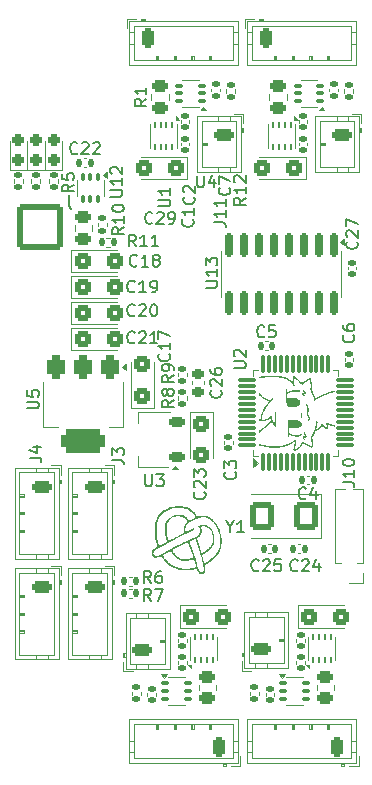
<source format=gbr>
%TF.GenerationSoftware,KiCad,Pcbnew,9.0.2*%
%TF.CreationDate,2025-07-21T23:22:41-07:00*%
%TF.ProjectId,servo-drive,73657276-6f2d-4647-9269-76652e6b6963,rev?*%
%TF.SameCoordinates,Original*%
%TF.FileFunction,Legend,Top*%
%TF.FilePolarity,Positive*%
%FSLAX46Y46*%
G04 Gerber Fmt 4.6, Leading zero omitted, Abs format (unit mm)*
G04 Created by KiCad (PCBNEW 9.0.2) date 2025-07-21 23:22:41*
%MOMM*%
%LPD*%
G01*
G04 APERTURE LIST*
G04 Aperture macros list*
%AMRoundRect*
0 Rectangle with rounded corners*
0 $1 Rounding radius*
0 $2 $3 $4 $5 $6 $7 $8 $9 X,Y pos of 4 corners*
0 Add a 4 corners polygon primitive as box body*
4,1,4,$2,$3,$4,$5,$6,$7,$8,$9,$2,$3,0*
0 Add four circle primitives for the rounded corners*
1,1,$1+$1,$2,$3*
1,1,$1+$1,$4,$5*
1,1,$1+$1,$6,$7*
1,1,$1+$1,$8,$9*
0 Add four rect primitives between the rounded corners*
20,1,$1+$1,$2,$3,$4,$5,0*
20,1,$1+$1,$4,$5,$6,$7,0*
20,1,$1+$1,$6,$7,$8,$9,0*
20,1,$1+$1,$8,$9,$2,$3,0*%
%AMFreePoly0*
4,1,9,3.862500,-0.866500,0.737500,-0.866500,0.737500,-0.450000,-0.737500,-0.450000,-0.737500,0.450000,0.737500,0.450000,0.737500,0.866500,3.862500,0.866500,3.862500,-0.866500,3.862500,-0.866500,$1*%
G04 Aperture macros list end*
%ADD10C,0.150000*%
%ADD11C,0.153000*%
%ADD12C,0.120000*%
%ADD13C,0.000000*%
%ADD14RoundRect,0.140000X-0.170000X0.140000X-0.170000X-0.140000X0.170000X-0.140000X0.170000X0.140000X0*%
%ADD15RoundRect,0.135000X-0.185000X0.135000X-0.185000X-0.135000X0.185000X-0.135000X0.185000X0.135000X0*%
%ADD16RoundRect,0.250000X-0.265000X-0.615000X0.265000X-0.615000X0.265000X0.615000X-0.265000X0.615000X0*%
%ADD17O,1.030000X1.730000*%
%ADD18RoundRect,0.140000X0.170000X-0.140000X0.170000X0.140000X-0.170000X0.140000X-0.170000X-0.140000X0*%
%ADD19RoundRect,0.225000X0.250000X-0.225000X0.250000X0.225000X-0.250000X0.225000X-0.250000X-0.225000X0*%
%ADD20RoundRect,0.250002X-1.699998X1.699998X-1.699998X-1.699998X1.699998X-1.699998X1.699998X1.699998X0*%
%ADD21C,3.900000*%
%ADD22RoundRect,0.135000X-0.135000X-0.185000X0.135000X-0.185000X0.135000X0.185000X-0.135000X0.185000X0*%
%ADD23RoundRect,0.250000X0.615000X-0.265000X0.615000X0.265000X-0.615000X0.265000X-0.615000X-0.265000X0*%
%ADD24O,1.730000X1.030000*%
%ADD25RoundRect,0.135000X0.185000X-0.135000X0.185000X0.135000X-0.185000X0.135000X-0.185000X-0.135000X0*%
%ADD26RoundRect,0.062500X-0.062500X0.187500X-0.062500X-0.187500X0.062500X-0.187500X0.062500X0.187500X0*%
%ADD27R,1.600000X0.900000*%
%ADD28RoundRect,0.250000X-0.615000X0.265000X-0.615000X-0.265000X0.615000X-0.265000X0.615000X0.265000X0*%
%ADD29RoundRect,0.075000X0.075000X-0.662500X0.075000X0.662500X-0.075000X0.662500X-0.075000X-0.662500X0*%
%ADD30RoundRect,0.075000X0.662500X-0.075000X0.662500X0.075000X-0.662500X0.075000X-0.662500X-0.075000X0*%
%ADD31RoundRect,0.100000X-0.225000X-0.100000X0.225000X-0.100000X0.225000X0.100000X-0.225000X0.100000X0*%
%ADD32RoundRect,0.140000X0.140000X0.170000X-0.140000X0.170000X-0.140000X-0.170000X0.140000X-0.170000X0*%
%ADD33RoundRect,0.225000X0.425000X0.225000X-0.425000X0.225000X-0.425000X-0.225000X0.425000X-0.225000X0*%
%ADD34FreePoly0,180.000000*%
%ADD35RoundRect,0.250000X-0.457500X-0.445000X0.457500X-0.445000X0.457500X0.445000X-0.457500X0.445000X0*%
%ADD36RoundRect,0.250000X0.450000X-0.262500X0.450000X0.262500X-0.450000X0.262500X-0.450000X-0.262500X0*%
%ADD37RoundRect,0.250000X0.750000X0.950000X-0.750000X0.950000X-0.750000X-0.950000X0.750000X-0.950000X0*%
%ADD38RoundRect,0.250000X0.265000X0.615000X-0.265000X0.615000X-0.265000X-0.615000X0.265000X-0.615000X0*%
%ADD39RoundRect,0.100000X0.225000X0.100000X-0.225000X0.100000X-0.225000X-0.100000X0.225000X-0.100000X0*%
%ADD40RoundRect,0.250000X0.445000X-0.457500X0.445000X0.457500X-0.445000X0.457500X-0.445000X-0.457500X0*%
%ADD41RoundRect,0.150000X-0.150000X0.825000X-0.150000X-0.825000X0.150000X-0.825000X0.150000X0.825000X0*%
%ADD42RoundRect,0.250000X-0.445000X0.457500X-0.445000X-0.457500X0.445000X-0.457500X0.445000X0.457500X0*%
%ADD43RoundRect,0.375000X-0.375000X0.625000X-0.375000X-0.625000X0.375000X-0.625000X0.375000X0.625000X0*%
%ADD44RoundRect,0.500000X-1.400000X0.500000X-1.400000X-0.500000X1.400000X-0.500000X1.400000X0.500000X0*%
%ADD45RoundRect,0.100000X-0.100000X0.225000X-0.100000X-0.225000X0.100000X-0.225000X0.100000X0.225000X0*%
%ADD46RoundRect,0.237500X0.237500X-0.287500X0.237500X0.287500X-0.237500X0.287500X-0.237500X-0.287500X0*%
%ADD47RoundRect,0.250000X-0.450000X0.262500X-0.450000X-0.262500X0.450000X-0.262500X0.450000X0.262500X0*%
%ADD48RoundRect,0.140000X-0.140000X-0.170000X0.140000X-0.170000X0.140000X0.170000X-0.140000X0.170000X0*%
%ADD49RoundRect,0.250000X0.457500X0.445000X-0.457500X0.445000X-0.457500X-0.445000X0.457500X-0.445000X0*%
%ADD50RoundRect,0.062500X0.062500X-0.187500X0.062500X0.187500X-0.062500X0.187500X-0.062500X-0.187500X0*%
%ADD51R,1.000000X1.000000*%
%ADD52C,1.000000*%
G04 APERTURE END LIST*
D10*
X127780000Y-90750000D02*
X128000000Y-91000000D01*
X127780000Y-89775000D02*
X127780000Y-90750000D01*
D11*
X141359424Y-89166666D02*
X141407044Y-89214285D01*
X141407044Y-89214285D02*
X141454663Y-89357142D01*
X141454663Y-89357142D02*
X141454663Y-89452380D01*
X141454663Y-89452380D02*
X141407044Y-89595237D01*
X141407044Y-89595237D02*
X141311805Y-89690475D01*
X141311805Y-89690475D02*
X141216567Y-89738094D01*
X141216567Y-89738094D02*
X141026091Y-89785713D01*
X141026091Y-89785713D02*
X140883234Y-89785713D01*
X140883234Y-89785713D02*
X140692758Y-89738094D01*
X140692758Y-89738094D02*
X140597520Y-89690475D01*
X140597520Y-89690475D02*
X140502282Y-89595237D01*
X140502282Y-89595237D02*
X140454663Y-89452380D01*
X140454663Y-89452380D02*
X140454663Y-89357142D01*
X140454663Y-89357142D02*
X140502282Y-89214285D01*
X140502282Y-89214285D02*
X140549901Y-89166666D01*
X140454663Y-88833332D02*
X140454663Y-88166666D01*
X140454663Y-88166666D02*
X141454663Y-88595237D01*
X152159424Y-93742857D02*
X152207044Y-93790476D01*
X152207044Y-93790476D02*
X152254663Y-93933333D01*
X152254663Y-93933333D02*
X152254663Y-94028571D01*
X152254663Y-94028571D02*
X152207044Y-94171428D01*
X152207044Y-94171428D02*
X152111805Y-94266666D01*
X152111805Y-94266666D02*
X152016567Y-94314285D01*
X152016567Y-94314285D02*
X151826091Y-94361904D01*
X151826091Y-94361904D02*
X151683234Y-94361904D01*
X151683234Y-94361904D02*
X151492758Y-94314285D01*
X151492758Y-94314285D02*
X151397520Y-94266666D01*
X151397520Y-94266666D02*
X151302282Y-94171428D01*
X151302282Y-94171428D02*
X151254663Y-94028571D01*
X151254663Y-94028571D02*
X151254663Y-93933333D01*
X151254663Y-93933333D02*
X151302282Y-93790476D01*
X151302282Y-93790476D02*
X151349901Y-93742857D01*
X151349901Y-93361904D02*
X151302282Y-93314285D01*
X151302282Y-93314285D02*
X151254663Y-93219047D01*
X151254663Y-93219047D02*
X151254663Y-92980952D01*
X151254663Y-92980952D02*
X151302282Y-92885714D01*
X151302282Y-92885714D02*
X151349901Y-92838095D01*
X151349901Y-92838095D02*
X151445139Y-92790476D01*
X151445139Y-92790476D02*
X151540377Y-92790476D01*
X151540377Y-92790476D02*
X151683234Y-92838095D01*
X151683234Y-92838095D02*
X152254663Y-93409523D01*
X152254663Y-93409523D02*
X152254663Y-92790476D01*
X151254663Y-92457142D02*
X151254663Y-91790476D01*
X151254663Y-91790476D02*
X152254663Y-92219047D01*
X140659424Y-106342857D02*
X140707044Y-106390476D01*
X140707044Y-106390476D02*
X140754663Y-106533333D01*
X140754663Y-106533333D02*
X140754663Y-106628571D01*
X140754663Y-106628571D02*
X140707044Y-106771428D01*
X140707044Y-106771428D02*
X140611805Y-106866666D01*
X140611805Y-106866666D02*
X140516567Y-106914285D01*
X140516567Y-106914285D02*
X140326091Y-106961904D01*
X140326091Y-106961904D02*
X140183234Y-106961904D01*
X140183234Y-106961904D02*
X139992758Y-106914285D01*
X139992758Y-106914285D02*
X139897520Y-106866666D01*
X139897520Y-106866666D02*
X139802282Y-106771428D01*
X139802282Y-106771428D02*
X139754663Y-106628571D01*
X139754663Y-106628571D02*
X139754663Y-106533333D01*
X139754663Y-106533333D02*
X139802282Y-106390476D01*
X139802282Y-106390476D02*
X139849901Y-106342857D01*
X139849901Y-105961904D02*
X139802282Y-105914285D01*
X139802282Y-105914285D02*
X139754663Y-105819047D01*
X139754663Y-105819047D02*
X139754663Y-105580952D01*
X139754663Y-105580952D02*
X139802282Y-105485714D01*
X139802282Y-105485714D02*
X139849901Y-105438095D01*
X139849901Y-105438095D02*
X139945139Y-105390476D01*
X139945139Y-105390476D02*
X140040377Y-105390476D01*
X140040377Y-105390476D02*
X140183234Y-105438095D01*
X140183234Y-105438095D02*
X140754663Y-106009523D01*
X140754663Y-106009523D02*
X140754663Y-105390476D01*
X139754663Y-104533333D02*
X139754663Y-104723809D01*
X139754663Y-104723809D02*
X139802282Y-104819047D01*
X139802282Y-104819047D02*
X139849901Y-104866666D01*
X139849901Y-104866666D02*
X139992758Y-104961904D01*
X139992758Y-104961904D02*
X140183234Y-105009523D01*
X140183234Y-105009523D02*
X140564186Y-105009523D01*
X140564186Y-105009523D02*
X140659424Y-104961904D01*
X140659424Y-104961904D02*
X140707044Y-104914285D01*
X140707044Y-104914285D02*
X140754663Y-104819047D01*
X140754663Y-104819047D02*
X140754663Y-104628571D01*
X140754663Y-104628571D02*
X140707044Y-104533333D01*
X140707044Y-104533333D02*
X140659424Y-104485714D01*
X140659424Y-104485714D02*
X140564186Y-104438095D01*
X140564186Y-104438095D02*
X140326091Y-104438095D01*
X140326091Y-104438095D02*
X140230853Y-104485714D01*
X140230853Y-104485714D02*
X140183234Y-104533333D01*
X140183234Y-104533333D02*
X140135615Y-104628571D01*
X140135615Y-104628571D02*
X140135615Y-104819047D01*
X140135615Y-104819047D02*
X140183234Y-104914285D01*
X140183234Y-104914285D02*
X140230853Y-104961904D01*
X140230853Y-104961904D02*
X140326091Y-105009523D01*
X134733333Y-122654663D02*
X134400000Y-122178472D01*
X134161905Y-122654663D02*
X134161905Y-121654663D01*
X134161905Y-121654663D02*
X134542857Y-121654663D01*
X134542857Y-121654663D02*
X134638095Y-121702282D01*
X134638095Y-121702282D02*
X134685714Y-121749901D01*
X134685714Y-121749901D02*
X134733333Y-121845139D01*
X134733333Y-121845139D02*
X134733333Y-121987996D01*
X134733333Y-121987996D02*
X134685714Y-122083234D01*
X134685714Y-122083234D02*
X134638095Y-122130853D01*
X134638095Y-122130853D02*
X134542857Y-122178472D01*
X134542857Y-122178472D02*
X134161905Y-122178472D01*
X135590476Y-121654663D02*
X135400000Y-121654663D01*
X135400000Y-121654663D02*
X135304762Y-121702282D01*
X135304762Y-121702282D02*
X135257143Y-121749901D01*
X135257143Y-121749901D02*
X135161905Y-121892758D01*
X135161905Y-121892758D02*
X135114286Y-122083234D01*
X135114286Y-122083234D02*
X135114286Y-122464186D01*
X135114286Y-122464186D02*
X135161905Y-122559424D01*
X135161905Y-122559424D02*
X135209524Y-122607044D01*
X135209524Y-122607044D02*
X135304762Y-122654663D01*
X135304762Y-122654663D02*
X135495238Y-122654663D01*
X135495238Y-122654663D02*
X135590476Y-122607044D01*
X135590476Y-122607044D02*
X135638095Y-122559424D01*
X135638095Y-122559424D02*
X135685714Y-122464186D01*
X135685714Y-122464186D02*
X135685714Y-122226091D01*
X135685714Y-122226091D02*
X135638095Y-122130853D01*
X135638095Y-122130853D02*
X135590476Y-122083234D01*
X135590476Y-122083234D02*
X135495238Y-122035615D01*
X135495238Y-122035615D02*
X135304762Y-122035615D01*
X135304762Y-122035615D02*
X135209524Y-122083234D01*
X135209524Y-122083234D02*
X135161905Y-122130853D01*
X135161905Y-122130853D02*
X135114286Y-122226091D01*
X136684663Y-107166666D02*
X136208472Y-107499999D01*
X136684663Y-107738094D02*
X135684663Y-107738094D01*
X135684663Y-107738094D02*
X135684663Y-107357142D01*
X135684663Y-107357142D02*
X135732282Y-107261904D01*
X135732282Y-107261904D02*
X135779901Y-107214285D01*
X135779901Y-107214285D02*
X135875139Y-107166666D01*
X135875139Y-107166666D02*
X136017996Y-107166666D01*
X136017996Y-107166666D02*
X136113234Y-107214285D01*
X136113234Y-107214285D02*
X136160853Y-107261904D01*
X136160853Y-107261904D02*
X136208472Y-107357142D01*
X136208472Y-107357142D02*
X136208472Y-107738094D01*
X136113234Y-106595237D02*
X136065615Y-106690475D01*
X136065615Y-106690475D02*
X136017996Y-106738094D01*
X136017996Y-106738094D02*
X135922758Y-106785713D01*
X135922758Y-106785713D02*
X135875139Y-106785713D01*
X135875139Y-106785713D02*
X135779901Y-106738094D01*
X135779901Y-106738094D02*
X135732282Y-106690475D01*
X135732282Y-106690475D02*
X135684663Y-106595237D01*
X135684663Y-106595237D02*
X135684663Y-106404761D01*
X135684663Y-106404761D02*
X135732282Y-106309523D01*
X135732282Y-106309523D02*
X135779901Y-106261904D01*
X135779901Y-106261904D02*
X135875139Y-106214285D01*
X135875139Y-106214285D02*
X135922758Y-106214285D01*
X135922758Y-106214285D02*
X136017996Y-106261904D01*
X136017996Y-106261904D02*
X136065615Y-106309523D01*
X136065615Y-106309523D02*
X136113234Y-106404761D01*
X136113234Y-106404761D02*
X136113234Y-106595237D01*
X136113234Y-106595237D02*
X136160853Y-106690475D01*
X136160853Y-106690475D02*
X136208472Y-106738094D01*
X136208472Y-106738094D02*
X136303710Y-106785713D01*
X136303710Y-106785713D02*
X136494186Y-106785713D01*
X136494186Y-106785713D02*
X136589424Y-106738094D01*
X136589424Y-106738094D02*
X136637044Y-106690475D01*
X136637044Y-106690475D02*
X136684663Y-106595237D01*
X136684663Y-106595237D02*
X136684663Y-106404761D01*
X136684663Y-106404761D02*
X136637044Y-106309523D01*
X136637044Y-106309523D02*
X136589424Y-106261904D01*
X136589424Y-106261904D02*
X136494186Y-106214285D01*
X136494186Y-106214285D02*
X136303710Y-106214285D01*
X136303710Y-106214285D02*
X136208472Y-106261904D01*
X136208472Y-106261904D02*
X136160853Y-106309523D01*
X136160853Y-106309523D02*
X136113234Y-106404761D01*
X135354663Y-90761904D02*
X136164186Y-90761904D01*
X136164186Y-90761904D02*
X136259424Y-90714285D01*
X136259424Y-90714285D02*
X136307044Y-90666666D01*
X136307044Y-90666666D02*
X136354663Y-90571428D01*
X136354663Y-90571428D02*
X136354663Y-90380952D01*
X136354663Y-90380952D02*
X136307044Y-90285714D01*
X136307044Y-90285714D02*
X136259424Y-90238095D01*
X136259424Y-90238095D02*
X136164186Y-90190476D01*
X136164186Y-90190476D02*
X135354663Y-90190476D01*
X136354663Y-89190476D02*
X136354663Y-89761904D01*
X136354663Y-89476190D02*
X135354663Y-89476190D01*
X135354663Y-89476190D02*
X135497520Y-89571428D01*
X135497520Y-89571428D02*
X135592758Y-89666666D01*
X135592758Y-89666666D02*
X135640377Y-89761904D01*
X141754663Y-104461904D02*
X142564186Y-104461904D01*
X142564186Y-104461904D02*
X142659424Y-104414285D01*
X142659424Y-104414285D02*
X142707044Y-104366666D01*
X142707044Y-104366666D02*
X142754663Y-104271428D01*
X142754663Y-104271428D02*
X142754663Y-104080952D01*
X142754663Y-104080952D02*
X142707044Y-103985714D01*
X142707044Y-103985714D02*
X142659424Y-103938095D01*
X142659424Y-103938095D02*
X142564186Y-103890476D01*
X142564186Y-103890476D02*
X141754663Y-103890476D01*
X141849901Y-103461904D02*
X141802282Y-103414285D01*
X141802282Y-103414285D02*
X141754663Y-103319047D01*
X141754663Y-103319047D02*
X141754663Y-103080952D01*
X141754663Y-103080952D02*
X141802282Y-102985714D01*
X141802282Y-102985714D02*
X141849901Y-102938095D01*
X141849901Y-102938095D02*
X141945139Y-102890476D01*
X141945139Y-102890476D02*
X142040377Y-102890476D01*
X142040377Y-102890476D02*
X142183234Y-102938095D01*
X142183234Y-102938095D02*
X142754663Y-103509523D01*
X142754663Y-103509523D02*
X142754663Y-102890476D01*
X147157142Y-121559424D02*
X147109523Y-121607044D01*
X147109523Y-121607044D02*
X146966666Y-121654663D01*
X146966666Y-121654663D02*
X146871428Y-121654663D01*
X146871428Y-121654663D02*
X146728571Y-121607044D01*
X146728571Y-121607044D02*
X146633333Y-121511805D01*
X146633333Y-121511805D02*
X146585714Y-121416567D01*
X146585714Y-121416567D02*
X146538095Y-121226091D01*
X146538095Y-121226091D02*
X146538095Y-121083234D01*
X146538095Y-121083234D02*
X146585714Y-120892758D01*
X146585714Y-120892758D02*
X146633333Y-120797520D01*
X146633333Y-120797520D02*
X146728571Y-120702282D01*
X146728571Y-120702282D02*
X146871428Y-120654663D01*
X146871428Y-120654663D02*
X146966666Y-120654663D01*
X146966666Y-120654663D02*
X147109523Y-120702282D01*
X147109523Y-120702282D02*
X147157142Y-120749901D01*
X147538095Y-120749901D02*
X147585714Y-120702282D01*
X147585714Y-120702282D02*
X147680952Y-120654663D01*
X147680952Y-120654663D02*
X147919047Y-120654663D01*
X147919047Y-120654663D02*
X148014285Y-120702282D01*
X148014285Y-120702282D02*
X148061904Y-120749901D01*
X148061904Y-120749901D02*
X148109523Y-120845139D01*
X148109523Y-120845139D02*
X148109523Y-120940377D01*
X148109523Y-120940377D02*
X148061904Y-121083234D01*
X148061904Y-121083234D02*
X147490476Y-121654663D01*
X147490476Y-121654663D02*
X148109523Y-121654663D01*
X148966666Y-120987996D02*
X148966666Y-121654663D01*
X148728571Y-120607044D02*
X148490476Y-121321329D01*
X148490476Y-121321329D02*
X149109523Y-121321329D01*
X151859424Y-101666666D02*
X151907044Y-101714285D01*
X151907044Y-101714285D02*
X151954663Y-101857142D01*
X151954663Y-101857142D02*
X151954663Y-101952380D01*
X151954663Y-101952380D02*
X151907044Y-102095237D01*
X151907044Y-102095237D02*
X151811805Y-102190475D01*
X151811805Y-102190475D02*
X151716567Y-102238094D01*
X151716567Y-102238094D02*
X151526091Y-102285713D01*
X151526091Y-102285713D02*
X151383234Y-102285713D01*
X151383234Y-102285713D02*
X151192758Y-102238094D01*
X151192758Y-102238094D02*
X151097520Y-102190475D01*
X151097520Y-102190475D02*
X151002282Y-102095237D01*
X151002282Y-102095237D02*
X150954663Y-101952380D01*
X150954663Y-101952380D02*
X150954663Y-101857142D01*
X150954663Y-101857142D02*
X151002282Y-101714285D01*
X151002282Y-101714285D02*
X151049901Y-101666666D01*
X150954663Y-100809523D02*
X150954663Y-100999999D01*
X150954663Y-100999999D02*
X151002282Y-101095237D01*
X151002282Y-101095237D02*
X151049901Y-101142856D01*
X151049901Y-101142856D02*
X151192758Y-101238094D01*
X151192758Y-101238094D02*
X151383234Y-101285713D01*
X151383234Y-101285713D02*
X151764186Y-101285713D01*
X151764186Y-101285713D02*
X151859424Y-101238094D01*
X151859424Y-101238094D02*
X151907044Y-101190475D01*
X151907044Y-101190475D02*
X151954663Y-101095237D01*
X151954663Y-101095237D02*
X151954663Y-100904761D01*
X151954663Y-100904761D02*
X151907044Y-100809523D01*
X151907044Y-100809523D02*
X151859424Y-100761904D01*
X151859424Y-100761904D02*
X151764186Y-100714285D01*
X151764186Y-100714285D02*
X151526091Y-100714285D01*
X151526091Y-100714285D02*
X151430853Y-100761904D01*
X151430853Y-100761904D02*
X151383234Y-100809523D01*
X151383234Y-100809523D02*
X151335615Y-100904761D01*
X151335615Y-100904761D02*
X151335615Y-101095237D01*
X151335615Y-101095237D02*
X151383234Y-101190475D01*
X151383234Y-101190475D02*
X151430853Y-101238094D01*
X151430853Y-101238094D02*
X151526091Y-101285713D01*
X147853333Y-115469424D02*
X147805714Y-115517044D01*
X147805714Y-115517044D02*
X147662857Y-115564663D01*
X147662857Y-115564663D02*
X147567619Y-115564663D01*
X147567619Y-115564663D02*
X147424762Y-115517044D01*
X147424762Y-115517044D02*
X147329524Y-115421805D01*
X147329524Y-115421805D02*
X147281905Y-115326567D01*
X147281905Y-115326567D02*
X147234286Y-115136091D01*
X147234286Y-115136091D02*
X147234286Y-114993234D01*
X147234286Y-114993234D02*
X147281905Y-114802758D01*
X147281905Y-114802758D02*
X147329524Y-114707520D01*
X147329524Y-114707520D02*
X147424762Y-114612282D01*
X147424762Y-114612282D02*
X147567619Y-114564663D01*
X147567619Y-114564663D02*
X147662857Y-114564663D01*
X147662857Y-114564663D02*
X147805714Y-114612282D01*
X147805714Y-114612282D02*
X147853333Y-114659901D01*
X148710476Y-114897996D02*
X148710476Y-115564663D01*
X148472381Y-114517044D02*
X148234286Y-115231329D01*
X148234286Y-115231329D02*
X148853333Y-115231329D01*
X134238095Y-113454663D02*
X134238095Y-114264186D01*
X134238095Y-114264186D02*
X134285714Y-114359424D01*
X134285714Y-114359424D02*
X134333333Y-114407044D01*
X134333333Y-114407044D02*
X134428571Y-114454663D01*
X134428571Y-114454663D02*
X134619047Y-114454663D01*
X134619047Y-114454663D02*
X134714285Y-114407044D01*
X134714285Y-114407044D02*
X134761904Y-114359424D01*
X134761904Y-114359424D02*
X134809523Y-114264186D01*
X134809523Y-114264186D02*
X134809523Y-113454663D01*
X135190476Y-113454663D02*
X135809523Y-113454663D01*
X135809523Y-113454663D02*
X135476190Y-113835615D01*
X135476190Y-113835615D02*
X135619047Y-113835615D01*
X135619047Y-113835615D02*
X135714285Y-113883234D01*
X135714285Y-113883234D02*
X135761904Y-113930853D01*
X135761904Y-113930853D02*
X135809523Y-114026091D01*
X135809523Y-114026091D02*
X135809523Y-114264186D01*
X135809523Y-114264186D02*
X135761904Y-114359424D01*
X135761904Y-114359424D02*
X135714285Y-114407044D01*
X135714285Y-114407044D02*
X135619047Y-114454663D01*
X135619047Y-114454663D02*
X135333333Y-114454663D01*
X135333333Y-114454663D02*
X135238095Y-114407044D01*
X135238095Y-114407044D02*
X135190476Y-114359424D01*
X133357142Y-99959424D02*
X133309523Y-100007044D01*
X133309523Y-100007044D02*
X133166666Y-100054663D01*
X133166666Y-100054663D02*
X133071428Y-100054663D01*
X133071428Y-100054663D02*
X132928571Y-100007044D01*
X132928571Y-100007044D02*
X132833333Y-99911805D01*
X132833333Y-99911805D02*
X132785714Y-99816567D01*
X132785714Y-99816567D02*
X132738095Y-99626091D01*
X132738095Y-99626091D02*
X132738095Y-99483234D01*
X132738095Y-99483234D02*
X132785714Y-99292758D01*
X132785714Y-99292758D02*
X132833333Y-99197520D01*
X132833333Y-99197520D02*
X132928571Y-99102282D01*
X132928571Y-99102282D02*
X133071428Y-99054663D01*
X133071428Y-99054663D02*
X133166666Y-99054663D01*
X133166666Y-99054663D02*
X133309523Y-99102282D01*
X133309523Y-99102282D02*
X133357142Y-99149901D01*
X133738095Y-99149901D02*
X133785714Y-99102282D01*
X133785714Y-99102282D02*
X133880952Y-99054663D01*
X133880952Y-99054663D02*
X134119047Y-99054663D01*
X134119047Y-99054663D02*
X134214285Y-99102282D01*
X134214285Y-99102282D02*
X134261904Y-99149901D01*
X134261904Y-99149901D02*
X134309523Y-99245139D01*
X134309523Y-99245139D02*
X134309523Y-99340377D01*
X134309523Y-99340377D02*
X134261904Y-99483234D01*
X134261904Y-99483234D02*
X133690476Y-100054663D01*
X133690476Y-100054663D02*
X134309523Y-100054663D01*
X134928571Y-99054663D02*
X135023809Y-99054663D01*
X135023809Y-99054663D02*
X135119047Y-99102282D01*
X135119047Y-99102282D02*
X135166666Y-99149901D01*
X135166666Y-99149901D02*
X135214285Y-99245139D01*
X135214285Y-99245139D02*
X135261904Y-99435615D01*
X135261904Y-99435615D02*
X135261904Y-99673710D01*
X135261904Y-99673710D02*
X135214285Y-99864186D01*
X135214285Y-99864186D02*
X135166666Y-99959424D01*
X135166666Y-99959424D02*
X135119047Y-100007044D01*
X135119047Y-100007044D02*
X135023809Y-100054663D01*
X135023809Y-100054663D02*
X134928571Y-100054663D01*
X134928571Y-100054663D02*
X134833333Y-100007044D01*
X134833333Y-100007044D02*
X134785714Y-99959424D01*
X134785714Y-99959424D02*
X134738095Y-99864186D01*
X134738095Y-99864186D02*
X134690476Y-99673710D01*
X134690476Y-99673710D02*
X134690476Y-99435615D01*
X134690476Y-99435615D02*
X134738095Y-99245139D01*
X134738095Y-99245139D02*
X134785714Y-99149901D01*
X134785714Y-99149901D02*
X134833333Y-99102282D01*
X134833333Y-99102282D02*
X134928571Y-99054663D01*
X136654663Y-105076666D02*
X136178472Y-105409999D01*
X136654663Y-105648094D02*
X135654663Y-105648094D01*
X135654663Y-105648094D02*
X135654663Y-105267142D01*
X135654663Y-105267142D02*
X135702282Y-105171904D01*
X135702282Y-105171904D02*
X135749901Y-105124285D01*
X135749901Y-105124285D02*
X135845139Y-105076666D01*
X135845139Y-105076666D02*
X135987996Y-105076666D01*
X135987996Y-105076666D02*
X136083234Y-105124285D01*
X136083234Y-105124285D02*
X136130853Y-105171904D01*
X136130853Y-105171904D02*
X136178472Y-105267142D01*
X136178472Y-105267142D02*
X136178472Y-105648094D01*
X136654663Y-104600475D02*
X136654663Y-104409999D01*
X136654663Y-104409999D02*
X136607044Y-104314761D01*
X136607044Y-104314761D02*
X136559424Y-104267142D01*
X136559424Y-104267142D02*
X136416567Y-104171904D01*
X136416567Y-104171904D02*
X136226091Y-104124285D01*
X136226091Y-104124285D02*
X135845139Y-104124285D01*
X135845139Y-104124285D02*
X135749901Y-104171904D01*
X135749901Y-104171904D02*
X135702282Y-104219523D01*
X135702282Y-104219523D02*
X135654663Y-104314761D01*
X135654663Y-104314761D02*
X135654663Y-104505237D01*
X135654663Y-104505237D02*
X135702282Y-104600475D01*
X135702282Y-104600475D02*
X135749901Y-104648094D01*
X135749901Y-104648094D02*
X135845139Y-104695713D01*
X135845139Y-104695713D02*
X136083234Y-104695713D01*
X136083234Y-104695713D02*
X136178472Y-104648094D01*
X136178472Y-104648094D02*
X136226091Y-104600475D01*
X136226091Y-104600475D02*
X136273710Y-104505237D01*
X136273710Y-104505237D02*
X136273710Y-104314761D01*
X136273710Y-104314761D02*
X136226091Y-104219523D01*
X136226091Y-104219523D02*
X136178472Y-104171904D01*
X136178472Y-104171904D02*
X136083234Y-104124285D01*
X141423809Y-117878472D02*
X141423809Y-118354663D01*
X141090476Y-117354663D02*
X141423809Y-117878472D01*
X141423809Y-117878472D02*
X141757142Y-117354663D01*
X142614285Y-118354663D02*
X142042857Y-118354663D01*
X142328571Y-118354663D02*
X142328571Y-117354663D01*
X142328571Y-117354663D02*
X142233333Y-117497520D01*
X142233333Y-117497520D02*
X142138095Y-117592758D01*
X142138095Y-117592758D02*
X142042857Y-117640377D01*
X138638095Y-88154663D02*
X138638095Y-88964186D01*
X138638095Y-88964186D02*
X138685714Y-89059424D01*
X138685714Y-89059424D02*
X138733333Y-89107044D01*
X138733333Y-89107044D02*
X138828571Y-89154663D01*
X138828571Y-89154663D02*
X139019047Y-89154663D01*
X139019047Y-89154663D02*
X139114285Y-89107044D01*
X139114285Y-89107044D02*
X139161904Y-89059424D01*
X139161904Y-89059424D02*
X139209523Y-88964186D01*
X139209523Y-88964186D02*
X139209523Y-88154663D01*
X140114285Y-88487996D02*
X140114285Y-89154663D01*
X139876190Y-88107044D02*
X139638095Y-88821329D01*
X139638095Y-88821329D02*
X140257142Y-88821329D01*
X133557142Y-95759424D02*
X133509523Y-95807044D01*
X133509523Y-95807044D02*
X133366666Y-95854663D01*
X133366666Y-95854663D02*
X133271428Y-95854663D01*
X133271428Y-95854663D02*
X133128571Y-95807044D01*
X133128571Y-95807044D02*
X133033333Y-95711805D01*
X133033333Y-95711805D02*
X132985714Y-95616567D01*
X132985714Y-95616567D02*
X132938095Y-95426091D01*
X132938095Y-95426091D02*
X132938095Y-95283234D01*
X132938095Y-95283234D02*
X132985714Y-95092758D01*
X132985714Y-95092758D02*
X133033333Y-94997520D01*
X133033333Y-94997520D02*
X133128571Y-94902282D01*
X133128571Y-94902282D02*
X133271428Y-94854663D01*
X133271428Y-94854663D02*
X133366666Y-94854663D01*
X133366666Y-94854663D02*
X133509523Y-94902282D01*
X133509523Y-94902282D02*
X133557142Y-94949901D01*
X134509523Y-95854663D02*
X133938095Y-95854663D01*
X134223809Y-95854663D02*
X134223809Y-94854663D01*
X134223809Y-94854663D02*
X134128571Y-94997520D01*
X134128571Y-94997520D02*
X134033333Y-95092758D01*
X134033333Y-95092758D02*
X133938095Y-95140377D01*
X135080952Y-95283234D02*
X134985714Y-95235615D01*
X134985714Y-95235615D02*
X134938095Y-95187996D01*
X134938095Y-95187996D02*
X134890476Y-95092758D01*
X134890476Y-95092758D02*
X134890476Y-95045139D01*
X134890476Y-95045139D02*
X134938095Y-94949901D01*
X134938095Y-94949901D02*
X134985714Y-94902282D01*
X134985714Y-94902282D02*
X135080952Y-94854663D01*
X135080952Y-94854663D02*
X135271428Y-94854663D01*
X135271428Y-94854663D02*
X135366666Y-94902282D01*
X135366666Y-94902282D02*
X135414285Y-94949901D01*
X135414285Y-94949901D02*
X135461904Y-95045139D01*
X135461904Y-95045139D02*
X135461904Y-95092758D01*
X135461904Y-95092758D02*
X135414285Y-95187996D01*
X135414285Y-95187996D02*
X135366666Y-95235615D01*
X135366666Y-95235615D02*
X135271428Y-95283234D01*
X135271428Y-95283234D02*
X135080952Y-95283234D01*
X135080952Y-95283234D02*
X134985714Y-95330853D01*
X134985714Y-95330853D02*
X134938095Y-95378472D01*
X134938095Y-95378472D02*
X134890476Y-95473710D01*
X134890476Y-95473710D02*
X134890476Y-95664186D01*
X134890476Y-95664186D02*
X134938095Y-95759424D01*
X134938095Y-95759424D02*
X134985714Y-95807044D01*
X134985714Y-95807044D02*
X135080952Y-95854663D01*
X135080952Y-95854663D02*
X135271428Y-95854663D01*
X135271428Y-95854663D02*
X135366666Y-95807044D01*
X135366666Y-95807044D02*
X135414285Y-95759424D01*
X135414285Y-95759424D02*
X135461904Y-95664186D01*
X135461904Y-95664186D02*
X135461904Y-95473710D01*
X135461904Y-95473710D02*
X135414285Y-95378472D01*
X135414285Y-95378472D02*
X135366666Y-95330853D01*
X135366666Y-95330853D02*
X135271428Y-95283234D01*
X138359424Y-89966666D02*
X138407044Y-90014285D01*
X138407044Y-90014285D02*
X138454663Y-90157142D01*
X138454663Y-90157142D02*
X138454663Y-90252380D01*
X138454663Y-90252380D02*
X138407044Y-90395237D01*
X138407044Y-90395237D02*
X138311805Y-90490475D01*
X138311805Y-90490475D02*
X138216567Y-90538094D01*
X138216567Y-90538094D02*
X138026091Y-90585713D01*
X138026091Y-90585713D02*
X137883234Y-90585713D01*
X137883234Y-90585713D02*
X137692758Y-90538094D01*
X137692758Y-90538094D02*
X137597520Y-90490475D01*
X137597520Y-90490475D02*
X137502282Y-90395237D01*
X137502282Y-90395237D02*
X137454663Y-90252380D01*
X137454663Y-90252380D02*
X137454663Y-90157142D01*
X137454663Y-90157142D02*
X137502282Y-90014285D01*
X137502282Y-90014285D02*
X137549901Y-89966666D01*
X137549901Y-89585713D02*
X137502282Y-89538094D01*
X137502282Y-89538094D02*
X137454663Y-89442856D01*
X137454663Y-89442856D02*
X137454663Y-89204761D01*
X137454663Y-89204761D02*
X137502282Y-89109523D01*
X137502282Y-89109523D02*
X137549901Y-89061904D01*
X137549901Y-89061904D02*
X137645139Y-89014285D01*
X137645139Y-89014285D02*
X137740377Y-89014285D01*
X137740377Y-89014285D02*
X137883234Y-89061904D01*
X137883234Y-89061904D02*
X138454663Y-89633332D01*
X138454663Y-89633332D02*
X138454663Y-89014285D01*
X131454663Y-112233333D02*
X132168948Y-112233333D01*
X132168948Y-112233333D02*
X132311805Y-112280952D01*
X132311805Y-112280952D02*
X132407044Y-112376190D01*
X132407044Y-112376190D02*
X132454663Y-112519047D01*
X132454663Y-112519047D02*
X132454663Y-112614285D01*
X131454663Y-111852380D02*
X131454663Y-111233333D01*
X131454663Y-111233333D02*
X131835615Y-111566666D01*
X131835615Y-111566666D02*
X131835615Y-111423809D01*
X131835615Y-111423809D02*
X131883234Y-111328571D01*
X131883234Y-111328571D02*
X131930853Y-111280952D01*
X131930853Y-111280952D02*
X132026091Y-111233333D01*
X132026091Y-111233333D02*
X132264186Y-111233333D01*
X132264186Y-111233333D02*
X132359424Y-111280952D01*
X132359424Y-111280952D02*
X132407044Y-111328571D01*
X132407044Y-111328571D02*
X132454663Y-111423809D01*
X132454663Y-111423809D02*
X132454663Y-111709523D01*
X132454663Y-111709523D02*
X132407044Y-111804761D01*
X132407044Y-111804761D02*
X132359424Y-111852380D01*
X133457142Y-94154663D02*
X133123809Y-93678472D01*
X132885714Y-94154663D02*
X132885714Y-93154663D01*
X132885714Y-93154663D02*
X133266666Y-93154663D01*
X133266666Y-93154663D02*
X133361904Y-93202282D01*
X133361904Y-93202282D02*
X133409523Y-93249901D01*
X133409523Y-93249901D02*
X133457142Y-93345139D01*
X133457142Y-93345139D02*
X133457142Y-93487996D01*
X133457142Y-93487996D02*
X133409523Y-93583234D01*
X133409523Y-93583234D02*
X133361904Y-93630853D01*
X133361904Y-93630853D02*
X133266666Y-93678472D01*
X133266666Y-93678472D02*
X132885714Y-93678472D01*
X134409523Y-94154663D02*
X133838095Y-94154663D01*
X134123809Y-94154663D02*
X134123809Y-93154663D01*
X134123809Y-93154663D02*
X134028571Y-93297520D01*
X134028571Y-93297520D02*
X133933333Y-93392758D01*
X133933333Y-93392758D02*
X133838095Y-93440377D01*
X135361904Y-94154663D02*
X134790476Y-94154663D01*
X135076190Y-94154663D02*
X135076190Y-93154663D01*
X135076190Y-93154663D02*
X134980952Y-93297520D01*
X134980952Y-93297520D02*
X134885714Y-93392758D01*
X134885714Y-93392758D02*
X134790476Y-93440377D01*
X138259424Y-91866666D02*
X138307044Y-91914285D01*
X138307044Y-91914285D02*
X138354663Y-92057142D01*
X138354663Y-92057142D02*
X138354663Y-92152380D01*
X138354663Y-92152380D02*
X138307044Y-92295237D01*
X138307044Y-92295237D02*
X138211805Y-92390475D01*
X138211805Y-92390475D02*
X138116567Y-92438094D01*
X138116567Y-92438094D02*
X137926091Y-92485713D01*
X137926091Y-92485713D02*
X137783234Y-92485713D01*
X137783234Y-92485713D02*
X137592758Y-92438094D01*
X137592758Y-92438094D02*
X137497520Y-92390475D01*
X137497520Y-92390475D02*
X137402282Y-92295237D01*
X137402282Y-92295237D02*
X137354663Y-92152380D01*
X137354663Y-92152380D02*
X137354663Y-92057142D01*
X137354663Y-92057142D02*
X137402282Y-91914285D01*
X137402282Y-91914285D02*
X137449901Y-91866666D01*
X138354663Y-90914285D02*
X138354663Y-91485713D01*
X138354663Y-91199999D02*
X137354663Y-91199999D01*
X137354663Y-91199999D02*
X137497520Y-91295237D01*
X137497520Y-91295237D02*
X137592758Y-91390475D01*
X137592758Y-91390475D02*
X137640377Y-91485713D01*
X133357142Y-97959424D02*
X133309523Y-98007044D01*
X133309523Y-98007044D02*
X133166666Y-98054663D01*
X133166666Y-98054663D02*
X133071428Y-98054663D01*
X133071428Y-98054663D02*
X132928571Y-98007044D01*
X132928571Y-98007044D02*
X132833333Y-97911805D01*
X132833333Y-97911805D02*
X132785714Y-97816567D01*
X132785714Y-97816567D02*
X132738095Y-97626091D01*
X132738095Y-97626091D02*
X132738095Y-97483234D01*
X132738095Y-97483234D02*
X132785714Y-97292758D01*
X132785714Y-97292758D02*
X132833333Y-97197520D01*
X132833333Y-97197520D02*
X132928571Y-97102282D01*
X132928571Y-97102282D02*
X133071428Y-97054663D01*
X133071428Y-97054663D02*
X133166666Y-97054663D01*
X133166666Y-97054663D02*
X133309523Y-97102282D01*
X133309523Y-97102282D02*
X133357142Y-97149901D01*
X134309523Y-98054663D02*
X133738095Y-98054663D01*
X134023809Y-98054663D02*
X134023809Y-97054663D01*
X134023809Y-97054663D02*
X133928571Y-97197520D01*
X133928571Y-97197520D02*
X133833333Y-97292758D01*
X133833333Y-97292758D02*
X133738095Y-97340377D01*
X134785714Y-98054663D02*
X134976190Y-98054663D01*
X134976190Y-98054663D02*
X135071428Y-98007044D01*
X135071428Y-98007044D02*
X135119047Y-97959424D01*
X135119047Y-97959424D02*
X135214285Y-97816567D01*
X135214285Y-97816567D02*
X135261904Y-97626091D01*
X135261904Y-97626091D02*
X135261904Y-97245139D01*
X135261904Y-97245139D02*
X135214285Y-97149901D01*
X135214285Y-97149901D02*
X135166666Y-97102282D01*
X135166666Y-97102282D02*
X135071428Y-97054663D01*
X135071428Y-97054663D02*
X134880952Y-97054663D01*
X134880952Y-97054663D02*
X134785714Y-97102282D01*
X134785714Y-97102282D02*
X134738095Y-97149901D01*
X134738095Y-97149901D02*
X134690476Y-97245139D01*
X134690476Y-97245139D02*
X134690476Y-97483234D01*
X134690476Y-97483234D02*
X134738095Y-97578472D01*
X134738095Y-97578472D02*
X134785714Y-97626091D01*
X134785714Y-97626091D02*
X134880952Y-97673710D01*
X134880952Y-97673710D02*
X135071428Y-97673710D01*
X135071428Y-97673710D02*
X135166666Y-97626091D01*
X135166666Y-97626091D02*
X135214285Y-97578472D01*
X135214285Y-97578472D02*
X135261904Y-97483234D01*
X134733333Y-124154663D02*
X134400000Y-123678472D01*
X134161905Y-124154663D02*
X134161905Y-123154663D01*
X134161905Y-123154663D02*
X134542857Y-123154663D01*
X134542857Y-123154663D02*
X134638095Y-123202282D01*
X134638095Y-123202282D02*
X134685714Y-123249901D01*
X134685714Y-123249901D02*
X134733333Y-123345139D01*
X134733333Y-123345139D02*
X134733333Y-123487996D01*
X134733333Y-123487996D02*
X134685714Y-123583234D01*
X134685714Y-123583234D02*
X134638095Y-123630853D01*
X134638095Y-123630853D02*
X134542857Y-123678472D01*
X134542857Y-123678472D02*
X134161905Y-123678472D01*
X135066667Y-123154663D02*
X135733333Y-123154663D01*
X135733333Y-123154663D02*
X135304762Y-124154663D01*
X136259424Y-103242857D02*
X136307044Y-103290476D01*
X136307044Y-103290476D02*
X136354663Y-103433333D01*
X136354663Y-103433333D02*
X136354663Y-103528571D01*
X136354663Y-103528571D02*
X136307044Y-103671428D01*
X136307044Y-103671428D02*
X136211805Y-103766666D01*
X136211805Y-103766666D02*
X136116567Y-103814285D01*
X136116567Y-103814285D02*
X135926091Y-103861904D01*
X135926091Y-103861904D02*
X135783234Y-103861904D01*
X135783234Y-103861904D02*
X135592758Y-103814285D01*
X135592758Y-103814285D02*
X135497520Y-103766666D01*
X135497520Y-103766666D02*
X135402282Y-103671428D01*
X135402282Y-103671428D02*
X135354663Y-103528571D01*
X135354663Y-103528571D02*
X135354663Y-103433333D01*
X135354663Y-103433333D02*
X135402282Y-103290476D01*
X135402282Y-103290476D02*
X135449901Y-103242857D01*
X136354663Y-102290476D02*
X136354663Y-102861904D01*
X136354663Y-102576190D02*
X135354663Y-102576190D01*
X135354663Y-102576190D02*
X135497520Y-102671428D01*
X135497520Y-102671428D02*
X135592758Y-102766666D01*
X135592758Y-102766666D02*
X135640377Y-102861904D01*
X135354663Y-101957142D02*
X135354663Y-101290476D01*
X135354663Y-101290476D02*
X136354663Y-101719047D01*
X133357142Y-102259424D02*
X133309523Y-102307044D01*
X133309523Y-102307044D02*
X133166666Y-102354663D01*
X133166666Y-102354663D02*
X133071428Y-102354663D01*
X133071428Y-102354663D02*
X132928571Y-102307044D01*
X132928571Y-102307044D02*
X132833333Y-102211805D01*
X132833333Y-102211805D02*
X132785714Y-102116567D01*
X132785714Y-102116567D02*
X132738095Y-101926091D01*
X132738095Y-101926091D02*
X132738095Y-101783234D01*
X132738095Y-101783234D02*
X132785714Y-101592758D01*
X132785714Y-101592758D02*
X132833333Y-101497520D01*
X132833333Y-101497520D02*
X132928571Y-101402282D01*
X132928571Y-101402282D02*
X133071428Y-101354663D01*
X133071428Y-101354663D02*
X133166666Y-101354663D01*
X133166666Y-101354663D02*
X133309523Y-101402282D01*
X133309523Y-101402282D02*
X133357142Y-101449901D01*
X133738095Y-101449901D02*
X133785714Y-101402282D01*
X133785714Y-101402282D02*
X133880952Y-101354663D01*
X133880952Y-101354663D02*
X134119047Y-101354663D01*
X134119047Y-101354663D02*
X134214285Y-101402282D01*
X134214285Y-101402282D02*
X134261904Y-101449901D01*
X134261904Y-101449901D02*
X134309523Y-101545139D01*
X134309523Y-101545139D02*
X134309523Y-101640377D01*
X134309523Y-101640377D02*
X134261904Y-101783234D01*
X134261904Y-101783234D02*
X133690476Y-102354663D01*
X133690476Y-102354663D02*
X134309523Y-102354663D01*
X135261904Y-102354663D02*
X134690476Y-102354663D01*
X134976190Y-102354663D02*
X134976190Y-101354663D01*
X134976190Y-101354663D02*
X134880952Y-101497520D01*
X134880952Y-101497520D02*
X134785714Y-101592758D01*
X134785714Y-101592758D02*
X134690476Y-101640377D01*
X139354663Y-97638094D02*
X140164186Y-97638094D01*
X140164186Y-97638094D02*
X140259424Y-97590475D01*
X140259424Y-97590475D02*
X140307044Y-97542856D01*
X140307044Y-97542856D02*
X140354663Y-97447618D01*
X140354663Y-97447618D02*
X140354663Y-97257142D01*
X140354663Y-97257142D02*
X140307044Y-97161904D01*
X140307044Y-97161904D02*
X140259424Y-97114285D01*
X140259424Y-97114285D02*
X140164186Y-97066666D01*
X140164186Y-97066666D02*
X139354663Y-97066666D01*
X140354663Y-96066666D02*
X140354663Y-96638094D01*
X140354663Y-96352380D02*
X139354663Y-96352380D01*
X139354663Y-96352380D02*
X139497520Y-96447618D01*
X139497520Y-96447618D02*
X139592758Y-96542856D01*
X139592758Y-96542856D02*
X139640377Y-96638094D01*
X139354663Y-95733332D02*
X139354663Y-95114285D01*
X139354663Y-95114285D02*
X139735615Y-95447618D01*
X139735615Y-95447618D02*
X139735615Y-95304761D01*
X139735615Y-95304761D02*
X139783234Y-95209523D01*
X139783234Y-95209523D02*
X139830853Y-95161904D01*
X139830853Y-95161904D02*
X139926091Y-95114285D01*
X139926091Y-95114285D02*
X140164186Y-95114285D01*
X140164186Y-95114285D02*
X140259424Y-95161904D01*
X140259424Y-95161904D02*
X140307044Y-95209523D01*
X140307044Y-95209523D02*
X140354663Y-95304761D01*
X140354663Y-95304761D02*
X140354663Y-95590475D01*
X140354663Y-95590475D02*
X140307044Y-95685713D01*
X140307044Y-95685713D02*
X140259424Y-95733332D01*
X142754663Y-90042857D02*
X142278472Y-90376190D01*
X142754663Y-90614285D02*
X141754663Y-90614285D01*
X141754663Y-90614285D02*
X141754663Y-90233333D01*
X141754663Y-90233333D02*
X141802282Y-90138095D01*
X141802282Y-90138095D02*
X141849901Y-90090476D01*
X141849901Y-90090476D02*
X141945139Y-90042857D01*
X141945139Y-90042857D02*
X142087996Y-90042857D01*
X142087996Y-90042857D02*
X142183234Y-90090476D01*
X142183234Y-90090476D02*
X142230853Y-90138095D01*
X142230853Y-90138095D02*
X142278472Y-90233333D01*
X142278472Y-90233333D02*
X142278472Y-90614285D01*
X142754663Y-89090476D02*
X142754663Y-89661904D01*
X142754663Y-89376190D02*
X141754663Y-89376190D01*
X141754663Y-89376190D02*
X141897520Y-89471428D01*
X141897520Y-89471428D02*
X141992758Y-89566666D01*
X141992758Y-89566666D02*
X142040377Y-89661904D01*
X141849901Y-88709523D02*
X141802282Y-88661904D01*
X141802282Y-88661904D02*
X141754663Y-88566666D01*
X141754663Y-88566666D02*
X141754663Y-88328571D01*
X141754663Y-88328571D02*
X141802282Y-88233333D01*
X141802282Y-88233333D02*
X141849901Y-88185714D01*
X141849901Y-88185714D02*
X141945139Y-88138095D01*
X141945139Y-88138095D02*
X142040377Y-88138095D01*
X142040377Y-88138095D02*
X142183234Y-88185714D01*
X142183234Y-88185714D02*
X142754663Y-88757142D01*
X142754663Y-88757142D02*
X142754663Y-88138095D01*
X139259424Y-114942857D02*
X139307044Y-114990476D01*
X139307044Y-114990476D02*
X139354663Y-115133333D01*
X139354663Y-115133333D02*
X139354663Y-115228571D01*
X139354663Y-115228571D02*
X139307044Y-115371428D01*
X139307044Y-115371428D02*
X139211805Y-115466666D01*
X139211805Y-115466666D02*
X139116567Y-115514285D01*
X139116567Y-115514285D02*
X138926091Y-115561904D01*
X138926091Y-115561904D02*
X138783234Y-115561904D01*
X138783234Y-115561904D02*
X138592758Y-115514285D01*
X138592758Y-115514285D02*
X138497520Y-115466666D01*
X138497520Y-115466666D02*
X138402282Y-115371428D01*
X138402282Y-115371428D02*
X138354663Y-115228571D01*
X138354663Y-115228571D02*
X138354663Y-115133333D01*
X138354663Y-115133333D02*
X138402282Y-114990476D01*
X138402282Y-114990476D02*
X138449901Y-114942857D01*
X138449901Y-114561904D02*
X138402282Y-114514285D01*
X138402282Y-114514285D02*
X138354663Y-114419047D01*
X138354663Y-114419047D02*
X138354663Y-114180952D01*
X138354663Y-114180952D02*
X138402282Y-114085714D01*
X138402282Y-114085714D02*
X138449901Y-114038095D01*
X138449901Y-114038095D02*
X138545139Y-113990476D01*
X138545139Y-113990476D02*
X138640377Y-113990476D01*
X138640377Y-113990476D02*
X138783234Y-114038095D01*
X138783234Y-114038095D02*
X139354663Y-114609523D01*
X139354663Y-114609523D02*
X139354663Y-113990476D01*
X138354663Y-113657142D02*
X138354663Y-113038095D01*
X138354663Y-113038095D02*
X138735615Y-113371428D01*
X138735615Y-113371428D02*
X138735615Y-113228571D01*
X138735615Y-113228571D02*
X138783234Y-113133333D01*
X138783234Y-113133333D02*
X138830853Y-113085714D01*
X138830853Y-113085714D02*
X138926091Y-113038095D01*
X138926091Y-113038095D02*
X139164186Y-113038095D01*
X139164186Y-113038095D02*
X139259424Y-113085714D01*
X139259424Y-113085714D02*
X139307044Y-113133333D01*
X139307044Y-113133333D02*
X139354663Y-113228571D01*
X139354663Y-113228571D02*
X139354663Y-113514285D01*
X139354663Y-113514285D02*
X139307044Y-113609523D01*
X139307044Y-113609523D02*
X139259424Y-113657142D01*
X124254663Y-107861904D02*
X125064186Y-107861904D01*
X125064186Y-107861904D02*
X125159424Y-107814285D01*
X125159424Y-107814285D02*
X125207044Y-107766666D01*
X125207044Y-107766666D02*
X125254663Y-107671428D01*
X125254663Y-107671428D02*
X125254663Y-107480952D01*
X125254663Y-107480952D02*
X125207044Y-107385714D01*
X125207044Y-107385714D02*
X125159424Y-107338095D01*
X125159424Y-107338095D02*
X125064186Y-107290476D01*
X125064186Y-107290476D02*
X124254663Y-107290476D01*
X124254663Y-106338095D02*
X124254663Y-106814285D01*
X124254663Y-106814285D02*
X124730853Y-106861904D01*
X124730853Y-106861904D02*
X124683234Y-106814285D01*
X124683234Y-106814285D02*
X124635615Y-106719047D01*
X124635615Y-106719047D02*
X124635615Y-106480952D01*
X124635615Y-106480952D02*
X124683234Y-106385714D01*
X124683234Y-106385714D02*
X124730853Y-106338095D01*
X124730853Y-106338095D02*
X124826091Y-106290476D01*
X124826091Y-106290476D02*
X125064186Y-106290476D01*
X125064186Y-106290476D02*
X125159424Y-106338095D01*
X125159424Y-106338095D02*
X125207044Y-106385714D01*
X125207044Y-106385714D02*
X125254663Y-106480952D01*
X125254663Y-106480952D02*
X125254663Y-106719047D01*
X125254663Y-106719047D02*
X125207044Y-106814285D01*
X125207044Y-106814285D02*
X125159424Y-106861904D01*
X132454663Y-92542857D02*
X131978472Y-92876190D01*
X132454663Y-93114285D02*
X131454663Y-93114285D01*
X131454663Y-93114285D02*
X131454663Y-92733333D01*
X131454663Y-92733333D02*
X131502282Y-92638095D01*
X131502282Y-92638095D02*
X131549901Y-92590476D01*
X131549901Y-92590476D02*
X131645139Y-92542857D01*
X131645139Y-92542857D02*
X131787996Y-92542857D01*
X131787996Y-92542857D02*
X131883234Y-92590476D01*
X131883234Y-92590476D02*
X131930853Y-92638095D01*
X131930853Y-92638095D02*
X131978472Y-92733333D01*
X131978472Y-92733333D02*
X131978472Y-93114285D01*
X132454663Y-91590476D02*
X132454663Y-92161904D01*
X132454663Y-91876190D02*
X131454663Y-91876190D01*
X131454663Y-91876190D02*
X131597520Y-91971428D01*
X131597520Y-91971428D02*
X131692758Y-92066666D01*
X131692758Y-92066666D02*
X131740377Y-92161904D01*
X131454663Y-90971428D02*
X131454663Y-90876190D01*
X131454663Y-90876190D02*
X131502282Y-90780952D01*
X131502282Y-90780952D02*
X131549901Y-90733333D01*
X131549901Y-90733333D02*
X131645139Y-90685714D01*
X131645139Y-90685714D02*
X131835615Y-90638095D01*
X131835615Y-90638095D02*
X132073710Y-90638095D01*
X132073710Y-90638095D02*
X132264186Y-90685714D01*
X132264186Y-90685714D02*
X132359424Y-90733333D01*
X132359424Y-90733333D02*
X132407044Y-90780952D01*
X132407044Y-90780952D02*
X132454663Y-90876190D01*
X132454663Y-90876190D02*
X132454663Y-90971428D01*
X132454663Y-90971428D02*
X132407044Y-91066666D01*
X132407044Y-91066666D02*
X132359424Y-91114285D01*
X132359424Y-91114285D02*
X132264186Y-91161904D01*
X132264186Y-91161904D02*
X132073710Y-91209523D01*
X132073710Y-91209523D02*
X131835615Y-91209523D01*
X131835615Y-91209523D02*
X131645139Y-91161904D01*
X131645139Y-91161904D02*
X131549901Y-91114285D01*
X131549901Y-91114285D02*
X131502282Y-91066666D01*
X131502282Y-91066666D02*
X131454663Y-90971428D01*
X124454663Y-112033333D02*
X125168948Y-112033333D01*
X125168948Y-112033333D02*
X125311805Y-112080952D01*
X125311805Y-112080952D02*
X125407044Y-112176190D01*
X125407044Y-112176190D02*
X125454663Y-112319047D01*
X125454663Y-112319047D02*
X125454663Y-112414285D01*
X124787996Y-111128571D02*
X125454663Y-111128571D01*
X124407044Y-111366666D02*
X125121329Y-111604761D01*
X125121329Y-111604761D02*
X125121329Y-110985714D01*
X131304663Y-89938094D02*
X132114186Y-89938094D01*
X132114186Y-89938094D02*
X132209424Y-89890475D01*
X132209424Y-89890475D02*
X132257044Y-89842856D01*
X132257044Y-89842856D02*
X132304663Y-89747618D01*
X132304663Y-89747618D02*
X132304663Y-89557142D01*
X132304663Y-89557142D02*
X132257044Y-89461904D01*
X132257044Y-89461904D02*
X132209424Y-89414285D01*
X132209424Y-89414285D02*
X132114186Y-89366666D01*
X132114186Y-89366666D02*
X131304663Y-89366666D01*
X132304663Y-88366666D02*
X132304663Y-88938094D01*
X132304663Y-88652380D02*
X131304663Y-88652380D01*
X131304663Y-88652380D02*
X131447520Y-88747618D01*
X131447520Y-88747618D02*
X131542758Y-88842856D01*
X131542758Y-88842856D02*
X131590377Y-88938094D01*
X131399901Y-87985713D02*
X131352282Y-87938094D01*
X131352282Y-87938094D02*
X131304663Y-87842856D01*
X131304663Y-87842856D02*
X131304663Y-87604761D01*
X131304663Y-87604761D02*
X131352282Y-87509523D01*
X131352282Y-87509523D02*
X131399901Y-87461904D01*
X131399901Y-87461904D02*
X131495139Y-87414285D01*
X131495139Y-87414285D02*
X131590377Y-87414285D01*
X131590377Y-87414285D02*
X131733234Y-87461904D01*
X131733234Y-87461904D02*
X132304663Y-88033332D01*
X132304663Y-88033332D02*
X132304663Y-87414285D01*
X134354663Y-81666666D02*
X133878472Y-81999999D01*
X134354663Y-82238094D02*
X133354663Y-82238094D01*
X133354663Y-82238094D02*
X133354663Y-81857142D01*
X133354663Y-81857142D02*
X133402282Y-81761904D01*
X133402282Y-81761904D02*
X133449901Y-81714285D01*
X133449901Y-81714285D02*
X133545139Y-81666666D01*
X133545139Y-81666666D02*
X133687996Y-81666666D01*
X133687996Y-81666666D02*
X133783234Y-81714285D01*
X133783234Y-81714285D02*
X133830853Y-81761904D01*
X133830853Y-81761904D02*
X133878472Y-81857142D01*
X133878472Y-81857142D02*
X133878472Y-82238094D01*
X134354663Y-80714285D02*
X134354663Y-81285713D01*
X134354663Y-80999999D02*
X133354663Y-80999999D01*
X133354663Y-80999999D02*
X133497520Y-81095237D01*
X133497520Y-81095237D02*
X133592758Y-81190475D01*
X133592758Y-81190475D02*
X133640377Y-81285713D01*
X141859424Y-113266666D02*
X141907044Y-113314285D01*
X141907044Y-113314285D02*
X141954663Y-113457142D01*
X141954663Y-113457142D02*
X141954663Y-113552380D01*
X141954663Y-113552380D02*
X141907044Y-113695237D01*
X141907044Y-113695237D02*
X141811805Y-113790475D01*
X141811805Y-113790475D02*
X141716567Y-113838094D01*
X141716567Y-113838094D02*
X141526091Y-113885713D01*
X141526091Y-113885713D02*
X141383234Y-113885713D01*
X141383234Y-113885713D02*
X141192758Y-113838094D01*
X141192758Y-113838094D02*
X141097520Y-113790475D01*
X141097520Y-113790475D02*
X141002282Y-113695237D01*
X141002282Y-113695237D02*
X140954663Y-113552380D01*
X140954663Y-113552380D02*
X140954663Y-113457142D01*
X140954663Y-113457142D02*
X141002282Y-113314285D01*
X141002282Y-113314285D02*
X141049901Y-113266666D01*
X140954663Y-112933332D02*
X140954663Y-112314285D01*
X140954663Y-112314285D02*
X141335615Y-112647618D01*
X141335615Y-112647618D02*
X141335615Y-112504761D01*
X141335615Y-112504761D02*
X141383234Y-112409523D01*
X141383234Y-112409523D02*
X141430853Y-112361904D01*
X141430853Y-112361904D02*
X141526091Y-112314285D01*
X141526091Y-112314285D02*
X141764186Y-112314285D01*
X141764186Y-112314285D02*
X141859424Y-112361904D01*
X141859424Y-112361904D02*
X141907044Y-112409523D01*
X141907044Y-112409523D02*
X141954663Y-112504761D01*
X141954663Y-112504761D02*
X141954663Y-112790475D01*
X141954663Y-112790475D02*
X141907044Y-112885713D01*
X141907044Y-112885713D02*
X141859424Y-112933332D01*
X128507142Y-86249424D02*
X128459523Y-86297044D01*
X128459523Y-86297044D02*
X128316666Y-86344663D01*
X128316666Y-86344663D02*
X128221428Y-86344663D01*
X128221428Y-86344663D02*
X128078571Y-86297044D01*
X128078571Y-86297044D02*
X127983333Y-86201805D01*
X127983333Y-86201805D02*
X127935714Y-86106567D01*
X127935714Y-86106567D02*
X127888095Y-85916091D01*
X127888095Y-85916091D02*
X127888095Y-85773234D01*
X127888095Y-85773234D02*
X127935714Y-85582758D01*
X127935714Y-85582758D02*
X127983333Y-85487520D01*
X127983333Y-85487520D02*
X128078571Y-85392282D01*
X128078571Y-85392282D02*
X128221428Y-85344663D01*
X128221428Y-85344663D02*
X128316666Y-85344663D01*
X128316666Y-85344663D02*
X128459523Y-85392282D01*
X128459523Y-85392282D02*
X128507142Y-85439901D01*
X128888095Y-85439901D02*
X128935714Y-85392282D01*
X128935714Y-85392282D02*
X129030952Y-85344663D01*
X129030952Y-85344663D02*
X129269047Y-85344663D01*
X129269047Y-85344663D02*
X129364285Y-85392282D01*
X129364285Y-85392282D02*
X129411904Y-85439901D01*
X129411904Y-85439901D02*
X129459523Y-85535139D01*
X129459523Y-85535139D02*
X129459523Y-85630377D01*
X129459523Y-85630377D02*
X129411904Y-85773234D01*
X129411904Y-85773234D02*
X128840476Y-86344663D01*
X128840476Y-86344663D02*
X129459523Y-86344663D01*
X129840476Y-85439901D02*
X129888095Y-85392282D01*
X129888095Y-85392282D02*
X129983333Y-85344663D01*
X129983333Y-85344663D02*
X130221428Y-85344663D01*
X130221428Y-85344663D02*
X130316666Y-85392282D01*
X130316666Y-85392282D02*
X130364285Y-85439901D01*
X130364285Y-85439901D02*
X130411904Y-85535139D01*
X130411904Y-85535139D02*
X130411904Y-85630377D01*
X130411904Y-85630377D02*
X130364285Y-85773234D01*
X130364285Y-85773234D02*
X129792857Y-86344663D01*
X129792857Y-86344663D02*
X130411904Y-86344663D01*
X134857142Y-92159424D02*
X134809523Y-92207044D01*
X134809523Y-92207044D02*
X134666666Y-92254663D01*
X134666666Y-92254663D02*
X134571428Y-92254663D01*
X134571428Y-92254663D02*
X134428571Y-92207044D01*
X134428571Y-92207044D02*
X134333333Y-92111805D01*
X134333333Y-92111805D02*
X134285714Y-92016567D01*
X134285714Y-92016567D02*
X134238095Y-91826091D01*
X134238095Y-91826091D02*
X134238095Y-91683234D01*
X134238095Y-91683234D02*
X134285714Y-91492758D01*
X134285714Y-91492758D02*
X134333333Y-91397520D01*
X134333333Y-91397520D02*
X134428571Y-91302282D01*
X134428571Y-91302282D02*
X134571428Y-91254663D01*
X134571428Y-91254663D02*
X134666666Y-91254663D01*
X134666666Y-91254663D02*
X134809523Y-91302282D01*
X134809523Y-91302282D02*
X134857142Y-91349901D01*
X135238095Y-91349901D02*
X135285714Y-91302282D01*
X135285714Y-91302282D02*
X135380952Y-91254663D01*
X135380952Y-91254663D02*
X135619047Y-91254663D01*
X135619047Y-91254663D02*
X135714285Y-91302282D01*
X135714285Y-91302282D02*
X135761904Y-91349901D01*
X135761904Y-91349901D02*
X135809523Y-91445139D01*
X135809523Y-91445139D02*
X135809523Y-91540377D01*
X135809523Y-91540377D02*
X135761904Y-91683234D01*
X135761904Y-91683234D02*
X135190476Y-92254663D01*
X135190476Y-92254663D02*
X135809523Y-92254663D01*
X136285714Y-92254663D02*
X136476190Y-92254663D01*
X136476190Y-92254663D02*
X136571428Y-92207044D01*
X136571428Y-92207044D02*
X136619047Y-92159424D01*
X136619047Y-92159424D02*
X136714285Y-92016567D01*
X136714285Y-92016567D02*
X136761904Y-91826091D01*
X136761904Y-91826091D02*
X136761904Y-91445139D01*
X136761904Y-91445139D02*
X136714285Y-91349901D01*
X136714285Y-91349901D02*
X136666666Y-91302282D01*
X136666666Y-91302282D02*
X136571428Y-91254663D01*
X136571428Y-91254663D02*
X136380952Y-91254663D01*
X136380952Y-91254663D02*
X136285714Y-91302282D01*
X136285714Y-91302282D02*
X136238095Y-91349901D01*
X136238095Y-91349901D02*
X136190476Y-91445139D01*
X136190476Y-91445139D02*
X136190476Y-91683234D01*
X136190476Y-91683234D02*
X136238095Y-91778472D01*
X136238095Y-91778472D02*
X136285714Y-91826091D01*
X136285714Y-91826091D02*
X136380952Y-91873710D01*
X136380952Y-91873710D02*
X136571428Y-91873710D01*
X136571428Y-91873710D02*
X136666666Y-91826091D01*
X136666666Y-91826091D02*
X136714285Y-91778472D01*
X136714285Y-91778472D02*
X136761904Y-91683234D01*
X143857142Y-121559424D02*
X143809523Y-121607044D01*
X143809523Y-121607044D02*
X143666666Y-121654663D01*
X143666666Y-121654663D02*
X143571428Y-121654663D01*
X143571428Y-121654663D02*
X143428571Y-121607044D01*
X143428571Y-121607044D02*
X143333333Y-121511805D01*
X143333333Y-121511805D02*
X143285714Y-121416567D01*
X143285714Y-121416567D02*
X143238095Y-121226091D01*
X143238095Y-121226091D02*
X143238095Y-121083234D01*
X143238095Y-121083234D02*
X143285714Y-120892758D01*
X143285714Y-120892758D02*
X143333333Y-120797520D01*
X143333333Y-120797520D02*
X143428571Y-120702282D01*
X143428571Y-120702282D02*
X143571428Y-120654663D01*
X143571428Y-120654663D02*
X143666666Y-120654663D01*
X143666666Y-120654663D02*
X143809523Y-120702282D01*
X143809523Y-120702282D02*
X143857142Y-120749901D01*
X144238095Y-120749901D02*
X144285714Y-120702282D01*
X144285714Y-120702282D02*
X144380952Y-120654663D01*
X144380952Y-120654663D02*
X144619047Y-120654663D01*
X144619047Y-120654663D02*
X144714285Y-120702282D01*
X144714285Y-120702282D02*
X144761904Y-120749901D01*
X144761904Y-120749901D02*
X144809523Y-120845139D01*
X144809523Y-120845139D02*
X144809523Y-120940377D01*
X144809523Y-120940377D02*
X144761904Y-121083234D01*
X144761904Y-121083234D02*
X144190476Y-121654663D01*
X144190476Y-121654663D02*
X144809523Y-121654663D01*
X145714285Y-120654663D02*
X145238095Y-120654663D01*
X145238095Y-120654663D02*
X145190476Y-121130853D01*
X145190476Y-121130853D02*
X145238095Y-121083234D01*
X145238095Y-121083234D02*
X145333333Y-121035615D01*
X145333333Y-121035615D02*
X145571428Y-121035615D01*
X145571428Y-121035615D02*
X145666666Y-121083234D01*
X145666666Y-121083234D02*
X145714285Y-121130853D01*
X145714285Y-121130853D02*
X145761904Y-121226091D01*
X145761904Y-121226091D02*
X145761904Y-121464186D01*
X145761904Y-121464186D02*
X145714285Y-121559424D01*
X145714285Y-121559424D02*
X145666666Y-121607044D01*
X145666666Y-121607044D02*
X145571428Y-121654663D01*
X145571428Y-121654663D02*
X145333333Y-121654663D01*
X145333333Y-121654663D02*
X145238095Y-121607044D01*
X145238095Y-121607044D02*
X145190476Y-121559424D01*
X150954663Y-114109523D02*
X151668948Y-114109523D01*
X151668948Y-114109523D02*
X151811805Y-114157142D01*
X151811805Y-114157142D02*
X151907044Y-114252380D01*
X151907044Y-114252380D02*
X151954663Y-114395237D01*
X151954663Y-114395237D02*
X151954663Y-114490475D01*
X151954663Y-113109523D02*
X151954663Y-113680951D01*
X151954663Y-113395237D02*
X150954663Y-113395237D01*
X150954663Y-113395237D02*
X151097520Y-113490475D01*
X151097520Y-113490475D02*
X151192758Y-113585713D01*
X151192758Y-113585713D02*
X151240377Y-113680951D01*
X150954663Y-112490475D02*
X150954663Y-112395237D01*
X150954663Y-112395237D02*
X151002282Y-112299999D01*
X151002282Y-112299999D02*
X151049901Y-112252380D01*
X151049901Y-112252380D02*
X151145139Y-112204761D01*
X151145139Y-112204761D02*
X151335615Y-112157142D01*
X151335615Y-112157142D02*
X151573710Y-112157142D01*
X151573710Y-112157142D02*
X151764186Y-112204761D01*
X151764186Y-112204761D02*
X151859424Y-112252380D01*
X151859424Y-112252380D02*
X151907044Y-112299999D01*
X151907044Y-112299999D02*
X151954663Y-112395237D01*
X151954663Y-112395237D02*
X151954663Y-112490475D01*
X151954663Y-112490475D02*
X151907044Y-112585713D01*
X151907044Y-112585713D02*
X151859424Y-112633332D01*
X151859424Y-112633332D02*
X151764186Y-112680951D01*
X151764186Y-112680951D02*
X151573710Y-112728570D01*
X151573710Y-112728570D02*
X151335615Y-112728570D01*
X151335615Y-112728570D02*
X151145139Y-112680951D01*
X151145139Y-112680951D02*
X151049901Y-112633332D01*
X151049901Y-112633332D02*
X151002282Y-112585713D01*
X151002282Y-112585713D02*
X150954663Y-112490475D01*
X140054663Y-92109523D02*
X140768948Y-92109523D01*
X140768948Y-92109523D02*
X140911805Y-92157142D01*
X140911805Y-92157142D02*
X141007044Y-92252380D01*
X141007044Y-92252380D02*
X141054663Y-92395237D01*
X141054663Y-92395237D02*
X141054663Y-92490475D01*
X141054663Y-91109523D02*
X141054663Y-91680951D01*
X141054663Y-91395237D02*
X140054663Y-91395237D01*
X140054663Y-91395237D02*
X140197520Y-91490475D01*
X140197520Y-91490475D02*
X140292758Y-91585713D01*
X140292758Y-91585713D02*
X140340377Y-91680951D01*
X141054663Y-90157142D02*
X141054663Y-90728570D01*
X141054663Y-90442856D02*
X140054663Y-90442856D01*
X140054663Y-90442856D02*
X140197520Y-90538094D01*
X140197520Y-90538094D02*
X140292758Y-90633332D01*
X140292758Y-90633332D02*
X140340377Y-90728570D01*
X144333333Y-101749424D02*
X144285714Y-101797044D01*
X144285714Y-101797044D02*
X144142857Y-101844663D01*
X144142857Y-101844663D02*
X144047619Y-101844663D01*
X144047619Y-101844663D02*
X143904762Y-101797044D01*
X143904762Y-101797044D02*
X143809524Y-101701805D01*
X143809524Y-101701805D02*
X143761905Y-101606567D01*
X143761905Y-101606567D02*
X143714286Y-101416091D01*
X143714286Y-101416091D02*
X143714286Y-101273234D01*
X143714286Y-101273234D02*
X143761905Y-101082758D01*
X143761905Y-101082758D02*
X143809524Y-100987520D01*
X143809524Y-100987520D02*
X143904762Y-100892282D01*
X143904762Y-100892282D02*
X144047619Y-100844663D01*
X144047619Y-100844663D02*
X144142857Y-100844663D01*
X144142857Y-100844663D02*
X144285714Y-100892282D01*
X144285714Y-100892282D02*
X144333333Y-100939901D01*
X145238095Y-100844663D02*
X144761905Y-100844663D01*
X144761905Y-100844663D02*
X144714286Y-101320853D01*
X144714286Y-101320853D02*
X144761905Y-101273234D01*
X144761905Y-101273234D02*
X144857143Y-101225615D01*
X144857143Y-101225615D02*
X145095238Y-101225615D01*
X145095238Y-101225615D02*
X145190476Y-101273234D01*
X145190476Y-101273234D02*
X145238095Y-101320853D01*
X145238095Y-101320853D02*
X145285714Y-101416091D01*
X145285714Y-101416091D02*
X145285714Y-101654186D01*
X145285714Y-101654186D02*
X145238095Y-101749424D01*
X145238095Y-101749424D02*
X145190476Y-101797044D01*
X145190476Y-101797044D02*
X145095238Y-101844663D01*
X145095238Y-101844663D02*
X144857143Y-101844663D01*
X144857143Y-101844663D02*
X144761905Y-101797044D01*
X144761905Y-101797044D02*
X144714286Y-101749424D01*
X128204663Y-88916666D02*
X127728472Y-89249999D01*
X128204663Y-89488094D02*
X127204663Y-89488094D01*
X127204663Y-89488094D02*
X127204663Y-89107142D01*
X127204663Y-89107142D02*
X127252282Y-89011904D01*
X127252282Y-89011904D02*
X127299901Y-88964285D01*
X127299901Y-88964285D02*
X127395139Y-88916666D01*
X127395139Y-88916666D02*
X127537996Y-88916666D01*
X127537996Y-88916666D02*
X127633234Y-88964285D01*
X127633234Y-88964285D02*
X127680853Y-89011904D01*
X127680853Y-89011904D02*
X127728472Y-89107142D01*
X127728472Y-89107142D02*
X127728472Y-89488094D01*
X127204663Y-88011904D02*
X127204663Y-88488094D01*
X127204663Y-88488094D02*
X127680853Y-88535713D01*
X127680853Y-88535713D02*
X127633234Y-88488094D01*
X127633234Y-88488094D02*
X127585615Y-88392856D01*
X127585615Y-88392856D02*
X127585615Y-88154761D01*
X127585615Y-88154761D02*
X127633234Y-88059523D01*
X127633234Y-88059523D02*
X127680853Y-88011904D01*
X127680853Y-88011904D02*
X127776091Y-87964285D01*
X127776091Y-87964285D02*
X128014186Y-87964285D01*
X128014186Y-87964285D02*
X128109424Y-88011904D01*
X128109424Y-88011904D02*
X128157044Y-88059523D01*
X128157044Y-88059523D02*
X128204663Y-88154761D01*
X128204663Y-88154761D02*
X128204663Y-88392856D01*
X128204663Y-88392856D02*
X128157044Y-88488094D01*
X128157044Y-88488094D02*
X128109424Y-88535713D01*
D12*
%TO.C,C7*%
X139840000Y-80792164D02*
X139840000Y-81007836D01*
X140560000Y-80792164D02*
X140560000Y-81007836D01*
%TO.C,R13*%
X151120000Y-80846359D02*
X151120000Y-81153641D01*
X151880000Y-80846359D02*
X151880000Y-81153641D01*
%TO.C,J6*%
X132690000Y-74890000D02*
X132690000Y-75690000D01*
X132890000Y-75090000D02*
X132890000Y-78810000D01*
X132890000Y-76000000D02*
X133290000Y-76000000D01*
X132890000Y-77000000D02*
X133290000Y-77000000D01*
X132890000Y-78810000D02*
X142110000Y-78810000D01*
X133290000Y-75490000D02*
X133290000Y-78410000D01*
X133290000Y-78410000D02*
X141710000Y-78410000D01*
X133490000Y-74890000D02*
X132690000Y-74890000D01*
X133900000Y-74890000D02*
X133900000Y-75090000D01*
X134200000Y-74890000D02*
X133900000Y-74890000D01*
X134200000Y-74990000D02*
X133900000Y-74990000D01*
X134200000Y-75090000D02*
X134200000Y-74890000D01*
X135150000Y-78010000D02*
X135350000Y-78010000D01*
X135150000Y-78410000D02*
X135150000Y-78010000D01*
X135250000Y-78410000D02*
X135250000Y-78010000D01*
X135350000Y-78010000D02*
X135350000Y-78410000D01*
X136650000Y-78010000D02*
X136850000Y-78010000D01*
X136650000Y-78410000D02*
X136650000Y-78010000D01*
X136750000Y-78410000D02*
X136750000Y-78010000D01*
X136850000Y-78010000D02*
X136850000Y-78410000D01*
X138150000Y-78010000D02*
X138350000Y-78010000D01*
X138150000Y-78410000D02*
X138150000Y-78010000D01*
X138250000Y-78410000D02*
X138250000Y-78010000D01*
X138350000Y-78010000D02*
X138350000Y-78410000D01*
X139650000Y-78010000D02*
X139850000Y-78010000D01*
X139650000Y-78410000D02*
X139650000Y-78010000D01*
X139750000Y-78410000D02*
X139750000Y-78010000D01*
X139850000Y-78010000D02*
X139850000Y-78410000D01*
X141710000Y-75490000D02*
X133290000Y-75490000D01*
X141710000Y-78410000D02*
X141710000Y-75490000D01*
X142110000Y-75090000D02*
X132890000Y-75090000D01*
X142110000Y-76000000D02*
X141710000Y-76000000D01*
X142110000Y-77000000D02*
X141710000Y-77000000D01*
X142110000Y-78810000D02*
X142110000Y-75090000D01*
%TO.C,C27*%
X151390000Y-96107836D02*
X151390000Y-95892164D01*
X152110000Y-96107836D02*
X152110000Y-95892164D01*
%TO.C,R17*%
X124620000Y-88471359D02*
X124620000Y-88778641D01*
X125380000Y-88471359D02*
X125380000Y-88778641D01*
%TO.C,C26*%
X138190000Y-105840580D02*
X138190000Y-105559420D01*
X139210000Y-105840580D02*
X139210000Y-105559420D01*
%TO.C,J7*%
X142690000Y-74890000D02*
X142690000Y-75690000D01*
X142890000Y-75090000D02*
X142890000Y-78810000D01*
X142890000Y-76000000D02*
X143290000Y-76000000D01*
X142890000Y-77000000D02*
X143290000Y-77000000D01*
X142890000Y-78810000D02*
X152110000Y-78810000D01*
X143290000Y-75490000D02*
X143290000Y-78410000D01*
X143290000Y-78410000D02*
X151710000Y-78410000D01*
X143490000Y-74890000D02*
X142690000Y-74890000D01*
X143900000Y-74890000D02*
X143900000Y-75090000D01*
X144200000Y-74890000D02*
X143900000Y-74890000D01*
X144200000Y-74990000D02*
X143900000Y-74990000D01*
X144200000Y-75090000D02*
X144200000Y-74890000D01*
X145150000Y-78010000D02*
X145350000Y-78010000D01*
X145150000Y-78410000D02*
X145150000Y-78010000D01*
X145250000Y-78410000D02*
X145250000Y-78010000D01*
X145350000Y-78010000D02*
X145350000Y-78410000D01*
X146650000Y-78010000D02*
X146850000Y-78010000D01*
X146650000Y-78410000D02*
X146650000Y-78010000D01*
X146750000Y-78410000D02*
X146750000Y-78010000D01*
X146850000Y-78010000D02*
X146850000Y-78410000D01*
X148150000Y-78010000D02*
X148350000Y-78010000D01*
X148150000Y-78410000D02*
X148150000Y-78010000D01*
X148250000Y-78410000D02*
X148250000Y-78010000D01*
X148350000Y-78010000D02*
X148350000Y-78410000D01*
X149650000Y-78010000D02*
X149850000Y-78010000D01*
X149650000Y-78410000D02*
X149650000Y-78010000D01*
X149750000Y-78410000D02*
X149750000Y-78010000D01*
X149850000Y-78010000D02*
X149850000Y-78410000D01*
X151710000Y-75490000D02*
X143290000Y-75490000D01*
X151710000Y-78410000D02*
X151710000Y-75490000D01*
X152110000Y-75090000D02*
X142890000Y-75090000D01*
X152110000Y-76000000D02*
X151710000Y-76000000D01*
X152110000Y-77000000D02*
X151710000Y-77000000D01*
X152110000Y-78810000D02*
X152110000Y-75090000D01*
%TO.C,C13*%
X134440000Y-132207836D02*
X134440000Y-131992164D01*
X135160000Y-132207836D02*
X135160000Y-131992164D01*
%TO.C,R6*%
X132846359Y-122120000D02*
X133153641Y-122120000D01*
X132846359Y-122880000D02*
X133153641Y-122880000D01*
%TO.C,J14*%
X132390000Y-128600000D02*
X132390000Y-128900000D01*
X132390000Y-128900000D02*
X132590000Y-128900000D01*
X132390000Y-129310000D02*
X132390000Y-130110000D01*
X132390000Y-130110000D02*
X133190000Y-130110000D01*
X132490000Y-128600000D02*
X132490000Y-128900000D01*
X132590000Y-125190000D02*
X132590000Y-129910000D01*
X132590000Y-128600000D02*
X132390000Y-128600000D01*
X132590000Y-129910000D02*
X136310000Y-129910000D01*
X132990000Y-125590000D02*
X132990000Y-129510000D01*
X132990000Y-129510000D02*
X135910000Y-129510000D01*
X133500000Y-125190000D02*
X133500000Y-125590000D01*
X133500000Y-129910000D02*
X133500000Y-129510000D01*
X134500000Y-125190000D02*
X134500000Y-125590000D01*
X134500000Y-129910000D02*
X134500000Y-129510000D01*
X135510000Y-127450000D02*
X135910000Y-127450000D01*
X135510000Y-127650000D02*
X135510000Y-127450000D01*
X135910000Y-125590000D02*
X132990000Y-125590000D01*
X135910000Y-127550000D02*
X135510000Y-127550000D01*
X135910000Y-127650000D02*
X135510000Y-127650000D01*
X135910000Y-129510000D02*
X135910000Y-125590000D01*
X136310000Y-125190000D02*
X132590000Y-125190000D01*
X136310000Y-129910000D02*
X136310000Y-125190000D01*
%TO.C,R8*%
X137020000Y-107153641D02*
X137020000Y-106846359D01*
X137780000Y-107153641D02*
X137780000Y-106846359D01*
%TO.C,U1*%
X134660000Y-83800000D02*
X134660000Y-85800000D01*
X136940000Y-83790000D02*
X136940000Y-85790000D01*
X137150000Y-83430000D02*
X136870000Y-83430000D01*
X136870000Y-83150000D01*
X137150000Y-83430000D01*
G36*
X137150000Y-83430000D02*
G01*
X136870000Y-83430000D01*
X136870000Y-83150000D01*
X137150000Y-83430000D01*
G37*
%TO.C,C8*%
X147240000Y-85607836D02*
X147240000Y-85392164D01*
X147960000Y-85607836D02*
X147960000Y-85392164D01*
%TO.C,J12*%
X148640000Y-83140000D02*
X148640000Y-87860000D01*
X148640000Y-87860000D02*
X152360000Y-87860000D01*
X149040000Y-83540000D02*
X149040000Y-87460000D01*
X149040000Y-85400000D02*
X149440000Y-85400000D01*
X149040000Y-85500000D02*
X149440000Y-85500000D01*
X149040000Y-87460000D02*
X151960000Y-87460000D01*
X149440000Y-85400000D02*
X149440000Y-85600000D01*
X149440000Y-85600000D02*
X149040000Y-85600000D01*
X150450000Y-83140000D02*
X150450000Y-83540000D01*
X150450000Y-87860000D02*
X150450000Y-87460000D01*
X151450000Y-83140000D02*
X151450000Y-83540000D01*
X151450000Y-87860000D02*
X151450000Y-87460000D01*
X151960000Y-83540000D02*
X149040000Y-83540000D01*
X151960000Y-87460000D02*
X151960000Y-83540000D01*
X152360000Y-83140000D02*
X148640000Y-83140000D01*
X152360000Y-84450000D02*
X152560000Y-84450000D01*
X152360000Y-87860000D02*
X152360000Y-83140000D01*
X152460000Y-84450000D02*
X152460000Y-84150000D01*
X152560000Y-82940000D02*
X151760000Y-82940000D01*
X152560000Y-83740000D02*
X152560000Y-82940000D01*
X152560000Y-84150000D02*
X152360000Y-84150000D01*
X152560000Y-84450000D02*
X152560000Y-84150000D01*
%TO.C,U2*%
X143390000Y-104640000D02*
X143840000Y-104640000D01*
X143390000Y-105090000D02*
X143390000Y-104640000D01*
X143390000Y-111410000D02*
X143390000Y-111860000D01*
X143390000Y-111860000D02*
X143840000Y-111860000D01*
X150610000Y-104640000D02*
X150160000Y-104640000D01*
X150610000Y-105090000D02*
X150610000Y-104640000D01*
X150610000Y-111410000D02*
X150610000Y-111860000D01*
X150610000Y-111860000D02*
X150160000Y-111860000D01*
X143840000Y-112450000D02*
X143370000Y-112790000D01*
X143370000Y-112110000D01*
X143840000Y-112450000D01*
G36*
X143840000Y-112450000D02*
G01*
X143370000Y-112790000D01*
X143370000Y-112110000D01*
X143840000Y-112450000D01*
G37*
%TO.C,U11*%
X146190000Y-130640000D02*
X147600000Y-130640000D01*
X146200000Y-132960000D02*
X147600000Y-132960000D01*
X145820000Y-130690000D02*
X145580000Y-130360000D01*
X146060000Y-130360000D01*
X145820000Y-130690000D01*
G36*
X145820000Y-130690000D02*
G01*
X145580000Y-130360000D01*
X146060000Y-130360000D01*
X145820000Y-130690000D01*
G37*
%TO.C,C24*%
X147377836Y-119390000D02*
X147162164Y-119390000D01*
X147377836Y-120110000D02*
X147162164Y-120110000D01*
%TO.C,C6*%
X151140000Y-103642164D02*
X151140000Y-103857836D01*
X151860000Y-103642164D02*
X151860000Y-103857836D01*
%TO.C,C4*%
X148127836Y-113590000D02*
X147912164Y-113590000D01*
X148127836Y-114310000D02*
X147912164Y-114310000D01*
%TO.C,U3*%
X133640000Y-108140000D02*
X136360000Y-108140000D01*
X133640000Y-109120000D02*
X133640000Y-108140000D01*
X133640000Y-111880000D02*
X133640000Y-112860000D01*
X136220000Y-112860000D02*
X133640000Y-112860000D01*
X137010000Y-113040000D02*
X136530000Y-113040000D01*
X136770000Y-112710000D01*
X137010000Y-113040000D01*
G36*
X137010000Y-113040000D02*
G01*
X136530000Y-113040000D01*
X136770000Y-112710000D01*
X137010000Y-113040000D01*
G37*
%TO.C,C20*%
X127980000Y-98845000D02*
X127980000Y-100755000D01*
X127980000Y-100755000D02*
X131900000Y-100755000D01*
X131900000Y-98845000D02*
X127980000Y-98845000D01*
%TO.C,R4*%
X148765000Y-131727064D02*
X148765000Y-131272936D01*
X150235000Y-131727064D02*
X150235000Y-131272936D01*
%TO.C,R9*%
X137020000Y-105163641D02*
X137020000Y-104856359D01*
X137780000Y-105163641D02*
X137780000Y-104856359D01*
%TO.C,Y1*%
X143240000Y-118860000D02*
X149110000Y-118860000D01*
X149110000Y-115140000D02*
X143240000Y-115140000D01*
X149110000Y-118860000D02*
X149110000Y-115140000D01*
%TO.C,J8*%
X132890000Y-134190000D02*
X132890000Y-137910000D01*
X132890000Y-136000000D02*
X133290000Y-136000000D01*
X132890000Y-137000000D02*
X133290000Y-137000000D01*
X132890000Y-137910000D02*
X142110000Y-137910000D01*
X133290000Y-134590000D02*
X133290000Y-137510000D01*
X133290000Y-137510000D02*
X141710000Y-137510000D01*
X135150000Y-134990000D02*
X135150000Y-134590000D01*
X135250000Y-134590000D02*
X135250000Y-134990000D01*
X135350000Y-134590000D02*
X135350000Y-134990000D01*
X135350000Y-134990000D02*
X135150000Y-134990000D01*
X136650000Y-134990000D02*
X136650000Y-134590000D01*
X136750000Y-134590000D02*
X136750000Y-134990000D01*
X136850000Y-134590000D02*
X136850000Y-134990000D01*
X136850000Y-134990000D02*
X136650000Y-134990000D01*
X138150000Y-134990000D02*
X138150000Y-134590000D01*
X138250000Y-134590000D02*
X138250000Y-134990000D01*
X138350000Y-134590000D02*
X138350000Y-134990000D01*
X138350000Y-134990000D02*
X138150000Y-134990000D01*
X139650000Y-134990000D02*
X139650000Y-134590000D01*
X139750000Y-134590000D02*
X139750000Y-134990000D01*
X139850000Y-134590000D02*
X139850000Y-134990000D01*
X139850000Y-134990000D02*
X139650000Y-134990000D01*
X140800000Y-137910000D02*
X140800000Y-138110000D01*
X140800000Y-138010000D02*
X141100000Y-138010000D01*
X140800000Y-138110000D02*
X141100000Y-138110000D01*
X141100000Y-138110000D02*
X141100000Y-137910000D01*
X141510000Y-138110000D02*
X142310000Y-138110000D01*
X141710000Y-134590000D02*
X133290000Y-134590000D01*
X141710000Y-137510000D02*
X141710000Y-134590000D01*
X142110000Y-134190000D02*
X132890000Y-134190000D01*
X142110000Y-136000000D02*
X141710000Y-136000000D01*
X142110000Y-137000000D02*
X141710000Y-137000000D01*
X142110000Y-137910000D02*
X142110000Y-134190000D01*
X142310000Y-138110000D02*
X142310000Y-137310000D01*
%TO.C,C15*%
X147040000Y-129507836D02*
X147040000Y-129292164D01*
X147760000Y-129507836D02*
X147760000Y-129292164D01*
%TO.C,C11*%
X137040000Y-127392164D02*
X137040000Y-127607836D01*
X137760000Y-127392164D02*
X137760000Y-127607836D01*
%TO.C,U4*%
X138800000Y-80040000D02*
X137400000Y-80040000D01*
X138810000Y-82360000D02*
X137400000Y-82360000D01*
X139420000Y-82640000D02*
X138940000Y-82640000D01*
X139180000Y-82310000D01*
X139420000Y-82640000D01*
G36*
X139420000Y-82640000D02*
G01*
X138940000Y-82640000D01*
X139180000Y-82310000D01*
X139420000Y-82640000D01*
G37*
%TO.C,C18*%
X127980000Y-94445000D02*
X127980000Y-96355000D01*
X127980000Y-96355000D02*
X131900000Y-96355000D01*
X131900000Y-94445000D02*
X127980000Y-94445000D01*
%TO.C,R3*%
X138765000Y-131727064D02*
X138765000Y-131272936D01*
X140235000Y-131727064D02*
X140235000Y-131272936D01*
%TO.C,C2*%
X137240000Y-83492164D02*
X137240000Y-83707836D01*
X137960000Y-83492164D02*
X137960000Y-83707836D01*
%TO.C,J3*%
X127690000Y-112890000D02*
X127690000Y-120610000D01*
X127690000Y-120610000D02*
X131410000Y-120610000D01*
X128090000Y-113290000D02*
X128090000Y-120210000D01*
X128090000Y-115150000D02*
X128490000Y-115150000D01*
X128090000Y-115250000D02*
X128490000Y-115250000D01*
X128090000Y-116650000D02*
X128490000Y-116650000D01*
X128090000Y-116750000D02*
X128490000Y-116750000D01*
X128090000Y-118150000D02*
X128490000Y-118150000D01*
X128090000Y-118250000D02*
X128490000Y-118250000D01*
X128090000Y-120210000D02*
X131010000Y-120210000D01*
X128490000Y-115150000D02*
X128490000Y-115350000D01*
X128490000Y-115350000D02*
X128090000Y-115350000D01*
X128490000Y-116650000D02*
X128490000Y-116850000D01*
X128490000Y-116850000D02*
X128090000Y-116850000D01*
X128490000Y-118150000D02*
X128490000Y-118350000D01*
X128490000Y-118350000D02*
X128090000Y-118350000D01*
X129500000Y-112890000D02*
X129500000Y-113290000D01*
X129500000Y-120610000D02*
X129500000Y-120210000D01*
X130500000Y-112890000D02*
X130500000Y-113290000D01*
X130500000Y-120610000D02*
X130500000Y-120210000D01*
X131010000Y-113290000D02*
X128090000Y-113290000D01*
X131010000Y-120210000D02*
X131010000Y-113290000D01*
X131410000Y-112890000D02*
X127690000Y-112890000D01*
X131410000Y-114200000D02*
X131610000Y-114200000D01*
X131410000Y-120610000D02*
X131410000Y-112890000D01*
X131510000Y-114200000D02*
X131510000Y-113900000D01*
X131610000Y-112690000D02*
X130810000Y-112690000D01*
X131610000Y-113490000D02*
X131610000Y-112690000D01*
X131610000Y-113900000D02*
X131410000Y-113900000D01*
X131610000Y-114200000D02*
X131610000Y-113900000D01*
%TO.C,U6*%
X144660000Y-83800000D02*
X144660000Y-85800000D01*
X146940000Y-83790000D02*
X146940000Y-85790000D01*
X147150000Y-83430000D02*
X146870000Y-83430000D01*
X146870000Y-83150000D01*
X147150000Y-83430000D01*
G36*
X147150000Y-83430000D02*
G01*
X146870000Y-83430000D01*
X146870000Y-83150000D01*
X147150000Y-83430000D01*
G37*
%TO.C,R18*%
X126120000Y-88471359D02*
X126120000Y-88778641D01*
X126880000Y-88471359D02*
X126880000Y-88778641D01*
%TO.C,U9*%
X136190000Y-130640000D02*
X137600000Y-130640000D01*
X136200000Y-132960000D02*
X137600000Y-132960000D01*
X135820000Y-130690000D02*
X135580000Y-130360000D01*
X136060000Y-130360000D01*
X135820000Y-130690000D01*
G36*
X135820000Y-130690000D02*
G01*
X135580000Y-130360000D01*
X136060000Y-130360000D01*
X135820000Y-130690000D01*
G37*
%TO.C,R11*%
X130946359Y-93420000D02*
X131253641Y-93420000D01*
X130946359Y-94180000D02*
X131253641Y-94180000D01*
%TO.C,C1*%
X137240000Y-85607836D02*
X137240000Y-85392164D01*
X137960000Y-85607836D02*
X137960000Y-85392164D01*
%TO.C,C10*%
X149840000Y-80792164D02*
X149840000Y-81007836D01*
X150560000Y-80792164D02*
X150560000Y-81007836D01*
%TO.C,C31*%
X137180000Y-124545000D02*
X137180000Y-126455000D01*
X137180000Y-126455000D02*
X141100000Y-126455000D01*
X141100000Y-124545000D02*
X137180000Y-124545000D01*
%TO.C,C19*%
X127980000Y-96645000D02*
X127980000Y-98555000D01*
X127980000Y-98555000D02*
X131900000Y-98555000D01*
X131900000Y-96645000D02*
X127980000Y-96645000D01*
%TO.C,R7*%
X132846359Y-123120000D02*
X133153641Y-123120000D01*
X132846359Y-123880000D02*
X133153641Y-123880000D01*
%TO.C,C17*%
X133045000Y-103900000D02*
X133045000Y-107820000D01*
X133045000Y-107820000D02*
X134955000Y-107820000D01*
X134955000Y-107820000D02*
X134955000Y-103900000D01*
%TO.C,R15*%
X133120000Y-132153641D02*
X133120000Y-131846359D01*
X133880000Y-132153641D02*
X133880000Y-131846359D01*
%TO.C,C21*%
X127980000Y-101045000D02*
X127980000Y-102955000D01*
X127980000Y-102955000D02*
X131900000Y-102955000D01*
X131900000Y-101045000D02*
X127980000Y-101045000D01*
%TO.C,U13*%
X140690000Y-96500000D02*
X140690000Y-94550000D01*
X140690000Y-96500000D02*
X140690000Y-98450000D01*
X150810000Y-96500000D02*
X150810000Y-94550000D01*
X150810000Y-96500000D02*
X150810000Y-98450000D01*
X151085000Y-94040000D02*
X150755000Y-93800000D01*
X151085000Y-93560000D01*
X151085000Y-94040000D01*
G36*
X151085000Y-94040000D02*
G01*
X150755000Y-93800000D01*
X151085000Y-93560000D01*
X151085000Y-94040000D01*
G37*
%TO.C,R12*%
X141120000Y-80846359D02*
X141120000Y-81153641D01*
X141880000Y-80846359D02*
X141880000Y-81153641D01*
%TO.C,C23*%
X138045000Y-108180000D02*
X138045000Y-112100000D01*
X139955000Y-108180000D02*
X138045000Y-108180000D01*
X139955000Y-112100000D02*
X139955000Y-108180000D01*
%TO.C,J2*%
X127690000Y-121390000D02*
X127690000Y-129110000D01*
X127690000Y-129110000D02*
X131410000Y-129110000D01*
X128090000Y-121790000D02*
X128090000Y-128710000D01*
X128090000Y-123650000D02*
X128490000Y-123650000D01*
X128090000Y-123750000D02*
X128490000Y-123750000D01*
X128090000Y-125150000D02*
X128490000Y-125150000D01*
X128090000Y-125250000D02*
X128490000Y-125250000D01*
X128090000Y-126650000D02*
X128490000Y-126650000D01*
X128090000Y-126750000D02*
X128490000Y-126750000D01*
X128090000Y-128710000D02*
X131010000Y-128710000D01*
X128490000Y-123650000D02*
X128490000Y-123850000D01*
X128490000Y-123850000D02*
X128090000Y-123850000D01*
X128490000Y-125150000D02*
X128490000Y-125350000D01*
X128490000Y-125350000D02*
X128090000Y-125350000D01*
X128490000Y-126650000D02*
X128490000Y-126850000D01*
X128490000Y-126850000D02*
X128090000Y-126850000D01*
X129500000Y-121390000D02*
X129500000Y-121790000D01*
X129500000Y-129110000D02*
X129500000Y-128710000D01*
X130500000Y-121390000D02*
X130500000Y-121790000D01*
X130500000Y-129110000D02*
X130500000Y-128710000D01*
X131010000Y-121790000D02*
X128090000Y-121790000D01*
X131010000Y-128710000D02*
X131010000Y-121790000D01*
X131410000Y-121390000D02*
X127690000Y-121390000D01*
X131410000Y-122700000D02*
X131610000Y-122700000D01*
X131410000Y-129110000D02*
X131410000Y-121390000D01*
X131510000Y-122700000D02*
X131510000Y-122400000D01*
X131610000Y-121190000D02*
X130810000Y-121190000D01*
X131610000Y-121990000D02*
X131610000Y-121190000D01*
X131610000Y-122400000D02*
X131410000Y-122400000D01*
X131610000Y-122700000D02*
X131610000Y-122400000D01*
D13*
%TO.C,G\u002A\u002A\u002A*%
G36*
X137178636Y-116147835D02*
G01*
X137200939Y-116148875D01*
X137250574Y-116151601D01*
X137294046Y-116153770D01*
X137325344Y-116155093D01*
X137335932Y-116155359D01*
X137373674Y-116158302D01*
X137427548Y-116166181D01*
X137492606Y-116177974D01*
X137563899Y-116192655D01*
X137636479Y-116209203D01*
X137705398Y-116226597D01*
X137765706Y-116243812D01*
X137769599Y-116245021D01*
X137937171Y-116307008D01*
X138088608Y-116383234D01*
X138224864Y-116474237D01*
X138319535Y-116554246D01*
X138375575Y-116610447D01*
X138426545Y-116670685D01*
X138475853Y-116739576D01*
X138526908Y-116821734D01*
X138560201Y-116880043D01*
X138594199Y-116939628D01*
X138621633Y-116981794D01*
X138645914Y-117008621D01*
X138670459Y-117022188D01*
X138698681Y-117024578D01*
X138733993Y-117017869D01*
X138769269Y-117007468D01*
X138932959Y-116965400D01*
X139090185Y-116944069D01*
X139241970Y-116943624D01*
X139389341Y-116964216D01*
X139533324Y-117005992D01*
X139674942Y-117069111D01*
X139815221Y-117153713D01*
X139828263Y-117162698D01*
X139883209Y-117205659D01*
X139946776Y-117263089D01*
X140015526Y-117331167D01*
X140086019Y-117406075D01*
X140154821Y-117483991D01*
X140218488Y-117561096D01*
X140273591Y-117633570D01*
X140316684Y-117697594D01*
X140329744Y-117719898D01*
X140405273Y-117868230D01*
X140477159Y-118032201D01*
X140543213Y-118205590D01*
X140601248Y-118382179D01*
X140649075Y-118555749D01*
X140684507Y-118720079D01*
X140687432Y-118736615D01*
X140709869Y-118909080D01*
X140719443Y-119087939D01*
X140716309Y-119267418D01*
X140700620Y-119441742D01*
X140672528Y-119605136D01*
X140663333Y-119644622D01*
X140639110Y-119727183D01*
X140605585Y-119819416D01*
X140565371Y-119915563D01*
X140521081Y-120009867D01*
X140475327Y-120096573D01*
X140430723Y-120169924D01*
X140414050Y-120193876D01*
X140275901Y-120366549D01*
X140117539Y-120534377D01*
X139940367Y-120696075D01*
X139745785Y-120850355D01*
X139550182Y-120986215D01*
X139477982Y-121033416D01*
X139422071Y-121070510D01*
X139380293Y-121099209D01*
X139350492Y-121121226D01*
X139330509Y-121138272D01*
X139318191Y-121152055D01*
X139311380Y-121164290D01*
X139307921Y-121176690D01*
X139307530Y-121178828D01*
X139307142Y-121201732D01*
X139310184Y-121239969D01*
X139316064Y-121287339D01*
X139320839Y-121318345D01*
X139335114Y-121426688D01*
X139338902Y-121519869D01*
X139332013Y-121602063D01*
X139314255Y-121677443D01*
X139302958Y-121709505D01*
X139284671Y-121754723D01*
X139269274Y-121785647D01*
X139252587Y-121808716D01*
X139230433Y-121830368D01*
X139217202Y-121841671D01*
X139151801Y-121883864D01*
X139082635Y-121904621D01*
X139010671Y-121903896D01*
X138936874Y-121881638D01*
X138891567Y-121857590D01*
X138831333Y-121812298D01*
X138776698Y-121753306D01*
X138725337Y-121677734D01*
X138682921Y-121599129D01*
X138657538Y-121548596D01*
X138636172Y-121512128D01*
X138615012Y-121488450D01*
X138590249Y-121476291D01*
X138558073Y-121474380D01*
X138514677Y-121481438D01*
X138456250Y-121496197D01*
X138411568Y-121508447D01*
X138252581Y-121545001D01*
X138081243Y-121571405D01*
X137904964Y-121586967D01*
X137731153Y-121590998D01*
X137591194Y-121584866D01*
X137461659Y-121573741D01*
X137349772Y-121561805D01*
X137251276Y-121548058D01*
X137161912Y-121531506D01*
X137077421Y-121511150D01*
X136993548Y-121485994D01*
X136906036Y-121455040D01*
X136810625Y-121417290D01*
X136728975Y-121382913D01*
X136643810Y-121346037D01*
X136575173Y-121315383D01*
X136519247Y-121289050D01*
X136472210Y-121265141D01*
X136430248Y-121241763D01*
X136389537Y-121217016D01*
X136370602Y-121204925D01*
X136254006Y-121126235D01*
X136151105Y-121048885D01*
X136058184Y-120969233D01*
X135971527Y-120883622D01*
X135887415Y-120788401D01*
X135802135Y-120679922D01*
X135719418Y-120565227D01*
X135676595Y-120504511D01*
X135642677Y-120460157D01*
X135614043Y-120430564D01*
X135587070Y-120414126D01*
X135558129Y-120409235D01*
X135523602Y-120414288D01*
X135479864Y-120427680D01*
X135440445Y-120441654D01*
X135356006Y-120469717D01*
X135284934Y-120487691D01*
X135221650Y-120496466D01*
X135160564Y-120496937D01*
X135118650Y-120493121D01*
X135031242Y-120472393D01*
X134955108Y-120434936D01*
X134891309Y-120383405D01*
X134840903Y-120320452D01*
X134804951Y-120248727D01*
X134784508Y-120170881D01*
X134782012Y-120118446D01*
X134941619Y-120118446D01*
X134945583Y-120149270D01*
X134945914Y-120151045D01*
X134960181Y-120203785D01*
X134983194Y-120244669D01*
X135020260Y-120282443D01*
X135031044Y-120291379D01*
X135078253Y-120321578D01*
X135134076Y-120341160D01*
X135204061Y-120351930D01*
X135221127Y-120353245D01*
X135272401Y-120351659D01*
X135328024Y-120339029D01*
X135372330Y-120323321D01*
X135397603Y-120311930D01*
X135402284Y-120309625D01*
X135775376Y-120309625D01*
X135781455Y-120336335D01*
X135797621Y-120374048D01*
X135812755Y-120404461D01*
X135879215Y-120516869D01*
X135964159Y-120631696D01*
X136064827Y-120746022D01*
X136178460Y-120856926D01*
X136302295Y-120961488D01*
X136422034Y-121049013D01*
X136522277Y-121114876D01*
X136611811Y-121168543D01*
X136695938Y-121212765D01*
X136779960Y-121250294D01*
X136869178Y-121283884D01*
X136884606Y-121289184D01*
X137002786Y-121328085D01*
X137106411Y-121359107D01*
X137200901Y-121383368D01*
X137291679Y-121401980D01*
X137384164Y-121416062D01*
X137483777Y-121426725D01*
X137593053Y-121434904D01*
X137760120Y-121439853D01*
X137927188Y-121434018D01*
X138089609Y-121417910D01*
X138242731Y-121392042D01*
X138381904Y-121356929D01*
X138424838Y-121343107D01*
X138481990Y-121322185D01*
X138520917Y-121303712D01*
X138544695Y-121285029D01*
X138556405Y-121263480D01*
X138559123Y-121236409D01*
X138558700Y-121227594D01*
X138554909Y-121207005D01*
X138545747Y-121169327D01*
X138532325Y-121118395D01*
X138515751Y-121058048D01*
X138497133Y-120992125D01*
X138477577Y-120924459D01*
X138458195Y-120858888D01*
X138440092Y-120799251D01*
X138424379Y-120749383D01*
X138412162Y-120713122D01*
X138404819Y-120694800D01*
X138389670Y-120670786D01*
X138371839Y-120655066D01*
X138348118Y-120647506D01*
X138315298Y-120647979D01*
X138270172Y-120656356D01*
X138209531Y-120672506D01*
X138166640Y-120685187D01*
X138012153Y-120727177D01*
X137868948Y-120755780D01*
X137731410Y-120771556D01*
X137593929Y-120775068D01*
X137450892Y-120766876D01*
X137401227Y-120761667D01*
X137362281Y-120756621D01*
X137328943Y-120750444D01*
X137296239Y-120741529D01*
X137259191Y-120728275D01*
X137212824Y-120709075D01*
X137152165Y-120682327D01*
X137144362Y-120678835D01*
X137076992Y-120648047D01*
X137024841Y-120622453D01*
X136982768Y-120599170D01*
X136945630Y-120575311D01*
X136908288Y-120547991D01*
X136900301Y-120541825D01*
X136782631Y-120439563D01*
X136672278Y-120322644D01*
X136574718Y-120197239D01*
X136520646Y-120113908D01*
X136480954Y-120050868D01*
X136446959Y-120006263D01*
X136415856Y-119978341D01*
X136384836Y-119965349D01*
X136351095Y-119965534D01*
X136311824Y-119977142D01*
X136305615Y-119979625D01*
X136271965Y-119994899D01*
X136225969Y-120017879D01*
X136170862Y-120046746D01*
X136109872Y-120079679D01*
X136046230Y-120114857D01*
X135983165Y-120150461D01*
X135923907Y-120184670D01*
X135871690Y-120215664D01*
X135829740Y-120241621D01*
X135801290Y-120260722D01*
X135790267Y-120270035D01*
X135778582Y-120289124D01*
X135775376Y-120309625D01*
X135402284Y-120309625D01*
X135440094Y-120291007D01*
X135497833Y-120261589D01*
X135568851Y-120224707D01*
X135598669Y-120209021D01*
X135651178Y-120181401D01*
X135742843Y-120132707D01*
X135841878Y-120079658D01*
X135946311Y-120023295D01*
X136052385Y-119965627D01*
X136222327Y-119873077D01*
X136571006Y-119873077D01*
X136577893Y-119898479D01*
X136592384Y-119934158D01*
X136625469Y-119997924D01*
X136672775Y-120070843D01*
X136730997Y-120148925D01*
X136796829Y-120228186D01*
X136866963Y-120304640D01*
X136938092Y-120374299D01*
X137005278Y-120431895D01*
X137037495Y-120455965D01*
X137069959Y-120476790D01*
X137107621Y-120497002D01*
X137155430Y-120519234D01*
X137218329Y-120546117D01*
X137226007Y-120549314D01*
X137313545Y-120583861D01*
X137384967Y-120608064D01*
X137439020Y-120621506D01*
X137445196Y-120622514D01*
X137508802Y-120628334D01*
X137587631Y-120629805D01*
X137675487Y-120627175D01*
X137766176Y-120620690D01*
X137853504Y-120610597D01*
X137891154Y-120604756D01*
X137953095Y-120591963D01*
X138025582Y-120573514D01*
X138098881Y-120552044D01*
X138154135Y-120533542D01*
X138217950Y-120510018D01*
X138263847Y-120489944D01*
X138293540Y-120469581D01*
X138308739Y-120445192D01*
X138311155Y-120413040D01*
X138302498Y-120369386D01*
X138284481Y-120310494D01*
X138272654Y-120274644D01*
X138255014Y-120223595D01*
X138230482Y-120155765D01*
X138200413Y-120074662D01*
X138166166Y-119983796D01*
X138129098Y-119886677D01*
X138090564Y-119786818D01*
X138051922Y-119687725D01*
X138014529Y-119592910D01*
X137979740Y-119505883D01*
X137948914Y-119430157D01*
X137923409Y-119369240D01*
X137916343Y-119352876D01*
X137888469Y-119294207D01*
X137863216Y-119254371D01*
X137837946Y-119230932D01*
X137810016Y-119221460D01*
X137776792Y-119223521D01*
X137776139Y-119223647D01*
X137751514Y-119231638D01*
X137709146Y-119249179D01*
X137650617Y-119275504D01*
X137577513Y-119309852D01*
X137491412Y-119351452D01*
X137393898Y-119399545D01*
X137286559Y-119453366D01*
X137170973Y-119512148D01*
X137052737Y-119573047D01*
X136947004Y-119627927D01*
X136859028Y-119673855D01*
X136787042Y-119711827D01*
X136729289Y-119742841D01*
X136684006Y-119767898D01*
X136649431Y-119787996D01*
X136623806Y-119804130D01*
X136605367Y-119817303D01*
X136592355Y-119828510D01*
X136583007Y-119838751D01*
X136582179Y-119839794D01*
X136572655Y-119855547D01*
X136571006Y-119873077D01*
X136222327Y-119873077D01*
X136267522Y-119848464D01*
X136397965Y-119777771D01*
X136465264Y-119741298D01*
X136647263Y-119643305D01*
X136815170Y-119553663D01*
X136970637Y-119471551D01*
X137115319Y-119396147D01*
X137250866Y-119326627D01*
X137378930Y-119262169D01*
X137501164Y-119201951D01*
X137589715Y-119159346D01*
X137998506Y-119159346D01*
X138001611Y-119180091D01*
X138010105Y-119211387D01*
X138024634Y-119255196D01*
X138045844Y-119313477D01*
X138074384Y-119388197D01*
X138106874Y-119471134D01*
X138205774Y-119726812D01*
X138294782Y-119968197D01*
X138375418Y-120199698D01*
X138449204Y-120425719D01*
X138517659Y-120650669D01*
X138537563Y-120719227D01*
X138563343Y-120809030D01*
X138592693Y-120911316D01*
X138623157Y-121017521D01*
X138652274Y-121119067D01*
X138675287Y-121199361D01*
X138704028Y-121299162D01*
X138727964Y-121380424D01*
X138748161Y-121445711D01*
X138765682Y-121497587D01*
X138781590Y-121538619D01*
X138796948Y-121571370D01*
X138812822Y-121598407D01*
X138830274Y-121622294D01*
X138850369Y-121645597D01*
X138868253Y-121664694D01*
X138923690Y-121711849D01*
X138981797Y-121741145D01*
X139039139Y-121750933D01*
X139047280Y-121750629D01*
X139088758Y-121742729D01*
X139122609Y-121723199D01*
X139151700Y-121689154D01*
X139178894Y-121637701D01*
X139193001Y-121603710D01*
X139204620Y-121573245D01*
X139214084Y-121545187D01*
X139221125Y-121517696D01*
X139225473Y-121488931D01*
X139226862Y-121457055D01*
X139225022Y-121420226D01*
X139219686Y-121376605D01*
X139210584Y-121324353D01*
X139197448Y-121261630D01*
X139180010Y-121186595D01*
X139158002Y-121097409D01*
X139131155Y-120992233D01*
X139099199Y-120869226D01*
X139068984Y-120753721D01*
X139021254Y-120573159D01*
X138973477Y-120395669D01*
X138926047Y-120222555D01*
X138879361Y-120055124D01*
X138833807Y-119894679D01*
X138789785Y-119742524D01*
X138747685Y-119599966D01*
X138707904Y-119468310D01*
X138670832Y-119348859D01*
X138636867Y-119242918D01*
X138606398Y-119151795D01*
X138579823Y-119076792D01*
X138557535Y-119019215D01*
X138539928Y-118980368D01*
X138528315Y-118962405D01*
X138509498Y-118946954D01*
X138488572Y-118938256D01*
X138462442Y-118936785D01*
X138428019Y-118943017D01*
X138382213Y-118957430D01*
X138321930Y-118980497D01*
X138268805Y-119002324D01*
X138188378Y-119036285D01*
X138125981Y-119063680D01*
X138079197Y-119085809D01*
X138045612Y-119103976D01*
X138022813Y-119119483D01*
X138008383Y-119133630D01*
X138000144Y-119147188D01*
X137998506Y-119159346D01*
X137589715Y-119159346D01*
X137619220Y-119145150D01*
X137734750Y-119090944D01*
X137803355Y-119059572D01*
X137849409Y-119038512D01*
X137964844Y-118987028D01*
X138082710Y-118935673D01*
X138183529Y-118892643D01*
X138668606Y-118892643D01*
X138669553Y-118917051D01*
X138675458Y-118952017D01*
X138686820Y-118999709D01*
X138704134Y-119062294D01*
X138727899Y-119141938D01*
X138747473Y-119205266D01*
X138782553Y-119319056D01*
X138820308Y-119443959D01*
X138858673Y-119572993D01*
X138895582Y-119699165D01*
X138928964Y-119815499D01*
X138945703Y-119875017D01*
X138964584Y-119938308D01*
X138983736Y-119994610D01*
X139001754Y-120040348D01*
X139017230Y-120071952D01*
X139028664Y-120085802D01*
X139039645Y-120087030D01*
X139050707Y-120087732D01*
X139072347Y-120081591D01*
X139108095Y-120062953D01*
X139155492Y-120033660D01*
X139212085Y-119995553D01*
X139275423Y-119950477D01*
X139343048Y-119900276D01*
X139412507Y-119846788D01*
X139481345Y-119791863D01*
X139547110Y-119737337D01*
X139607346Y-119685055D01*
X139659598Y-119636862D01*
X139686284Y-119610484D01*
X139731087Y-119562502D01*
X139778966Y-119507758D01*
X139822302Y-119455084D01*
X139839286Y-119433086D01*
X139869444Y-119391973D01*
X139891224Y-119358864D01*
X139908087Y-119326977D01*
X139923501Y-119289531D01*
X139940930Y-119239741D01*
X139946401Y-119223390D01*
X139984277Y-119075847D01*
X140001106Y-118925953D01*
X139997346Y-118775528D01*
X139973453Y-118626395D01*
X139929885Y-118480380D01*
X139867098Y-118339302D01*
X139785552Y-118204986D01*
X139685701Y-118079253D01*
X139649701Y-118040866D01*
X139625865Y-118017198D01*
X139604098Y-117998356D01*
X139580087Y-117981711D01*
X139549508Y-117964632D01*
X139508047Y-117944492D01*
X139451384Y-117918661D01*
X139442181Y-117914526D01*
X139384298Y-117888681D01*
X139341720Y-117870525D01*
X139309774Y-117858756D01*
X139283791Y-117852070D01*
X139259097Y-117849166D01*
X139231021Y-117848745D01*
X139207800Y-117849207D01*
X139134696Y-117852474D01*
X139080923Y-117859944D01*
X139043982Y-117873981D01*
X139021376Y-117896943D01*
X139010607Y-117931196D01*
X139009177Y-117979102D01*
X139013504Y-118032942D01*
X139022725Y-118134326D01*
X139026714Y-118218790D01*
X139025011Y-118290796D01*
X139017157Y-118354806D01*
X139002691Y-118415282D01*
X138981153Y-118476684D01*
X138963404Y-118518620D01*
X138923136Y-118600335D01*
X138880231Y-118667274D01*
X138829419Y-118726410D01*
X138765433Y-118784716D01*
X138757136Y-118791563D01*
X138721992Y-118822060D01*
X138692997Y-118850392D01*
X138674934Y-118871772D01*
X138672122Y-118876631D01*
X138668606Y-118892643D01*
X138183529Y-118892643D01*
X138204661Y-118883624D01*
X138332347Y-118830059D01*
X138341840Y-118826108D01*
X138439884Y-118784866D01*
X138519956Y-118749896D01*
X138584565Y-118719709D01*
X138636218Y-118692806D01*
X138677427Y-118667697D01*
X138710702Y-118642887D01*
X138738554Y-118616880D01*
X138763488Y-118588184D01*
X138781522Y-118564361D01*
X138840712Y-118465052D01*
X138880116Y-118357243D01*
X138899946Y-118240192D01*
X138902064Y-118144735D01*
X138898949Y-118084504D01*
X138893044Y-118041368D01*
X138882161Y-118010523D01*
X138864119Y-117987167D01*
X138836727Y-117966496D01*
X138815006Y-117953447D01*
X138775365Y-117928302D01*
X138753632Y-117906935D01*
X138747305Y-117885158D01*
X138753887Y-117858773D01*
X138755829Y-117854168D01*
X138766328Y-117841437D01*
X138788793Y-117826916D01*
X138825211Y-117809605D01*
X138825731Y-117809357D01*
X138879647Y-117787513D01*
X138921192Y-117771831D01*
X139024223Y-117737198D01*
X139114496Y-117715663D01*
X139196863Y-117707282D01*
X139276171Y-117712117D01*
X139357266Y-117730227D01*
X139444998Y-117761668D01*
X139484662Y-117778718D01*
X139548586Y-117809011D01*
X139601349Y-117838924D01*
X139647876Y-117872338D01*
X139693099Y-117913131D01*
X139741943Y-117965183D01*
X139784865Y-118015069D01*
X139880589Y-118145042D01*
X139960863Y-118287495D01*
X140024973Y-118439483D01*
X140072191Y-118598059D01*
X140101800Y-118760272D01*
X140113079Y-118923177D01*
X140105310Y-119083823D01*
X140080870Y-119226436D01*
X140044100Y-119343028D01*
X139988847Y-119457430D01*
X139914109Y-119571361D01*
X139818883Y-119686541D01*
X139800584Y-119706374D01*
X139756659Y-119750197D01*
X139698793Y-119803381D01*
X139630939Y-119862662D01*
X139557052Y-119924777D01*
X139481088Y-119986453D01*
X139407004Y-120044430D01*
X139338753Y-120095439D01*
X139280294Y-120136215D01*
X139278782Y-120137214D01*
X139231133Y-120168855D01*
X139186782Y-120198717D01*
X139150826Y-120223343D01*
X139129068Y-120238753D01*
X139109111Y-120255380D01*
X139094761Y-120273442D01*
X139086088Y-120295614D01*
X139083168Y-120324566D01*
X139086072Y-120362971D01*
X139094872Y-120413502D01*
X139109642Y-120478828D01*
X139130455Y-120561625D01*
X139138712Y-120593426D01*
X139157846Y-120666279D01*
X139175933Y-120734207D01*
X139191990Y-120793603D01*
X139205040Y-120840849D01*
X139214096Y-120872341D01*
X139216865Y-120881182D01*
X139237085Y-120923750D01*
X139262563Y-120951148D01*
X139285745Y-120959771D01*
X139303436Y-120954100D01*
X139335937Y-120937361D01*
X139380383Y-120911421D01*
X139433915Y-120878150D01*
X139493666Y-120839420D01*
X139556772Y-120797101D01*
X139620371Y-120753063D01*
X139681596Y-120709176D01*
X139737587Y-120667313D01*
X139758924Y-120650726D01*
X139935902Y-120502119D01*
X140093842Y-120349843D01*
X140235601Y-120190986D01*
X140334791Y-120063351D01*
X140371862Y-120005846D01*
X140411593Y-119932547D01*
X140451597Y-119848978D01*
X140489488Y-119760664D01*
X140522877Y-119673126D01*
X140549380Y-119591889D01*
X140564979Y-119530628D01*
X140598024Y-119318100D01*
X140609759Y-119100666D01*
X140600188Y-118878472D01*
X140569314Y-118651677D01*
X140544540Y-118530657D01*
X140528914Y-118472172D01*
X140505823Y-118398884D01*
X140477167Y-118315797D01*
X140444841Y-118227908D01*
X140410747Y-118140224D01*
X140376784Y-118057743D01*
X140344850Y-117985470D01*
X140316840Y-117928403D01*
X140313775Y-117922708D01*
X140243871Y-117804302D01*
X140163668Y-117684941D01*
X140080472Y-117575461D01*
X140075454Y-117569332D01*
X140036168Y-117522378D01*
X140001586Y-117483447D01*
X139967504Y-117448506D01*
X139929722Y-117413523D01*
X139884039Y-117374471D01*
X139826256Y-117327317D01*
X139807736Y-117312434D01*
X139761174Y-117275795D01*
X139722707Y-117247911D01*
X139686031Y-117225020D01*
X139644850Y-117203363D01*
X139592862Y-117179178D01*
X139560219Y-117164687D01*
X139499480Y-117138511D01*
X139452348Y-117120005D01*
X139412717Y-117107277D01*
X139374485Y-117098445D01*
X139331543Y-117091624D01*
X139317796Y-117089812D01*
X139215925Y-117080826D01*
X139114463Y-117079316D01*
X139021407Y-117085250D01*
X138978474Y-117091356D01*
X138931699Y-117102731D01*
X138868466Y-117122681D01*
X138791857Y-117149878D01*
X138704954Y-117182997D01*
X138610839Y-117220713D01*
X138512592Y-117261698D01*
X138413299Y-117304627D01*
X138316041Y-117348173D01*
X138223901Y-117391009D01*
X138139958Y-117431810D01*
X138067298Y-117469251D01*
X138009002Y-117502004D01*
X137977473Y-117522061D01*
X137884055Y-117597358D01*
X137803287Y-117684521D01*
X137737424Y-117780231D01*
X137688718Y-117881177D01*
X137659425Y-117984038D01*
X137658005Y-117992147D01*
X137652442Y-118041534D01*
X137650154Y-118098036D01*
X137651053Y-118154222D01*
X137655042Y-118202660D01*
X137661034Y-118232978D01*
X137679701Y-118259117D01*
X137712035Y-118273616D01*
X137751786Y-118273958D01*
X137758935Y-118272401D01*
X137783503Y-118263816D01*
X137821792Y-118247716D01*
X137868048Y-118226613D01*
X137905232Y-118208649D01*
X137982783Y-118170837D01*
X138060071Y-118134280D01*
X138134326Y-118100188D01*
X138202773Y-118069770D01*
X138262644Y-118044232D01*
X138311166Y-118024785D01*
X138345568Y-118012638D01*
X138363005Y-118008991D01*
X138390758Y-118022042D01*
X138410894Y-118049829D01*
X138417557Y-118076314D01*
X138417515Y-118087219D01*
X138414203Y-118097202D01*
X138405407Y-118107589D01*
X138388916Y-118119707D01*
X138362520Y-118134882D01*
X138324007Y-118154445D01*
X138271167Y-118179721D01*
X138201787Y-118212039D01*
X138157013Y-118232725D01*
X138092283Y-118262964D01*
X138017203Y-118298648D01*
X137934876Y-118338252D01*
X137848407Y-118380242D01*
X137760900Y-118423088D01*
X137675459Y-118465261D01*
X137595189Y-118505226D01*
X137523192Y-118541462D01*
X137462575Y-118572429D01*
X137416442Y-118596604D01*
X137394244Y-118608764D01*
X137369372Y-118622394D01*
X137329092Y-118643893D01*
X137277485Y-118671112D01*
X137218620Y-118701898D01*
X137160312Y-118732173D01*
X137059815Y-118784735D01*
X136941699Y-118847564D01*
X136805700Y-118920804D01*
X136651554Y-119004597D01*
X136478997Y-119099086D01*
X136287765Y-119204414D01*
X136278985Y-119209264D01*
X136202592Y-119251158D01*
X136113754Y-119299404D01*
X136019456Y-119350231D01*
X135926687Y-119399880D01*
X135842431Y-119444583D01*
X135833540Y-119449272D01*
X135759086Y-119488562D01*
X135683022Y-119528827D01*
X135610139Y-119567524D01*
X135545230Y-119602103D01*
X135493084Y-119630023D01*
X135477467Y-119638434D01*
X135414956Y-119671794D01*
X135343990Y-119709049D01*
X135275034Y-119744733D01*
X135236642Y-119764293D01*
X135182997Y-119793190D01*
X135130306Y-119824680D01*
X135085304Y-119854574D01*
X135059064Y-119874783D01*
X135029276Y-119901788D01*
X135008734Y-119925263D01*
X134992680Y-119952326D01*
X134976361Y-119990093D01*
X134968433Y-120010468D01*
X134951858Y-120056454D01*
X134943316Y-120089976D01*
X134941619Y-120118446D01*
X134782012Y-120118446D01*
X134780637Y-120089566D01*
X134794398Y-120007435D01*
X134826844Y-119927138D01*
X134851615Y-119889519D01*
X134867764Y-119864999D01*
X134930183Y-119798171D01*
X135007397Y-119737804D01*
X135102841Y-119681236D01*
X135109549Y-119677735D01*
X135168701Y-119645770D01*
X135210278Y-119619803D01*
X135237035Y-119597676D01*
X135251725Y-119577227D01*
X135256318Y-119562673D01*
X135255639Y-119540942D01*
X135250030Y-119504381D01*
X135240550Y-119459233D01*
X135234722Y-119435506D01*
X135162151Y-119125580D01*
X135107549Y-118827504D01*
X135070859Y-118540691D01*
X135052023Y-118264549D01*
X135051490Y-118128708D01*
X135206771Y-118128708D01*
X135210174Y-118272496D01*
X135217698Y-118416668D01*
X135229287Y-118555954D01*
X135230686Y-118569591D01*
X135240629Y-118652529D01*
X135253744Y-118743378D01*
X135269418Y-118839264D01*
X135287043Y-118937307D01*
X135306003Y-119034631D01*
X135325693Y-119128360D01*
X135345497Y-119215615D01*
X135364807Y-119293520D01*
X135383013Y-119359198D01*
X135399501Y-119409773D01*
X135413661Y-119442365D01*
X135417208Y-119447989D01*
X135429699Y-119463487D01*
X135442998Y-119470652D01*
X135466362Y-119473639D01*
X135475794Y-119474281D01*
X135487504Y-119473683D01*
X135503095Y-119469940D01*
X135524362Y-119462165D01*
X135553091Y-119449472D01*
X135591075Y-119430973D01*
X135640106Y-119405783D01*
X135701972Y-119373013D01*
X135778466Y-119331778D01*
X135871378Y-119281190D01*
X135925585Y-119251546D01*
X135979341Y-119221682D01*
X136016785Y-119199435D01*
X136041085Y-119182406D01*
X136055408Y-119168193D01*
X136062929Y-119154397D01*
X136065424Y-119145613D01*
X136065401Y-119124387D01*
X136060694Y-119085901D01*
X136051975Y-119034141D01*
X136039908Y-118973092D01*
X136026195Y-118911157D01*
X135989562Y-118742538D01*
X135958707Y-118577194D01*
X135934132Y-118418674D01*
X135916343Y-118270532D01*
X135905839Y-118136321D01*
X135903024Y-118041648D01*
X135903787Y-118000960D01*
X135906032Y-117945390D01*
X135907337Y-117920958D01*
X136061858Y-117920958D01*
X136063271Y-118019933D01*
X136067933Y-118134813D01*
X136076752Y-118257053D01*
X136091175Y-118387898D01*
X136110300Y-118522052D01*
X136133230Y-118654217D01*
X136159064Y-118779096D01*
X136186906Y-118891393D01*
X136208836Y-118965002D01*
X136229563Y-119008333D01*
X136258040Y-119032162D01*
X136296287Y-119038135D01*
X136298514Y-119037992D01*
X136316139Y-119032312D01*
X136350288Y-119017402D01*
X136398303Y-118994606D01*
X136457524Y-118965277D01*
X136525292Y-118930762D01*
X136598950Y-118892408D01*
X136675839Y-118851563D01*
X136753301Y-118809575D01*
X136801999Y-118782698D01*
X136856753Y-118752611D01*
X136924042Y-118716194D01*
X136996935Y-118677166D01*
X137068502Y-118639246D01*
X137101118Y-118622131D01*
X137211978Y-118563646D01*
X137307083Y-118512359D01*
X137385673Y-118468700D01*
X137446992Y-118433105D01*
X137490281Y-118406003D01*
X137514782Y-118387826D01*
X137518089Y-118384492D01*
X137525373Y-118370187D01*
X137527630Y-118347210D01*
X137524761Y-118311573D01*
X137516676Y-118259289D01*
X137514954Y-118249459D01*
X137501211Y-118140922D01*
X137501535Y-118042478D01*
X137516834Y-117948130D01*
X137548014Y-117851883D01*
X137588501Y-117762454D01*
X137616720Y-117709465D01*
X137645492Y-117663852D01*
X137679875Y-117618364D01*
X137724929Y-117565752D01*
X137728574Y-117561657D01*
X137769297Y-117515430D01*
X137796363Y-117480668D01*
X137810611Y-117452413D01*
X137812875Y-117425700D01*
X137803993Y-117395570D01*
X137784802Y-117357062D01*
X137768167Y-117326934D01*
X137711833Y-117243179D01*
X137642741Y-117173189D01*
X137558661Y-117115254D01*
X137457364Y-117067666D01*
X137405914Y-117049285D01*
X137308859Y-117023192D01*
X137201085Y-117004006D01*
X137093152Y-116993434D01*
X137051454Y-116991987D01*
X136970691Y-116996138D01*
X136878799Y-117009407D01*
X136783136Y-117030083D01*
X136691070Y-117056455D01*
X136609957Y-117086810D01*
X136577019Y-117102321D01*
X136450156Y-117177563D01*
X136341681Y-117263726D01*
X136250334Y-117362045D01*
X136174858Y-117473749D01*
X136149743Y-117520631D01*
X136121341Y-117581441D01*
X136099051Y-117640050D01*
X136082413Y-117699879D01*
X136070973Y-117764358D01*
X136064273Y-117836909D01*
X136061858Y-117920958D01*
X135907337Y-117920958D01*
X135909424Y-117881886D01*
X135913629Y-117817400D01*
X135914186Y-117809744D01*
X135925569Y-117655129D01*
X135985721Y-117521059D01*
X135990581Y-117510227D01*
X136018231Y-117449701D01*
X136040630Y-117404201D01*
X136060884Y-117368501D01*
X136082091Y-117337379D01*
X136107357Y-117305605D01*
X136122883Y-117287377D01*
X136213076Y-117192742D01*
X136309399Y-117112094D01*
X136416562Y-117042078D01*
X136539276Y-116979333D01*
X136580955Y-116960944D01*
X136730519Y-116908769D01*
X136889032Y-116875839D01*
X137054367Y-116862487D01*
X137178545Y-116865326D01*
X137288892Y-116877392D01*
X137391136Y-116899661D01*
X137494219Y-116934393D01*
X137557607Y-116960998D01*
X137642263Y-117002724D01*
X137711909Y-117047317D01*
X137771981Y-117099426D01*
X137827916Y-117163699D01*
X137879392Y-117236055D01*
X137907904Y-117277759D01*
X137933158Y-117312426D01*
X137952142Y-117336053D01*
X137961058Y-117344448D01*
X137978921Y-117343620D01*
X138012884Y-117334421D01*
X138059490Y-117318349D01*
X138115281Y-117296901D01*
X138176798Y-117271574D01*
X138240587Y-117243866D01*
X138303187Y-117215274D01*
X138361143Y-117187296D01*
X138410996Y-117161426D01*
X138449289Y-117139165D01*
X138470652Y-117123771D01*
X138490336Y-117099227D01*
X138496362Y-117069893D01*
X138488519Y-117032032D01*
X138466590Y-116981910D01*
X138462001Y-116972967D01*
X138378421Y-116834537D01*
X138280239Y-116712407D01*
X138167290Y-116606429D01*
X138039412Y-116516460D01*
X137896443Y-116442352D01*
X137842607Y-116420057D01*
X137640719Y-116353101D01*
X137434147Y-116307485D01*
X137223775Y-116283364D01*
X137036862Y-116280020D01*
X136820517Y-116294826D01*
X136613196Y-116327156D01*
X136415920Y-116376551D01*
X136229708Y-116442547D01*
X136055581Y-116524685D01*
X135894554Y-116622504D01*
X135747654Y-116735539D01*
X135615895Y-116863329D01*
X135533940Y-116960389D01*
X135503103Y-117000584D01*
X135478485Y-117034473D01*
X135457642Y-117066375D01*
X135438133Y-117100606D01*
X135417518Y-117141484D01*
X135393356Y-117193329D01*
X135363203Y-117260455D01*
X135359223Y-117269391D01*
X135320859Y-117357800D01*
X135291184Y-117432545D01*
X135268583Y-117499296D01*
X135251446Y-117563722D01*
X135238160Y-117631491D01*
X135227113Y-117708274D01*
X135221862Y-117752365D01*
X135212556Y-117863371D01*
X135207546Y-117990577D01*
X135206771Y-118128708D01*
X135051490Y-118128708D01*
X135050980Y-117998488D01*
X135066893Y-117749716D01*
X135079721Y-117637958D01*
X135095291Y-117541677D01*
X135115380Y-117454466D01*
X135141764Y-117369916D01*
X135176220Y-117281619D01*
X135211352Y-117203553D01*
X135220526Y-117183167D01*
X135228864Y-117165589D01*
X135263529Y-117093873D01*
X135291916Y-117037819D01*
X135316563Y-116993037D01*
X135340008Y-116955133D01*
X135364788Y-116919718D01*
X135390322Y-116886356D01*
X135508573Y-116750533D01*
X135640678Y-116624426D01*
X135683734Y-116588136D01*
X135790123Y-116510976D01*
X135914834Y-116437390D01*
X136054375Y-116368864D01*
X136205261Y-116306884D01*
X136364004Y-116252938D01*
X136527117Y-116208511D01*
X136623588Y-116187448D01*
X136700832Y-116174857D01*
X136793186Y-116164059D01*
X136893898Y-116155507D01*
X136996212Y-116149652D01*
X137093376Y-116146943D01*
X137178636Y-116147835D01*
G37*
D12*
%TO.C,U5*%
X125590000Y-105650000D02*
X125590000Y-109410000D01*
X125590000Y-109410000D02*
X126850000Y-109410000D01*
X132410000Y-105650000D02*
X132410000Y-109410000D01*
X132410000Y-109410000D02*
X131150000Y-109410000D01*
X132640000Y-104610000D02*
X132310000Y-104370000D01*
X132640000Y-104130000D01*
X132640000Y-104610000D01*
G36*
X132640000Y-104610000D02*
G01*
X132310000Y-104370000D01*
X132640000Y-104130000D01*
X132640000Y-104610000D01*
G37*
%TO.C,R10*%
X130220000Y-92146359D02*
X130220000Y-92453641D01*
X130980000Y-92146359D02*
X130980000Y-92453641D01*
%TO.C,C9*%
X147240000Y-83492164D02*
X147240000Y-83707836D01*
X147960000Y-83492164D02*
X147960000Y-83707836D01*
%TO.C,J13*%
X142440000Y-128550000D02*
X142440000Y-128850000D01*
X142440000Y-128850000D02*
X142640000Y-128850000D01*
X142440000Y-129260000D02*
X142440000Y-130060000D01*
X142440000Y-130060000D02*
X143240000Y-130060000D01*
X142540000Y-128550000D02*
X142540000Y-128850000D01*
X142640000Y-125140000D02*
X142640000Y-129860000D01*
X142640000Y-128550000D02*
X142440000Y-128550000D01*
X142640000Y-129860000D02*
X146360000Y-129860000D01*
X143040000Y-125540000D02*
X143040000Y-129460000D01*
X143040000Y-129460000D02*
X145960000Y-129460000D01*
X143550000Y-125140000D02*
X143550000Y-125540000D01*
X143550000Y-129860000D02*
X143550000Y-129460000D01*
X144550000Y-125140000D02*
X144550000Y-125540000D01*
X144550000Y-129860000D02*
X144550000Y-129460000D01*
X145560000Y-127400000D02*
X145960000Y-127400000D01*
X145560000Y-127600000D02*
X145560000Y-127400000D01*
X145960000Y-125540000D02*
X143040000Y-125540000D01*
X145960000Y-127500000D02*
X145560000Y-127500000D01*
X145960000Y-127600000D02*
X145560000Y-127600000D01*
X145960000Y-129460000D02*
X145960000Y-125540000D01*
X146360000Y-125140000D02*
X142640000Y-125140000D01*
X146360000Y-129860000D02*
X146360000Y-125140000D01*
%TO.C,J4*%
X123190000Y-112890000D02*
X123190000Y-120610000D01*
X123190000Y-120610000D02*
X126910000Y-120610000D01*
X123590000Y-113290000D02*
X123590000Y-120210000D01*
X123590000Y-115150000D02*
X123990000Y-115150000D01*
X123590000Y-115250000D02*
X123990000Y-115250000D01*
X123590000Y-116650000D02*
X123990000Y-116650000D01*
X123590000Y-116750000D02*
X123990000Y-116750000D01*
X123590000Y-118150000D02*
X123990000Y-118150000D01*
X123590000Y-118250000D02*
X123990000Y-118250000D01*
X123590000Y-120210000D02*
X126510000Y-120210000D01*
X123990000Y-115150000D02*
X123990000Y-115350000D01*
X123990000Y-115350000D02*
X123590000Y-115350000D01*
X123990000Y-116650000D02*
X123990000Y-116850000D01*
X123990000Y-116850000D02*
X123590000Y-116850000D01*
X123990000Y-118150000D02*
X123990000Y-118350000D01*
X123990000Y-118350000D02*
X123590000Y-118350000D01*
X125000000Y-112890000D02*
X125000000Y-113290000D01*
X125000000Y-120610000D02*
X125000000Y-120210000D01*
X126000000Y-112890000D02*
X126000000Y-113290000D01*
X126000000Y-120610000D02*
X126000000Y-120210000D01*
X126510000Y-113290000D02*
X123590000Y-113290000D01*
X126510000Y-120210000D02*
X126510000Y-113290000D01*
X126910000Y-112890000D02*
X123190000Y-112890000D01*
X126910000Y-114200000D02*
X127110000Y-114200000D01*
X126910000Y-120610000D02*
X126910000Y-112890000D01*
X127010000Y-114200000D02*
X127010000Y-113900000D01*
X127110000Y-112690000D02*
X126310000Y-112690000D01*
X127110000Y-113490000D02*
X127110000Y-112690000D01*
X127110000Y-113900000D02*
X126910000Y-113900000D01*
X127110000Y-114200000D02*
X127110000Y-113900000D01*
%TO.C,U7*%
X148800000Y-80040000D02*
X147400000Y-80040000D01*
X148810000Y-82360000D02*
X147400000Y-82360000D01*
X149420000Y-82640000D02*
X148940000Y-82640000D01*
X149180000Y-82310000D01*
X149420000Y-82640000D01*
G36*
X149420000Y-82640000D02*
G01*
X148940000Y-82640000D01*
X149180000Y-82310000D01*
X149420000Y-82640000D01*
G37*
%TO.C,U12*%
X128440000Y-88500000D02*
X128440000Y-89900000D01*
X130760000Y-88490000D02*
X130760000Y-89900000D01*
X131040000Y-88360000D02*
X130710000Y-88120000D01*
X131040000Y-87880000D01*
X131040000Y-88360000D01*
G36*
X131040000Y-88360000D02*
G01*
X130710000Y-88120000D01*
X131040000Y-87880000D01*
X131040000Y-88360000D01*
G37*
%TO.C,C30*%
X147180000Y-124545000D02*
X147180000Y-126455000D01*
X147180000Y-126455000D02*
X151100000Y-126455000D01*
X151100000Y-124545000D02*
X147180000Y-124545000D01*
%TO.C,D2*%
X124265000Y-85200000D02*
X124265000Y-87660000D01*
X124265000Y-87660000D02*
X125735000Y-87660000D01*
X125735000Y-87660000D02*
X125735000Y-85200000D01*
%TO.C,R14*%
X143120000Y-132153641D02*
X143120000Y-131846359D01*
X143880000Y-132153641D02*
X143880000Y-131846359D01*
%TO.C,D1*%
X122765000Y-85200000D02*
X122765000Y-87660000D01*
X122765000Y-87660000D02*
X124235000Y-87660000D01*
X124235000Y-87660000D02*
X124235000Y-85200000D01*
%TO.C,R1*%
X134765000Y-81272936D02*
X134765000Y-81727064D01*
X136235000Y-81272936D02*
X136235000Y-81727064D01*
%TO.C,C3*%
X140940000Y-110857836D02*
X140940000Y-110642164D01*
X141660000Y-110857836D02*
X141660000Y-110642164D01*
%TO.C,J9*%
X142890000Y-134190000D02*
X142890000Y-137910000D01*
X142890000Y-136000000D02*
X143290000Y-136000000D01*
X142890000Y-137000000D02*
X143290000Y-137000000D01*
X142890000Y-137910000D02*
X152110000Y-137910000D01*
X143290000Y-134590000D02*
X143290000Y-137510000D01*
X143290000Y-137510000D02*
X151710000Y-137510000D01*
X145150000Y-134990000D02*
X145150000Y-134590000D01*
X145250000Y-134590000D02*
X145250000Y-134990000D01*
X145350000Y-134590000D02*
X145350000Y-134990000D01*
X145350000Y-134990000D02*
X145150000Y-134990000D01*
X146650000Y-134990000D02*
X146650000Y-134590000D01*
X146750000Y-134590000D02*
X146750000Y-134990000D01*
X146850000Y-134590000D02*
X146850000Y-134990000D01*
X146850000Y-134990000D02*
X146650000Y-134990000D01*
X148150000Y-134990000D02*
X148150000Y-134590000D01*
X148250000Y-134590000D02*
X148250000Y-134990000D01*
X148350000Y-134590000D02*
X148350000Y-134990000D01*
X148350000Y-134990000D02*
X148150000Y-134990000D01*
X149650000Y-134990000D02*
X149650000Y-134590000D01*
X149750000Y-134590000D02*
X149750000Y-134990000D01*
X149850000Y-134590000D02*
X149850000Y-134990000D01*
X149850000Y-134990000D02*
X149650000Y-134990000D01*
X150800000Y-137910000D02*
X150800000Y-138110000D01*
X150800000Y-138010000D02*
X151100000Y-138010000D01*
X150800000Y-138110000D02*
X151100000Y-138110000D01*
X151100000Y-138110000D02*
X151100000Y-137910000D01*
X151510000Y-138110000D02*
X152310000Y-138110000D01*
X151710000Y-134590000D02*
X143290000Y-134590000D01*
X151710000Y-137510000D02*
X151710000Y-134590000D01*
X152110000Y-134190000D02*
X142890000Y-134190000D01*
X152110000Y-136000000D02*
X151710000Y-136000000D01*
X152110000Y-137000000D02*
X151710000Y-137000000D01*
X152110000Y-137910000D02*
X152110000Y-134190000D01*
X152310000Y-138110000D02*
X152310000Y-137310000D01*
%TO.C,C14*%
X144440000Y-132207836D02*
X144440000Y-131992164D01*
X145160000Y-132207836D02*
X145160000Y-131992164D01*
D13*
%TO.C,G\u002A\u002A\u002A*%
G36*
X147482362Y-108284030D02*
G01*
X147490822Y-108299086D01*
X147499205Y-108314897D01*
X147506281Y-108322483D01*
X147511425Y-108333853D01*
X147510167Y-108352803D01*
X147511258Y-108385163D01*
X147516949Y-108400010D01*
X147522438Y-108415467D01*
X147525898Y-108438111D01*
X147527589Y-108470590D01*
X147527818Y-108510118D01*
X147527258Y-108548981D01*
X147525797Y-108576768D01*
X147522814Y-108597301D01*
X147517694Y-108614403D01*
X147509816Y-108631896D01*
X147507328Y-108636809D01*
X147491381Y-108664161D01*
X147477804Y-108678078D01*
X147465087Y-108679511D01*
X147453186Y-108670972D01*
X147436122Y-108651116D01*
X147424008Y-108630446D01*
X147416057Y-108605923D01*
X147411481Y-108574509D01*
X147409491Y-108533164D01*
X147409210Y-108501387D01*
X147409749Y-108461105D01*
X147411257Y-108428744D01*
X147413571Y-108406598D01*
X147416526Y-108396958D01*
X147416661Y-108396862D01*
X147420374Y-108387619D01*
X147423043Y-108367719D01*
X147424110Y-108341398D01*
X147424112Y-108340356D01*
X147424475Y-108312944D01*
X147426406Y-108296669D01*
X147431164Y-108287766D01*
X147440009Y-108282474D01*
X147444024Y-108280885D01*
X147466867Y-108276334D01*
X147482362Y-108284030D01*
G37*
G36*
X147622257Y-106272606D02*
G01*
X147634330Y-106279456D01*
X147649467Y-106292939D01*
X147670861Y-106315001D01*
X147676492Y-106320953D01*
X147729880Y-106378448D01*
X147778237Y-106432495D01*
X147820702Y-106482020D01*
X147856418Y-106525950D01*
X147884525Y-106563210D01*
X147904164Y-106592725D01*
X147914477Y-106613423D01*
X147915869Y-106620295D01*
X147910771Y-106633136D01*
X147898352Y-106648556D01*
X147896887Y-106649968D01*
X147887317Y-106658173D01*
X147877196Y-106663869D01*
X147863674Y-106667546D01*
X147843904Y-106669694D01*
X147815035Y-106670804D01*
X147774219Y-106671365D01*
X147772440Y-106671381D01*
X147737095Y-106672605D01*
X147715701Y-106676102D01*
X147707368Y-106682803D01*
X147711206Y-106693634D01*
X147726325Y-106709525D01*
X147731460Y-106714131D01*
X147763358Y-106745835D01*
X147781643Y-106772683D01*
X147786165Y-106794454D01*
X147785957Y-106795814D01*
X147777798Y-106813076D01*
X147762156Y-106831115D01*
X147743965Y-106845192D01*
X147728980Y-106850572D01*
X147719648Y-106845522D01*
X147702565Y-106831679D01*
X147679996Y-106811288D01*
X147654204Y-106786593D01*
X147627451Y-106759838D01*
X147602002Y-106733266D01*
X147580119Y-106709121D01*
X147564066Y-106689648D01*
X147558300Y-106681348D01*
X147546848Y-106664710D01*
X147537233Y-106654253D01*
X147536479Y-106653733D01*
X147529153Y-106641470D01*
X147528639Y-106622032D01*
X147534214Y-106601102D01*
X147545154Y-106584359D01*
X147545325Y-106584198D01*
X147557999Y-106575199D01*
X147574919Y-106570070D01*
X147600497Y-106567731D01*
X147614246Y-106567333D01*
X147666175Y-106565436D01*
X147704114Y-106562002D01*
X147727792Y-106557071D01*
X147736940Y-106550680D01*
X147737048Y-106549810D01*
X147732023Y-106539786D01*
X147719223Y-106524321D01*
X147710133Y-106515117D01*
X147693892Y-106498420D01*
X147671639Y-106473948D01*
X147646769Y-106445487D01*
X147630360Y-106426108D01*
X147608582Y-106400219D01*
X147590181Y-106378730D01*
X147577319Y-106364139D01*
X147572389Y-106359050D01*
X147569117Y-106350123D01*
X147566112Y-106331084D01*
X147564614Y-106314345D01*
X147561953Y-106273365D01*
X147594532Y-106271030D01*
X147610055Y-106270446D01*
X147622257Y-106272606D01*
G37*
G36*
X147697487Y-109822506D02*
G01*
X147699683Y-109823644D01*
X147711501Y-109832276D01*
X147714696Y-109837671D01*
X147720703Y-109844806D01*
X147733323Y-109852151D01*
X147747921Y-109864090D01*
X147751950Y-109875636D01*
X147757815Y-109891204D01*
X147766852Y-109899941D01*
X147778576Y-109911247D01*
X147781753Y-109919606D01*
X147784880Y-109930152D01*
X147793364Y-109950877D01*
X147805858Y-109978653D01*
X147819008Y-110006249D01*
X147833829Y-110037064D01*
X147845854Y-110062955D01*
X147853761Y-110081014D01*
X147856262Y-110088157D01*
X147859398Y-110096928D01*
X147867786Y-110115617D01*
X147879894Y-110140876D01*
X147886065Y-110153328D01*
X147899481Y-110181596D01*
X147909763Y-110206050D01*
X147915323Y-110222792D01*
X147915869Y-110226473D01*
X147919497Y-110240375D01*
X147923320Y-110244677D01*
X147928485Y-110254648D01*
X147930765Y-110272464D01*
X147930771Y-110273408D01*
X147927096Y-110293080D01*
X147914360Y-110312653D01*
X147902516Y-110325124D01*
X147874879Y-110345695D01*
X147848500Y-110353054D01*
X147825051Y-110346844D01*
X147819594Y-110342924D01*
X147805160Y-110335543D01*
X147782601Y-110328647D01*
X147756590Y-110323096D01*
X147731798Y-110319749D01*
X147712898Y-110319466D01*
X147705282Y-110321893D01*
X147704406Y-110333233D01*
X147712975Y-110355958D01*
X147723390Y-110376409D01*
X147747041Y-110424044D01*
X147760849Y-110461907D01*
X147765143Y-110491112D01*
X147762437Y-110507680D01*
X147755168Y-110521184D01*
X147742479Y-110527731D01*
X147724800Y-110530055D01*
X147705005Y-110530171D01*
X147691322Y-110524859D01*
X147677652Y-110511111D01*
X147671920Y-110503977D01*
X147658721Y-110484550D01*
X147642093Y-110456319D01*
X147624776Y-110424048D01*
X147617060Y-110408596D01*
X147601380Y-110375023D01*
X147591427Y-110349057D01*
X147585715Y-110325265D01*
X147582756Y-110298215D01*
X147581744Y-110279523D01*
X147580759Y-110248300D01*
X147581628Y-110227974D01*
X147585055Y-110214587D01*
X147591746Y-110204178D01*
X147595994Y-110199427D01*
X147610261Y-110187857D01*
X147628201Y-110182530D01*
X147650799Y-110181457D01*
X147679378Y-110183696D01*
X147708787Y-110189391D01*
X147733807Y-110197237D01*
X147749218Y-110205933D01*
X147749327Y-110206041D01*
X147761587Y-110210737D01*
X147776757Y-110209626D01*
X147784942Y-110204565D01*
X147783559Y-110195516D01*
X147776586Y-110176349D01*
X147765254Y-110150196D01*
X147755579Y-110129800D01*
X147741602Y-110100947D01*
X147730494Y-110077354D01*
X147723651Y-110062026D01*
X147722146Y-110057838D01*
X147719277Y-110049720D01*
X147711849Y-110032062D01*
X147701631Y-110008817D01*
X147690392Y-109983939D01*
X147679901Y-109961378D01*
X147671927Y-109945088D01*
X147670374Y-109942166D01*
X147665012Y-109924962D01*
X147662161Y-109901152D01*
X147662024Y-109876773D01*
X147664801Y-109857860D01*
X147667375Y-109852302D01*
X147676735Y-109836439D01*
X147679899Y-109828970D01*
X147686134Y-109819973D01*
X147697487Y-109822506D01*
G37*
G36*
X147918379Y-107536051D02*
G01*
X147953575Y-107556795D01*
X147969159Y-107571392D01*
X147989698Y-107595847D01*
X148010184Y-107624302D01*
X148028429Y-107653204D01*
X148042243Y-107679000D01*
X148049436Y-107698138D01*
X148049985Y-107702533D01*
X148052600Y-107718686D01*
X148057435Y-107726284D01*
X148062778Y-107736344D01*
X148064886Y-107753064D01*
X148069012Y-107776147D01*
X148076730Y-107793315D01*
X148080836Y-107801594D01*
X148083788Y-107813420D01*
X148085703Y-107830897D01*
X148086697Y-107856131D01*
X148086889Y-107891226D01*
X148086396Y-107938288D01*
X148086044Y-107960334D01*
X148084744Y-108017405D01*
X148082974Y-108060680D01*
X148080653Y-108091261D01*
X148077698Y-108110249D01*
X148074200Y-108118581D01*
X148067918Y-108131919D01*
X148064927Y-108152161D01*
X148064886Y-108154709D01*
X148063144Y-108174502D01*
X148058879Y-108187698D01*
X148058158Y-108188610D01*
X148053329Y-108200178D01*
X148048543Y-108222246D01*
X148044505Y-108250430D01*
X148041921Y-108280344D01*
X148041435Y-108292550D01*
X148046823Y-108336481D01*
X148065710Y-108379347D01*
X148071639Y-108388737D01*
X148086604Y-108411276D01*
X148100467Y-108432125D01*
X148103824Y-108437168D01*
X148117955Y-108460547D01*
X148135305Y-108492343D01*
X148153515Y-108527878D01*
X148170226Y-108562478D01*
X148183079Y-108591463D01*
X148187653Y-108603330D01*
X148192264Y-108623352D01*
X148195740Y-108651459D01*
X148198009Y-108684101D01*
X148198997Y-108717726D01*
X148198630Y-108748783D01*
X148196835Y-108773722D01*
X148193539Y-108788991D01*
X148191551Y-108791758D01*
X148185176Y-108802322D01*
X148184100Y-108810053D01*
X148180140Y-108831391D01*
X148169768Y-108860151D01*
X148155242Y-108891638D01*
X148138823Y-108921156D01*
X148122770Y-108944009D01*
X148116391Y-108950756D01*
X148091528Y-108968603D01*
X148069368Y-108972943D01*
X148047024Y-108964081D01*
X148039813Y-108958862D01*
X148024341Y-108938682D01*
X148020475Y-108911143D01*
X148028230Y-108875551D01*
X148042534Y-108841390D01*
X148053920Y-108815871D01*
X148061971Y-108793982D01*
X148064886Y-108780903D01*
X148068335Y-108766689D01*
X148072337Y-108761954D01*
X148077096Y-108751650D01*
X148079342Y-108731251D01*
X148079122Y-108705339D01*
X148076486Y-108678501D01*
X148071481Y-108655319D01*
X148071204Y-108654446D01*
X148050654Y-108601092D01*
X148023040Y-108544252D01*
X147997172Y-108499494D01*
X147982974Y-108476072D01*
X147972601Y-108457387D01*
X147968079Y-108447109D01*
X147968025Y-108446630D01*
X147963046Y-108437209D01*
X147953805Y-108427282D01*
X147943127Y-108412680D01*
X147932196Y-108390255D01*
X147927727Y-108378160D01*
X147922275Y-108354867D01*
X147918450Y-108325658D01*
X147916363Y-108294416D01*
X147916127Y-108265022D01*
X147917854Y-108241362D01*
X147921655Y-108227316D01*
X147923320Y-108225492D01*
X147928146Y-108215691D01*
X147930665Y-108197264D01*
X147930771Y-108192436D01*
X147933663Y-108170557D01*
X147940953Y-108155635D01*
X147941947Y-108154709D01*
X147949912Y-108139588D01*
X147953094Y-108112850D01*
X147953123Y-108109531D01*
X147954549Y-108087591D01*
X147958172Y-108072435D01*
X147960574Y-108069024D01*
X147963410Y-108059975D01*
X147965663Y-108037882D01*
X147967222Y-108004594D01*
X147967973Y-107961959D01*
X147968025Y-107946085D01*
X147967566Y-107900761D01*
X147966262Y-107864170D01*
X147964227Y-107838162D01*
X147961572Y-107824585D01*
X147960574Y-107823145D01*
X147955309Y-107813154D01*
X147952895Y-107795389D01*
X147952886Y-107794765D01*
X147949301Y-107773036D01*
X147941710Y-107756526D01*
X147932910Y-107738348D01*
X147930771Y-107726015D01*
X147925461Y-107708953D01*
X147915869Y-107696481D01*
X147904727Y-107683762D01*
X147900967Y-107675191D01*
X147896192Y-107665358D01*
X147884244Y-107650188D01*
X147879161Y-107644679D01*
X147864744Y-107626222D01*
X147857941Y-107605899D01*
X147856146Y-107584718D01*
X147855453Y-107556306D01*
X147856602Y-107539651D01*
X147861002Y-107531613D01*
X147870060Y-107529051D01*
X147881195Y-107528836D01*
X147918379Y-107536051D01*
G37*
G36*
X146560862Y-108827945D02*
G01*
X146613437Y-108829035D01*
X146666470Y-108830794D01*
X146717557Y-108833188D01*
X146764296Y-108836182D01*
X146801965Y-108839499D01*
X146843718Y-108843745D01*
X146889301Y-108848202D01*
X146930640Y-108852085D01*
X146941315Y-108853048D01*
X146971730Y-108856682D01*
X146996885Y-108861395D01*
X147012732Y-108866365D01*
X147015451Y-108868129D01*
X147028491Y-108873480D01*
X147052871Y-108876721D01*
X147074972Y-108877443D01*
X147101007Y-108878473D01*
X147120736Y-108881170D01*
X147129803Y-108884894D01*
X147139415Y-108889344D01*
X147158416Y-108892008D01*
X147168830Y-108892345D01*
X147191405Y-108893376D01*
X147213994Y-108897111D01*
X147240077Y-108904512D01*
X147273133Y-108916541D01*
X147309852Y-108931347D01*
X147335606Y-108943019D01*
X147357701Y-108956033D01*
X147379756Y-108973087D01*
X147405389Y-108996876D01*
X147427203Y-109018779D01*
X147451940Y-109045133D01*
X147472268Y-109068835D01*
X147486114Y-109087321D01*
X147491402Y-109098025D01*
X147491407Y-109098147D01*
X147496044Y-109115893D01*
X147500943Y-109124365D01*
X147506288Y-109140453D01*
X147508611Y-109170078D01*
X147508431Y-109196680D01*
X147502697Y-109248227D01*
X147487791Y-109293749D01*
X147462124Y-109336518D01*
X147424109Y-109379801D01*
X147415395Y-109388320D01*
X147378950Y-109421264D01*
X147342419Y-109450749D01*
X147308157Y-109475154D01*
X147278514Y-109492858D01*
X147255845Y-109502240D01*
X147248489Y-109503316D01*
X147232702Y-109506583D01*
X147224700Y-109509897D01*
X147201155Y-109521015D01*
X147178472Y-109529300D01*
X147152858Y-109535663D01*
X147120520Y-109541020D01*
X147077666Y-109546283D01*
X147070196Y-109547110D01*
X147041418Y-109551242D01*
X147016691Y-109556509D01*
X147001765Y-109561602D01*
X146990779Y-109564409D01*
X146968814Y-109566640D01*
X146935083Y-109568323D01*
X146888799Y-109569488D01*
X146829175Y-109570162D01*
X146757379Y-109570373D01*
X146690961Y-109570270D01*
X146637804Y-109569908D01*
X146596270Y-109569213D01*
X146564719Y-109568108D01*
X146541512Y-109566519D01*
X146525011Y-109564369D01*
X146513577Y-109561583D01*
X146506913Y-109558813D01*
X146487179Y-109552082D01*
X146470349Y-109551771D01*
X146469914Y-109551901D01*
X146465636Y-109553791D01*
X146462307Y-109557530D01*
X146459827Y-109564772D01*
X146458100Y-109577173D01*
X146457027Y-109596389D01*
X146456510Y-109624077D01*
X146456453Y-109661891D01*
X146456756Y-109711487D01*
X146457247Y-109766427D01*
X146459225Y-109976305D01*
X146477852Y-109980101D01*
X146495177Y-109986111D01*
X146518158Y-109997094D01*
X146530008Y-110003705D01*
X146558788Y-110018641D01*
X146590642Y-110032279D01*
X146600609Y-110035853D01*
X146623731Y-110044433D01*
X146641665Y-110052656D01*
X146647356Y-110056223D01*
X146657810Y-110061012D01*
X146661344Y-110059942D01*
X146670604Y-110059269D01*
X146685380Y-110063485D01*
X146731623Y-110078478D01*
X146792069Y-110092358D01*
X146866048Y-110104975D01*
X146870110Y-110105572D01*
X146894093Y-110110226D01*
X146912692Y-110115874D01*
X146918541Y-110118878D01*
X146931398Y-110123504D01*
X146953238Y-110126903D01*
X146968281Y-110127908D01*
X146993631Y-110130033D01*
X147014455Y-110133986D01*
X147021810Y-110136663D01*
X147038681Y-110141114D01*
X147066005Y-110143602D01*
X147099475Y-110144221D01*
X147134784Y-110143066D01*
X147167626Y-110140231D01*
X147193695Y-110135810D01*
X147203729Y-110132677D01*
X147222497Y-110126273D01*
X147235344Y-110124481D01*
X147237081Y-110124994D01*
X147246203Y-110123939D01*
X147265489Y-110117958D01*
X147291491Y-110108185D01*
X147304401Y-110102878D01*
X147332431Y-110091348D01*
X147355331Y-110082468D01*
X147369592Y-110077576D01*
X147372215Y-110077032D01*
X147381895Y-110073160D01*
X147398573Y-110063413D01*
X147406194Y-110058405D01*
X147441035Y-110042923D01*
X147477766Y-110040981D01*
X147512782Y-110052766D01*
X147512871Y-110052817D01*
X147528070Y-110062432D01*
X147535640Y-110069110D01*
X147535828Y-110069697D01*
X147532630Y-110077936D01*
X147524420Y-110094707D01*
X147518299Y-110106398D01*
X147505028Y-110126818D01*
X147491278Y-110141378D01*
X147485532Y-110144877D01*
X147471040Y-110152802D01*
X147465539Y-110158268D01*
X147456611Y-110165179D01*
X147437695Y-110176031D01*
X147412553Y-110189012D01*
X147384946Y-110202314D01*
X147358632Y-110214127D01*
X147337374Y-110222641D01*
X147324931Y-110226045D01*
X147324698Y-110226050D01*
X147312015Y-110229839D01*
X147309110Y-110232713D01*
X147300496Y-110238286D01*
X147281510Y-110242911D01*
X147251156Y-110246694D01*
X147208441Y-110249741D01*
X147152371Y-110252156D01*
X147115623Y-110253251D01*
X147061867Y-110254166D01*
X147021386Y-110253766D01*
X146994689Y-110252067D01*
X146982284Y-110249088D01*
X146981880Y-110248751D01*
X146970739Y-110244640D01*
X146949638Y-110241814D01*
X146927579Y-110240951D01*
X146902552Y-110239841D01*
X146883934Y-110236953D01*
X146876473Y-110233500D01*
X146866913Y-110229155D01*
X146847768Y-110226470D01*
X146835493Y-110226050D01*
X146813407Y-110224641D01*
X146798086Y-110221060D01*
X146794514Y-110218599D01*
X146784521Y-110213326D01*
X146766756Y-110210893D01*
X146766133Y-110210884D01*
X146742553Y-110207222D01*
X146723730Y-110199971D01*
X146701962Y-110191692D01*
X146684512Y-110189059D01*
X146664096Y-110186443D01*
X146650983Y-110182071D01*
X146636053Y-110175956D01*
X146613801Y-110168529D01*
X146604517Y-110165770D01*
X146576861Y-110156730D01*
X146547645Y-110145374D01*
X146520732Y-110133426D01*
X146499986Y-110122607D01*
X146489271Y-110114641D01*
X146489013Y-110114263D01*
X146478067Y-110106911D01*
X146464681Y-110112170D01*
X146451967Y-110128815D01*
X146451965Y-110128818D01*
X146444838Y-110152285D01*
X146441178Y-110188862D01*
X146440598Y-110217074D01*
X146440142Y-110250034D01*
X146438338Y-110271604D01*
X146434532Y-110285277D01*
X146428070Y-110294550D01*
X146425665Y-110296860D01*
X146414470Y-110304980D01*
X146402549Y-110306349D01*
X146383758Y-110301462D01*
X146380704Y-110300463D01*
X146359313Y-110290192D01*
X146344108Y-110274201D01*
X146334034Y-110250137D01*
X146328033Y-110215645D01*
X146325378Y-110177163D01*
X146324714Y-110140230D01*
X146326549Y-110115299D01*
X146331148Y-110099642D01*
X146333185Y-110096231D01*
X146335139Y-110091567D01*
X146336844Y-110082905D01*
X146338316Y-110069323D01*
X146339571Y-110049895D01*
X146340626Y-110023698D01*
X146341495Y-109989807D01*
X146342195Y-109947298D01*
X146342742Y-109895247D01*
X146343152Y-109832729D01*
X146343440Y-109758820D01*
X146343622Y-109672595D01*
X146343716Y-109573131D01*
X146343736Y-109483634D01*
X146343726Y-109372234D01*
X146343738Y-109274775D01*
X146343841Y-109190295D01*
X146344100Y-109117833D01*
X146344583Y-109056429D01*
X146345357Y-109005121D01*
X146346488Y-108962949D01*
X146348044Y-108928951D01*
X146350091Y-108902165D01*
X146352696Y-108881632D01*
X146355926Y-108866390D01*
X146359848Y-108855478D01*
X146364529Y-108847935D01*
X146370035Y-108842800D01*
X146376434Y-108839111D01*
X146383792Y-108835908D01*
X146388958Y-108833703D01*
X146403199Y-108830945D01*
X146429913Y-108829023D01*
X146466697Y-108827906D01*
X146511147Y-108827557D01*
X146560862Y-108827945D01*
G37*
G36*
X146252527Y-106251663D02*
G01*
X146269610Y-106265625D01*
X146276527Y-106290475D01*
X146276679Y-106295811D01*
X146278693Y-106314181D01*
X146283597Y-106325128D01*
X146284129Y-106325522D01*
X146287376Y-106334548D01*
X146289900Y-106354992D01*
X146291358Y-106383373D01*
X146291580Y-106400704D01*
X146292051Y-106435081D01*
X146293732Y-106457224D01*
X146297027Y-106469776D01*
X146302340Y-106475382D01*
X146303034Y-106475676D01*
X146316956Y-106474574D01*
X146327836Y-106467992D01*
X146340817Y-106458591D01*
X146348048Y-106455952D01*
X146357775Y-106453399D01*
X146377426Y-106446680D01*
X146403131Y-106437264D01*
X146431018Y-106426620D01*
X146457218Y-106416218D01*
X146477859Y-106407528D01*
X146487064Y-106403177D01*
X146505196Y-106397197D01*
X146513515Y-106396305D01*
X146528895Y-106392715D01*
X146534106Y-106389267D01*
X146545862Y-106383233D01*
X146564853Y-106378091D01*
X146566426Y-106377804D01*
X146588011Y-106372626D01*
X146604868Y-106366312D01*
X146605053Y-106366214D01*
X146621653Y-106361252D01*
X146643497Y-106359056D01*
X146644567Y-106359050D01*
X146663298Y-106357112D01*
X146674686Y-106352368D01*
X146675300Y-106351600D01*
X146684570Y-106347832D01*
X146704412Y-106345152D01*
X146730131Y-106344149D01*
X146756757Y-106343076D01*
X146777650Y-106340271D01*
X146788013Y-106336492D01*
X146797038Y-106334760D01*
X146818842Y-106333409D01*
X146851309Y-106332426D01*
X146892321Y-106331796D01*
X146939762Y-106331501D01*
X146991515Y-106331528D01*
X147045464Y-106331862D01*
X147099490Y-106332486D01*
X147151478Y-106333386D01*
X147199310Y-106334546D01*
X147240870Y-106335951D01*
X147274041Y-106337586D01*
X147296705Y-106339435D01*
X147302189Y-106340203D01*
X147325000Y-106347575D01*
X147348857Y-106360498D01*
X147369717Y-106376084D01*
X147383537Y-106391443D01*
X147386857Y-106400678D01*
X147381735Y-106411995D01*
X147368867Y-106427671D01*
X147362642Y-106433782D01*
X147349522Y-106445145D01*
X147337909Y-106451492D01*
X147323241Y-106453859D01*
X147300959Y-106453285D01*
X147282545Y-106451997D01*
X147246295Y-106449783D01*
X147202536Y-106447871D01*
X147153427Y-106446282D01*
X147101130Y-106445032D01*
X147047804Y-106444142D01*
X146995610Y-106443628D01*
X146946706Y-106443509D01*
X146903254Y-106443805D01*
X146867414Y-106444533D01*
X146841344Y-106445711D01*
X146827206Y-106447359D01*
X146825429Y-106448094D01*
X146814370Y-106452117D01*
X146793175Y-106454939D01*
X146768603Y-106455912D01*
X146737202Y-106457604D01*
X146713571Y-106462212D01*
X146704898Y-106466116D01*
X146687263Y-106474454D01*
X146664914Y-106480529D01*
X146664124Y-106480664D01*
X146627559Y-106487006D01*
X146601553Y-106492342D01*
X146581905Y-106497743D01*
X146564417Y-106504281D01*
X146554304Y-106508702D01*
X146534083Y-106517237D01*
X146519444Y-106522335D01*
X146516088Y-106522969D01*
X146504621Y-106526194D01*
X146481369Y-106535420D01*
X146447870Y-106549977D01*
X146405663Y-106569192D01*
X146356287Y-106592395D01*
X146348726Y-106596001D01*
X146275482Y-106631001D01*
X146280746Y-106657082D01*
X146282491Y-106672359D01*
X146284302Y-106699831D01*
X146286053Y-106736792D01*
X146287622Y-106780536D01*
X146288882Y-106828359D01*
X146289085Y-106838114D01*
X146290307Y-106891428D01*
X146291677Y-106931614D01*
X146293351Y-106960443D01*
X146295487Y-106979689D01*
X146298241Y-106991122D01*
X146301769Y-106996517D01*
X146303141Y-106997278D01*
X146317822Y-106996665D01*
X146324307Y-106993040D01*
X146331983Y-106990766D01*
X146349446Y-106989009D01*
X146377515Y-106987756D01*
X146417012Y-106986992D01*
X146468760Y-106986703D01*
X146533580Y-106986874D01*
X146612293Y-106987491D01*
X146631560Y-106987685D01*
X146717423Y-106988681D01*
X146789660Y-106989772D01*
X146849547Y-106991020D01*
X146898362Y-106992488D01*
X146937379Y-106994238D01*
X146967876Y-106996334D01*
X146991128Y-106998839D01*
X147008411Y-107001815D01*
X147021002Y-107005326D01*
X147025491Y-107007103D01*
X147040310Y-107012866D01*
X147063763Y-107021218D01*
X147086123Y-107028796D01*
X147139438Y-107048236D01*
X147183059Y-107068988D01*
X147222063Y-107094123D01*
X147261523Y-107126712D01*
X147286271Y-107149902D01*
X147313646Y-107177580D01*
X147338113Y-107204537D01*
X147356941Y-107227622D01*
X147367194Y-107243253D01*
X147377578Y-107264460D01*
X147386147Y-107281692D01*
X147387684Y-107284719D01*
X147391064Y-107298512D01*
X147393199Y-107321456D01*
X147394110Y-107349410D01*
X147393822Y-107378229D01*
X147392359Y-107403770D01*
X147389744Y-107421891D01*
X147386857Y-107428250D01*
X147380386Y-107438859D01*
X147379407Y-107445917D01*
X147373657Y-107470225D01*
X147357754Y-107499922D01*
X147333710Y-107531797D01*
X147309711Y-107556952D01*
X147289180Y-107575607D01*
X147272477Y-107589387D01*
X147262735Y-107595737D01*
X147261981Y-107595894D01*
X147252744Y-107600447D01*
X147237655Y-107611820D01*
X147232350Y-107616384D01*
X147205998Y-107635511D01*
X147167747Y-107657294D01*
X147120076Y-107680482D01*
X147065467Y-107703826D01*
X147036667Y-107715041D01*
X147012625Y-107721592D01*
X146983720Y-107726188D01*
X146974161Y-107726989D01*
X146951207Y-107729755D01*
X146934247Y-107734380D01*
X146929828Y-107737006D01*
X146920243Y-107739342D01*
X146898125Y-107741285D01*
X146865835Y-107742835D01*
X146825736Y-107743989D01*
X146780190Y-107744745D01*
X146731560Y-107745103D01*
X146682207Y-107745060D01*
X146634493Y-107744615D01*
X146590782Y-107743766D01*
X146553434Y-107742511D01*
X146524812Y-107740849D01*
X146507279Y-107738778D01*
X146503032Y-107737308D01*
X146491600Y-107732381D01*
X146471031Y-107728367D01*
X146458202Y-107727047D01*
X146433306Y-107723974D01*
X146412805Y-107719227D01*
X146406572Y-107716750D01*
X146390613Y-107710059D01*
X146367667Y-107702345D01*
X146358638Y-107699688D01*
X146328358Y-107688555D01*
X146298818Y-107673253D01*
X146273250Y-107655997D01*
X146254890Y-107639006D01*
X146246970Y-107624496D01*
X146246875Y-107623064D01*
X146242933Y-107605477D01*
X146237562Y-107597031D01*
X146232713Y-107585724D01*
X146227822Y-107563588D01*
X146223707Y-107534673D01*
X146222531Y-107522895D01*
X146218748Y-107482534D01*
X146214114Y-107436679D01*
X146209571Y-107394628D01*
X146209158Y-107390995D01*
X146205158Y-107351287D01*
X146201297Y-107305054D01*
X146198256Y-107260666D01*
X146197630Y-107249429D01*
X146195328Y-107217181D01*
X146192252Y-107190432D01*
X146188875Y-107172746D01*
X146186787Y-107167842D01*
X146184881Y-107158644D01*
X146183199Y-107136252D01*
X146181797Y-107102375D01*
X146180730Y-107058720D01*
X146180052Y-107006995D01*
X146179817Y-106949534D01*
X146179698Y-106885573D01*
X146179282Y-106834810D01*
X146178488Y-106795541D01*
X146177231Y-106766065D01*
X146175428Y-106744679D01*
X146172995Y-106729680D01*
X146169848Y-106719365D01*
X146168347Y-106716123D01*
X146162982Y-106697663D01*
X146159418Y-106669181D01*
X146157631Y-106634636D01*
X146157601Y-106597990D01*
X146159304Y-106563202D01*
X146162719Y-106534232D01*
X146167823Y-106515040D01*
X146169490Y-106512046D01*
X146174766Y-106498231D01*
X146178093Y-106473694D01*
X146179648Y-106436774D01*
X146179817Y-106414764D01*
X146180416Y-106380805D01*
X146182039Y-106352267D01*
X146184424Y-106332499D01*
X146186798Y-106325149D01*
X146191532Y-106313867D01*
X146195228Y-106293806D01*
X146196111Y-106284542D01*
X146198255Y-106263867D01*
X146203240Y-106253749D01*
X146214615Y-106249858D01*
X146225458Y-106248756D01*
X146252527Y-106251663D01*
G37*
G36*
X143922736Y-106513678D02*
G01*
X143936212Y-106526394D01*
X143944157Y-106540044D01*
X143944558Y-106542891D01*
X143949586Y-106553049D01*
X143959809Y-106564266D01*
X143971621Y-106577337D01*
X143987988Y-106598396D01*
X144005388Y-106622910D01*
X144005561Y-106623165D01*
X144027263Y-106653244D01*
X144052256Y-106684989D01*
X144070406Y-106706196D01*
X144092206Y-106730358D01*
X144113715Y-106754332D01*
X144127259Y-106769529D01*
X144175314Y-106818359D01*
X144234161Y-106869456D01*
X144300460Y-106920364D01*
X144370867Y-106968630D01*
X144442042Y-107011798D01*
X144496016Y-107040389D01*
X144530268Y-107057261D01*
X144561171Y-107072537D01*
X144585443Y-107084588D01*
X144599801Y-107091789D01*
X144600234Y-107092011D01*
X144619160Y-107100014D01*
X144644026Y-107108533D01*
X144652390Y-107111016D01*
X144675591Y-107118216D01*
X144694275Y-107125115D01*
X144698857Y-107127216D01*
X144716376Y-107132473D01*
X144731371Y-107133940D01*
X144750093Y-107137347D01*
X144773592Y-107145888D01*
X144781766Y-107149779D01*
X144803722Y-107161060D01*
X144822092Y-107170495D01*
X144826626Y-107172821D01*
X144834571Y-107174506D01*
X144844646Y-107170741D01*
X144859037Y-107160003D01*
X144879929Y-107140774D01*
X144897574Y-107123454D01*
X144921501Y-107100339D01*
X144941990Y-107081785D01*
X144956539Y-107069987D01*
X144962167Y-107066883D01*
X144971600Y-107061932D01*
X144986445Y-107049440D01*
X144993429Y-107042559D01*
X145009650Y-107028659D01*
X145032043Y-107013013D01*
X145057239Y-106997526D01*
X145081866Y-106984101D01*
X145102553Y-106974642D01*
X145115931Y-106971055D01*
X145118630Y-106971824D01*
X145119090Y-106981052D01*
X145114321Y-106996629D01*
X145106944Y-107012235D01*
X145099577Y-107021553D01*
X145097760Y-107022177D01*
X145092403Y-107028435D01*
X145082193Y-107045363D01*
X145068719Y-107070193D01*
X145057019Y-107093157D01*
X145044516Y-107117563D01*
X145032468Y-107138611D01*
X145019115Y-107158512D01*
X145002695Y-107179471D01*
X144981445Y-107203698D01*
X144953606Y-107233401D01*
X144917416Y-107270786D01*
X144906002Y-107282466D01*
X144869482Y-107320157D01*
X144834065Y-107357373D01*
X144801961Y-107391742D01*
X144775379Y-107420893D01*
X144756525Y-107442457D01*
X144753196Y-107446487D01*
X144731617Y-107472064D01*
X144709875Y-107496137D01*
X144692489Y-107513713D01*
X144691726Y-107514414D01*
X144676854Y-107529454D01*
X144668193Y-107541129D01*
X144667292Y-107543897D01*
X144662731Y-107553295D01*
X144651111Y-107569163D01*
X144642771Y-107579108D01*
X144625838Y-107599108D01*
X144611546Y-107617149D01*
X144607379Y-107622884D01*
X144596335Y-107638361D01*
X144580870Y-107659321D01*
X144563574Y-107682349D01*
X144547034Y-107704028D01*
X144533838Y-107720942D01*
X144526574Y-107729675D01*
X144526225Y-107730010D01*
X144519962Y-107738025D01*
X144508954Y-107754097D01*
X144502788Y-107763539D01*
X144488638Y-107785319D01*
X144470286Y-107813280D01*
X144452516Y-107840144D01*
X144437577Y-107863226D01*
X144426560Y-107881397D01*
X144421526Y-107891234D01*
X144421413Y-107891820D01*
X144416934Y-107900368D01*
X144407549Y-107912076D01*
X144402062Y-107919188D01*
X144394712Y-107930779D01*
X144384799Y-107948173D01*
X144371620Y-107972694D01*
X144354473Y-108005667D01*
X144332656Y-108048415D01*
X144305468Y-108102264D01*
X144282325Y-108148348D01*
X144270130Y-108174508D01*
X144261271Y-108197022D01*
X144257521Y-108211343D01*
X144257494Y-108212053D01*
X144254363Y-108227657D01*
X144251061Y-108233316D01*
X144245481Y-108244172D01*
X144236207Y-108267974D01*
X144223726Y-108303364D01*
X144208523Y-108348983D01*
X144197726Y-108382489D01*
X144192449Y-108403977D01*
X144190436Y-108421167D01*
X144187292Y-108435981D01*
X144182985Y-108441567D01*
X144177574Y-108451661D01*
X144175535Y-108467645D01*
X144173193Y-108484688D01*
X144168084Y-108493723D01*
X144163291Y-108503508D01*
X144160754Y-108521989D01*
X144160633Y-108527252D01*
X144158875Y-108546944D01*
X144154518Y-108559486D01*
X144153182Y-108560781D01*
X144148683Y-108570418D01*
X144146032Y-108589350D01*
X144145731Y-108598965D01*
X144143921Y-108623272D01*
X144139392Y-108643469D01*
X144137477Y-108647967D01*
X144133281Y-108663284D01*
X144130575Y-108687820D01*
X144129951Y-108712672D01*
X144128294Y-108748453D01*
X144122639Y-108775958D01*
X144119577Y-108783296D01*
X144111451Y-108806828D01*
X144108477Y-108829318D01*
X144110696Y-108846246D01*
X144119072Y-108855272D01*
X144136179Y-108857422D01*
X144164593Y-108853723D01*
X144168084Y-108853084D01*
X144197127Y-108847769D01*
X144229268Y-108842007D01*
X144238867Y-108840313D01*
X144269458Y-108834387D01*
X144300889Y-108827474D01*
X144309650Y-108825348D01*
X144335183Y-108819161D01*
X144358251Y-108813942D01*
X144363760Y-108812793D01*
X144380212Y-108807624D01*
X144388415Y-108802075D01*
X144398573Y-108796213D01*
X144404504Y-108795483D01*
X144418784Y-108792435D01*
X144445359Y-108783590D01*
X144482991Y-108769398D01*
X144530446Y-108750309D01*
X144544352Y-108744553D01*
X144584428Y-108726950D01*
X144629438Y-108705675D01*
X144675660Y-108682631D01*
X144719370Y-108659721D01*
X144756843Y-108638848D01*
X144784355Y-108621916D01*
X144784465Y-108621841D01*
X144808109Y-108605504D01*
X144821955Y-108593663D01*
X144828641Y-108582602D01*
X144830804Y-108568605D01*
X144831033Y-108556233D01*
X144836344Y-108521167D01*
X144850783Y-108492900D01*
X144870265Y-108466771D01*
X144884364Y-108454327D01*
X144893417Y-108455493D01*
X144897759Y-108470195D01*
X144898268Y-108482285D01*
X144902552Y-108506812D01*
X144914289Y-108520790D01*
X144931815Y-108522434D01*
X144934873Y-108521495D01*
X144948518Y-108522807D01*
X144958324Y-108535555D01*
X144963570Y-108556599D01*
X144963533Y-108582803D01*
X144957493Y-108611030D01*
X144956270Y-108614571D01*
X144951034Y-108634988D01*
X144953810Y-108649690D01*
X144956270Y-108654115D01*
X144963052Y-108672437D01*
X144965326Y-108690630D01*
X144967613Y-108707875D01*
X144972777Y-108717249D01*
X144979070Y-108727774D01*
X144980228Y-108736090D01*
X144983771Y-108751585D01*
X144992545Y-108772038D01*
X144995130Y-108776856D01*
X145004755Y-108797445D01*
X145009809Y-108814989D01*
X145010031Y-108817882D01*
X145015269Y-108831335D01*
X145028504Y-108848553D01*
X145036109Y-108856107D01*
X145053991Y-108875740D01*
X145061439Y-108894516D01*
X145062187Y-108904884D01*
X145066121Y-108924139D01*
X145076855Y-108952668D01*
X145092786Y-108987434D01*
X145112314Y-109025404D01*
X145133837Y-109063541D01*
X145155753Y-109098812D01*
X145176461Y-109128181D01*
X145186476Y-109140403D01*
X145201489Y-109159422D01*
X145213726Y-109177340D01*
X145224559Y-109191510D01*
X145233397Y-109197810D01*
X145233729Y-109197830D01*
X145237740Y-109191222D01*
X145240115Y-109174593D01*
X145240847Y-109152733D01*
X145239928Y-109130435D01*
X145237348Y-109112489D01*
X145233896Y-109104288D01*
X145231189Y-109094332D01*
X145228662Y-109071183D01*
X145226340Y-109036548D01*
X145224243Y-108992137D01*
X145222396Y-108939655D01*
X145220822Y-108880813D01*
X145219542Y-108817316D01*
X145218580Y-108750873D01*
X145217959Y-108683192D01*
X145217702Y-108615981D01*
X145217830Y-108550947D01*
X145218368Y-108489799D01*
X145219338Y-108434244D01*
X145220762Y-108385990D01*
X145222664Y-108346745D01*
X145223597Y-108333530D01*
X145229703Y-108282031D01*
X145239100Y-108243451D01*
X145252410Y-108216050D01*
X145270251Y-108198089D01*
X145272238Y-108196789D01*
X145287491Y-108195211D01*
X145304882Y-108206995D01*
X145323056Y-108231018D01*
X145331211Y-108245685D01*
X145338315Y-108268040D01*
X145343117Y-108299936D01*
X145345554Y-108337010D01*
X145345561Y-108374903D01*
X145343075Y-108409253D01*
X145338031Y-108435699D01*
X145334144Y-108445293D01*
X145330359Y-108459486D01*
X145327294Y-108485682D01*
X145324965Y-108521035D01*
X145323388Y-108562699D01*
X145322577Y-108607826D01*
X145322549Y-108653572D01*
X145323318Y-108697089D01*
X145324899Y-108735532D01*
X145327309Y-108766054D01*
X145330563Y-108785810D01*
X145332281Y-108790385D01*
X145336096Y-108803924D01*
X145339736Y-108831027D01*
X145343213Y-108871902D01*
X145346538Y-108926756D01*
X145349724Y-108995798D01*
X145352782Y-109079235D01*
X145355724Y-109177274D01*
X145356985Y-109225123D01*
X145360801Y-109375355D01*
X145336296Y-109398321D01*
X145313123Y-109415657D01*
X145291410Y-109420988D01*
X145268478Y-109414014D01*
X145241650Y-109394436D01*
X145233238Y-109386808D01*
X145214558Y-109368080D01*
X145201276Y-109352370D01*
X145196303Y-109343184D01*
X145191430Y-109333442D01*
X145178734Y-109317096D01*
X145163243Y-109300093D01*
X145141707Y-109276442D01*
X145121403Y-109251713D01*
X145111050Y-109237542D01*
X145094827Y-109214307D01*
X145075329Y-109187664D01*
X145066092Y-109175478D01*
X145048667Y-109150996D01*
X145028842Y-109120415D01*
X145012749Y-109093518D01*
X144995426Y-109063265D01*
X144983523Y-109043984D01*
X144975096Y-109033696D01*
X144968200Y-109030419D01*
X144960889Y-109032172D01*
X144955230Y-109034949D01*
X144939943Y-109044981D01*
X144920477Y-109060499D01*
X144913170Y-109066956D01*
X144893757Y-109083897D01*
X144876120Y-109098006D01*
X144871299Y-109101467D01*
X144857338Y-109111575D01*
X144836493Y-109127415D01*
X144815418Y-109143873D01*
X144794070Y-109160709D01*
X144776917Y-109174130D01*
X144767809Y-109181127D01*
X144753171Y-109192532D01*
X144729668Y-109211584D01*
X144699751Y-109236238D01*
X144665875Y-109264448D01*
X144630492Y-109294168D01*
X144596055Y-109323353D01*
X144565016Y-109349956D01*
X144555704Y-109358024D01*
X144527162Y-109382824D01*
X144492735Y-109412724D01*
X144457796Y-109443060D01*
X144439879Y-109458610D01*
X144405485Y-109488746D01*
X144366245Y-109523571D01*
X144328256Y-109557661D01*
X144310137Y-109574099D01*
X144252137Y-109626729D01*
X144204220Y-109669595D01*
X144165733Y-109703265D01*
X144136023Y-109728307D01*
X144114436Y-109745290D01*
X144108477Y-109749576D01*
X144091201Y-109762740D01*
X144067102Y-109782607D01*
X144040287Y-109805753D01*
X144028593Y-109816178D01*
X143999738Y-109842071D01*
X143969858Y-109868693D01*
X143944119Y-109891444D01*
X143937320Y-109897402D01*
X143914117Y-109917665D01*
X143899853Y-109930121D01*
X143899853Y-108232943D01*
X143907303Y-108232943D01*
X143907336Y-108405157D01*
X143907433Y-108569350D01*
X143907592Y-108725051D01*
X143907812Y-108871794D01*
X143908089Y-109009110D01*
X143908422Y-109136529D01*
X143908809Y-109253583D01*
X143909247Y-109359804D01*
X143909736Y-109454723D01*
X143910272Y-109537872D01*
X143910853Y-109608781D01*
X143911477Y-109666983D01*
X143912143Y-109712008D01*
X143912849Y-109743388D01*
X143913591Y-109760655D01*
X143914117Y-109764096D01*
X143923450Y-109759166D01*
X143942537Y-109744998D01*
X143970243Y-109722525D01*
X144005431Y-109692682D01*
X144046965Y-109656400D01*
X144068308Y-109637431D01*
X144097439Y-109611517D01*
X144132599Y-109580400D01*
X144168592Y-109548674D01*
X144190550Y-109529394D01*
X144226247Y-109497937D01*
X144266523Y-109462169D01*
X144305240Y-109427550D01*
X144324531Y-109410180D01*
X144375254Y-109364505D01*
X144416650Y-109327630D01*
X144450290Y-109298195D01*
X144477747Y-109274836D01*
X144500591Y-109256194D01*
X144516731Y-109243663D01*
X144537075Y-109227626D01*
X144552948Y-109213968D01*
X144559254Y-109207571D01*
X144568494Y-109198609D01*
X144586105Y-109183641D01*
X144608566Y-109165645D01*
X144612559Y-109162539D01*
X144640762Y-109140310D01*
X144674001Y-109113522D01*
X144705962Y-109087276D01*
X144711882Y-109082342D01*
X144760566Y-109042164D01*
X144800472Y-109010459D01*
X144833738Y-108985559D01*
X144854181Y-108971308D01*
X144879849Y-108951219D01*
X144900433Y-108929844D01*
X144913584Y-108910137D01*
X144916953Y-108895048D01*
X144916388Y-108893164D01*
X144910852Y-108879595D01*
X144902220Y-108858078D01*
X144896583Y-108843914D01*
X144885516Y-108815535D01*
X144874703Y-108787063D01*
X144870926Y-108776856D01*
X144861515Y-108755343D01*
X144851602Y-108738802D01*
X144849274Y-108736062D01*
X144840131Y-108729491D01*
X144829675Y-108731482D01*
X144818091Y-108738379D01*
X144801139Y-108748126D01*
X144773505Y-108762560D01*
X144738112Y-108780281D01*
X144697880Y-108799887D01*
X144655730Y-108819978D01*
X144614583Y-108839152D01*
X144577360Y-108856009D01*
X144546980Y-108869148D01*
X144536901Y-108873246D01*
X144509671Y-108884201D01*
X144486673Y-108893823D01*
X144472521Y-108900177D01*
X144471808Y-108900539D01*
X144454972Y-108906332D01*
X144447491Y-108907246D01*
X144431129Y-108910489D01*
X144423175Y-108913698D01*
X144392121Y-108926521D01*
X144353638Y-108938580D01*
X144324552Y-108945642D01*
X144279730Y-108954854D01*
X144245256Y-108961521D01*
X144216933Y-108966347D01*
X144190566Y-108970038D01*
X144161960Y-108973299D01*
X144156907Y-108973827D01*
X144104980Y-108976807D01*
X144065085Y-108973350D01*
X144035617Y-108963020D01*
X144014968Y-108945379D01*
X144007185Y-108933178D01*
X144002888Y-108917768D01*
X143999628Y-108892530D01*
X143997478Y-108861239D01*
X143996510Y-108827674D01*
X143996798Y-108795611D01*
X143998412Y-108768827D01*
X144001427Y-108751100D01*
X144003605Y-108746680D01*
X144007405Y-108736227D01*
X144011079Y-108715161D01*
X144013907Y-108687763D01*
X144014191Y-108683720D01*
X144017863Y-108639626D01*
X144022605Y-108599630D01*
X144027960Y-108566724D01*
X144033471Y-108543901D01*
X144036699Y-108536234D01*
X144041755Y-108522282D01*
X144045362Y-108502705D01*
X144046862Y-108491035D01*
X144049101Y-108478994D01*
X144052852Y-108463562D01*
X144058884Y-108441724D01*
X144067971Y-108410460D01*
X144075280Y-108385686D01*
X144093781Y-108321590D01*
X144107827Y-108270197D01*
X144114634Y-108249522D01*
X144124707Y-108223946D01*
X144128903Y-108214316D01*
X144140184Y-108188107D01*
X144153093Y-108156430D01*
X144161027Y-108136082D01*
X144184333Y-108081006D01*
X144214646Y-108018881D01*
X144249660Y-107954292D01*
X144269895Y-107919697D01*
X144287239Y-107890476D01*
X144302821Y-107863549D01*
X144314159Y-107843232D01*
X144317044Y-107837738D01*
X144328297Y-107818313D01*
X144346517Y-107790145D01*
X144369616Y-107756323D01*
X144395505Y-107719940D01*
X144409991Y-107700206D01*
X144424862Y-107679464D01*
X144443178Y-107652942D01*
X144456474Y-107633148D01*
X144477260Y-107602742D01*
X144499085Y-107573202D01*
X144524749Y-107540913D01*
X144557056Y-107502260D01*
X144566705Y-107490937D01*
X144589750Y-107463841D01*
X144617135Y-107431447D01*
X144643662Y-107399908D01*
X144648664Y-107393936D01*
X144674002Y-107364086D01*
X144701075Y-107332861D01*
X144724874Y-107306025D01*
X144729454Y-107300974D01*
X144746489Y-107280606D01*
X144757700Y-107263844D01*
X144760886Y-107254031D01*
X144760681Y-107253564D01*
X144750905Y-107248866D01*
X144731792Y-107246056D01*
X144721400Y-107245703D01*
X144675885Y-107240791D01*
X144631912Y-107227524D01*
X144620825Y-107222436D01*
X144605600Y-107216849D01*
X144599254Y-107215900D01*
X144588221Y-107212719D01*
X144566758Y-107204039D01*
X144537702Y-107191153D01*
X144503887Y-107175355D01*
X144468146Y-107157940D01*
X144433316Y-107140202D01*
X144432589Y-107139822D01*
X144349494Y-107092429D01*
X144263394Y-107035997D01*
X144235141Y-107015897D01*
X144207648Y-106994231D01*
X144173184Y-106964488D01*
X144134219Y-106929057D01*
X144093221Y-106890330D01*
X144052661Y-106850694D01*
X144015008Y-106812539D01*
X143982731Y-106778256D01*
X143958299Y-106750234D01*
X143950972Y-106740907D01*
X143934983Y-106720885D01*
X143921765Y-106706781D01*
X143914519Y-106701790D01*
X143913612Y-106709206D01*
X143912762Y-106731314D01*
X143911970Y-106767905D01*
X143911235Y-106818768D01*
X143910561Y-106883695D01*
X143909947Y-106962476D01*
X143909394Y-107054902D01*
X143908904Y-107160762D01*
X143908477Y-107279848D01*
X143908115Y-107411950D01*
X143907818Y-107556858D01*
X143907587Y-107714362D01*
X143907424Y-107884254D01*
X143907329Y-108066324D01*
X143907303Y-108232943D01*
X143899853Y-108232943D01*
X143899853Y-108219094D01*
X143899864Y-108026945D01*
X143899900Y-107849176D01*
X143899963Y-107685262D01*
X143900057Y-107534683D01*
X143900186Y-107396915D01*
X143900350Y-107271435D01*
X143900555Y-107157721D01*
X143900803Y-107055251D01*
X143901097Y-106963502D01*
X143901440Y-106881950D01*
X143901835Y-106810075D01*
X143902285Y-106747352D01*
X143902793Y-106693259D01*
X143903363Y-106647274D01*
X143903997Y-106608875D01*
X143904699Y-106577537D01*
X143905471Y-106552740D01*
X143906317Y-106533960D01*
X143907239Y-106520674D01*
X143908242Y-106512360D01*
X143909326Y-106508496D01*
X143909874Y-106508068D01*
X143922736Y-106513678D01*
G37*
G36*
X145034420Y-105114597D02*
G01*
X145101607Y-105114856D01*
X145165686Y-105115301D01*
X145225021Y-105115932D01*
X145277975Y-105116748D01*
X145322910Y-105117749D01*
X145358189Y-105118936D01*
X145382175Y-105120309D01*
X145393231Y-105121867D01*
X145393751Y-105122207D01*
X145402820Y-105125187D01*
X145424485Y-105127532D01*
X145456447Y-105129077D01*
X145496409Y-105129657D01*
X145498063Y-105129658D01*
X145538285Y-105130198D01*
X145570595Y-105131708D01*
X145592695Y-105134025D01*
X145602288Y-105136985D01*
X145602375Y-105137108D01*
X145611425Y-105140294D01*
X145632220Y-105142774D01*
X145661609Y-105144261D01*
X145683862Y-105144559D01*
X145723167Y-105145247D01*
X145749478Y-105147457D01*
X145764644Y-105151408D01*
X145769112Y-105154642D01*
X145782475Y-105161159D01*
X145807758Y-105161748D01*
X145813495Y-105161263D01*
X145851156Y-105162424D01*
X145872728Y-105169808D01*
X145896516Y-105178369D01*
X145920001Y-105181814D01*
X145951067Y-105185537D01*
X145991642Y-105197025D01*
X146012173Y-105204349D01*
X146028414Y-105209808D01*
X146051504Y-105216904D01*
X146060603Y-105219564D01*
X146098385Y-105232217D01*
X146144192Y-105250385D01*
X146195509Y-105272797D01*
X146249815Y-105298185D01*
X146304591Y-105325281D01*
X146357321Y-105352815D01*
X146405484Y-105379518D01*
X146446563Y-105404122D01*
X146478038Y-105425356D01*
X146492754Y-105437301D01*
X146511988Y-105452923D01*
X146534750Y-105468682D01*
X146537885Y-105470625D01*
X146552405Y-105481695D01*
X146574496Y-105501292D01*
X146601590Y-105527020D01*
X146631121Y-105556482D01*
X146643808Y-105569573D01*
X146671625Y-105597801D01*
X146696207Y-105621271D01*
X146715612Y-105638245D01*
X146727902Y-105646984D01*
X146730930Y-105647648D01*
X146733613Y-105638477D01*
X146735749Y-105615000D01*
X146737313Y-105577803D01*
X146738282Y-105527471D01*
X146738631Y-105464592D01*
X146738632Y-105461221D01*
X146738936Y-105401040D01*
X146739819Y-105351344D01*
X146741239Y-105313180D01*
X146743155Y-105287595D01*
X146745524Y-105275636D01*
X146746083Y-105274949D01*
X146751158Y-105265024D01*
X146753513Y-105247034D01*
X146753534Y-105245146D01*
X146755541Y-105226743D01*
X146760430Y-105215755D01*
X146760985Y-105215343D01*
X146767596Y-105204669D01*
X146768436Y-105198546D01*
X146773305Y-105185517D01*
X146785329Y-105168872D01*
X146788457Y-105165457D01*
X146802483Y-105153071D01*
X146817596Y-105146794D01*
X146839593Y-105144678D01*
X146850634Y-105144559D01*
X146877732Y-105145879D01*
X146894954Y-105150745D01*
X146906985Y-105160316D01*
X146923119Y-105174745D01*
X146936080Y-105182828D01*
X146943258Y-105186419D01*
X146951931Y-105191705D01*
X146963959Y-105200046D01*
X146981203Y-105212802D01*
X147005521Y-105231334D01*
X147038775Y-105257001D01*
X147059597Y-105273140D01*
X147115318Y-105316985D01*
X147163207Y-105356214D01*
X147207742Y-105394610D01*
X147253400Y-105435955D01*
X147264574Y-105446319D01*
X147306579Y-105485854D01*
X147349066Y-105526613D01*
X147390301Y-105566861D01*
X147428548Y-105604867D01*
X147462073Y-105638896D01*
X147489141Y-105667215D01*
X147508017Y-105688091D01*
X147514401Y-105695935D01*
X147533907Y-105722001D01*
X147566557Y-105687148D01*
X147596563Y-105658612D01*
X147637234Y-105625104D01*
X147686004Y-105588504D01*
X147740304Y-105550691D01*
X147797568Y-105513547D01*
X147833909Y-105491395D01*
X147894823Y-105454865D01*
X147946258Y-105423249D01*
X147987333Y-105397108D01*
X148017168Y-105377004D01*
X148034881Y-105363498D01*
X148035490Y-105362953D01*
X148050731Y-105351237D01*
X148062340Y-105345783D01*
X148063047Y-105345733D01*
X148073751Y-105341040D01*
X148089007Y-105329506D01*
X148091668Y-105327106D01*
X148107311Y-105314758D01*
X148119627Y-105308627D01*
X148120943Y-105308478D01*
X148132896Y-105303262D01*
X148139847Y-105296758D01*
X148156660Y-105282177D01*
X148178626Y-105270049D01*
X148200559Y-105262575D01*
X148217275Y-105261957D01*
X148219598Y-105262884D01*
X148245294Y-105283675D01*
X148266173Y-105313207D01*
X148278788Y-105345811D01*
X148280961Y-105363819D01*
X148282928Y-105382413D01*
X148287732Y-105393636D01*
X148288412Y-105394163D01*
X148293733Y-105404212D01*
X148295863Y-105421171D01*
X148298866Y-105443470D01*
X148304717Y-105459848D01*
X148310443Y-105478943D01*
X148311565Y-105500711D01*
X148312899Y-105521274D01*
X148318910Y-105536564D01*
X148319033Y-105536715D01*
X148324936Y-105551468D01*
X148326994Y-105572676D01*
X148326870Y-105575892D01*
X148328630Y-105602822D01*
X148335156Y-105628991D01*
X148335276Y-105629298D01*
X148341906Y-105653388D01*
X148344155Y-105676451D01*
X148344117Y-105677296D01*
X148346699Y-105701255D01*
X148352918Y-105719769D01*
X148358405Y-105739931D01*
X148361794Y-105773281D01*
X148362921Y-105817002D01*
X148363668Y-105852021D01*
X148365720Y-105879928D01*
X148368795Y-105897681D01*
X148370840Y-105902036D01*
X148373850Y-105912790D01*
X148375360Y-105935552D01*
X148375538Y-105967523D01*
X148374551Y-106005904D01*
X148372567Y-106047894D01*
X148369754Y-106090694D01*
X148366281Y-106131504D01*
X148362314Y-106167526D01*
X148358023Y-106195958D01*
X148353574Y-106214002D01*
X148351922Y-106217484D01*
X148343503Y-106243125D01*
X148345650Y-106274903D01*
X148358004Y-106308821D01*
X148360547Y-106313547D01*
X148379250Y-106347765D01*
X148400507Y-106388148D01*
X148423309Y-106432620D01*
X148446646Y-106479103D01*
X148469509Y-106525521D01*
X148490888Y-106569797D01*
X148509772Y-106609853D01*
X148525152Y-106643613D01*
X148536019Y-106669000D01*
X148541362Y-106683937D01*
X148541742Y-106686242D01*
X148544816Y-106696246D01*
X148552708Y-106714696D01*
X148559526Y-106729043D01*
X148571733Y-106756298D01*
X148584889Y-106789429D01*
X148593506Y-106813553D01*
X148602679Y-106840562D01*
X148610751Y-106863603D01*
X148615669Y-106876886D01*
X148628713Y-106914023D01*
X148636695Y-106946523D01*
X148638603Y-106964790D01*
X148645593Y-106986053D01*
X148656893Y-106996564D01*
X148669596Y-107003539D01*
X148680082Y-107003133D01*
X148694484Y-106994514D01*
X148699736Y-106990746D01*
X148716535Y-106980316D01*
X148743003Y-106965867D01*
X148775209Y-106949477D01*
X148802522Y-106936340D01*
X148842392Y-106917398D01*
X148885462Y-106896474D01*
X148925229Y-106876744D01*
X148944088Y-106867167D01*
X148975211Y-106851167D01*
X149004420Y-106836156D01*
X149027040Y-106824540D01*
X149033499Y-106821226D01*
X149059504Y-106808187D01*
X149096111Y-106790235D01*
X149140593Y-106768673D01*
X149190220Y-106744801D01*
X149242266Y-106719920D01*
X149294001Y-106695333D01*
X149342697Y-106672340D01*
X149385627Y-106652242D01*
X149420061Y-106636340D01*
X149439571Y-106627553D01*
X149458306Y-106619507D01*
X149486851Y-106607493D01*
X149521223Y-106593179D01*
X149555059Y-106579211D01*
X149589366Y-106565110D01*
X149619721Y-106552629D01*
X149642866Y-106543107D01*
X149655540Y-106537886D01*
X149655646Y-106537842D01*
X149670916Y-106532149D01*
X149694266Y-106524087D01*
X149711527Y-106518373D01*
X149735086Y-106510123D01*
X149752962Y-106502775D01*
X149759586Y-106499114D01*
X149771811Y-106494660D01*
X149787087Y-106493166D01*
X149803731Y-106490708D01*
X149812114Y-106485715D01*
X149822475Y-106479763D01*
X149833416Y-106478264D01*
X149850494Y-106474764D01*
X149858455Y-106469923D01*
X149871041Y-106463227D01*
X149892765Y-106456353D01*
X149917950Y-106450743D01*
X149940921Y-106447839D01*
X149945886Y-106447705D01*
X149962508Y-106444302D01*
X149969033Y-106440636D01*
X149976460Y-106436374D01*
X149989990Y-106431773D01*
X150012089Y-106426169D01*
X150045222Y-106418898D01*
X150065444Y-106414688D01*
X150087005Y-106409130D01*
X150102698Y-106403656D01*
X150120485Y-106398108D01*
X150142905Y-106393569D01*
X150143678Y-106393455D01*
X150191553Y-106385447D01*
X150228165Y-106377014D01*
X150251769Y-106368564D01*
X150253088Y-106367874D01*
X150272358Y-106360799D01*
X150284754Y-106359050D01*
X150292455Y-106360201D01*
X150297049Y-106365670D01*
X150299330Y-106378488D01*
X150300089Y-106401682D01*
X150300146Y-106417860D01*
X150299612Y-106448385D01*
X150297580Y-106467209D01*
X150293407Y-106477509D01*
X150287107Y-106482193D01*
X150268797Y-106487939D01*
X150240472Y-106494570D01*
X150206898Y-106501063D01*
X150177365Y-106505769D01*
X150153564Y-106511277D01*
X150133531Y-106519380D01*
X150131162Y-106520807D01*
X150113619Y-106527530D01*
X150100809Y-106527278D01*
X150084417Y-106528041D01*
X150072504Y-106533874D01*
X150054683Y-106541817D01*
X150033676Y-106545085D01*
X150012422Y-106547280D01*
X149996422Y-106552047D01*
X149981430Y-106558013D01*
X149959093Y-106565032D01*
X149949955Y-106567535D01*
X149907206Y-106579166D01*
X149865419Y-106591342D01*
X149828366Y-106602905D01*
X149799815Y-106612696D01*
X149788636Y-106617108D01*
X149769179Y-106624148D01*
X149754195Y-106627272D01*
X149753684Y-106627282D01*
X149740684Y-106631546D01*
X149737606Y-106634732D01*
X149727103Y-106640977D01*
X149718438Y-106642183D01*
X149699230Y-106645878D01*
X149690936Y-106649478D01*
X149675459Y-106657129D01*
X149651188Y-106667939D01*
X149621432Y-106680566D01*
X149589502Y-106693669D01*
X149558706Y-106705905D01*
X149532353Y-106715934D01*
X149513755Y-106722415D01*
X149506735Y-106724143D01*
X149494471Y-106728393D01*
X149492123Y-106730952D01*
X149483571Y-106736713D01*
X149464749Y-106745788D01*
X149439395Y-106756404D01*
X149433939Y-106758529D01*
X149405257Y-106770409D01*
X149380003Y-106782351D01*
X149363227Y-106791949D01*
X149362195Y-106792699D01*
X149346468Y-106802406D01*
X149335272Y-106806102D01*
X149326244Y-106809398D01*
X149305629Y-106818732D01*
X149275062Y-106833275D01*
X149236180Y-106852199D01*
X149190621Y-106874673D01*
X149140020Y-106899870D01*
X149086015Y-106926961D01*
X149030243Y-106955115D01*
X148974339Y-106983505D01*
X148919942Y-107011300D01*
X148868687Y-107037673D01*
X148822212Y-107061794D01*
X148782153Y-107082833D01*
X148750147Y-107099963D01*
X148727831Y-107112354D01*
X148716842Y-107119176D01*
X148716357Y-107119586D01*
X148701162Y-107130256D01*
X148689675Y-107133940D01*
X148677941Y-107140342D01*
X148667017Y-107155744D01*
X148660131Y-107174443D01*
X148659552Y-107187173D01*
X148657234Y-107203414D01*
X148650239Y-107217505D01*
X148641845Y-107237038D01*
X148638603Y-107258538D01*
X148637521Y-107274396D01*
X148631362Y-107281286D01*
X148615759Y-107282930D01*
X148609954Y-107282958D01*
X148581739Y-107277525D01*
X148563507Y-107262049D01*
X148556662Y-107237759D01*
X148556643Y-107236243D01*
X148554069Y-107219967D01*
X148549192Y-107212174D01*
X148546115Y-107203106D01*
X148543708Y-107181804D01*
X148542184Y-107150929D01*
X148541742Y-107119039D01*
X148541138Y-107082104D01*
X148539471Y-107052472D01*
X148536952Y-107032804D01*
X148534291Y-107025903D01*
X148528740Y-107015739D01*
X148526840Y-107001187D01*
X148524360Y-106985174D01*
X148517744Y-106959798D01*
X148508230Y-106929593D01*
X148504115Y-106917804D01*
X148492236Y-106884490D01*
X148480814Y-106852051D01*
X148471876Y-106826250D01*
X148470095Y-106821004D01*
X148460099Y-106794062D01*
X148447331Y-106763121D01*
X148440665Y-106748154D01*
X148430870Y-106726177D01*
X148424285Y-106709975D01*
X148422528Y-106704168D01*
X148419306Y-106694968D01*
X148410355Y-106674674D01*
X148396743Y-106645450D01*
X148379539Y-106609465D01*
X148359812Y-106568882D01*
X148338631Y-106525868D01*
X148317064Y-106482589D01*
X148296182Y-106441210D01*
X148277052Y-106403898D01*
X148260744Y-106372818D01*
X148248327Y-106350137D01*
X148244838Y-106344149D01*
X148230279Y-106319229D01*
X148215525Y-106293035D01*
X148214095Y-106290427D01*
X148203247Y-106262576D01*
X148199303Y-106234238D01*
X148201815Y-106208842D01*
X148210336Y-106189820D01*
X148224420Y-106180602D01*
X148228447Y-106180230D01*
X148239933Y-106177549D01*
X148245936Y-106167728D01*
X148247272Y-106148102D01*
X148245603Y-106124294D01*
X148247436Y-106079888D01*
X148254028Y-106058189D01*
X148260790Y-106034645D01*
X148264748Y-106006040D01*
X148265766Y-105977119D01*
X148263706Y-105952624D01*
X148258434Y-105937300D01*
X148257527Y-105936249D01*
X148253547Y-105925311D01*
X148249890Y-105902570D01*
X148246971Y-105871127D01*
X148245653Y-105847211D01*
X148243693Y-105813678D01*
X148240991Y-105785585D01*
X148237938Y-105766330D01*
X148235559Y-105759628D01*
X148231716Y-105748615D01*
X148229270Y-105728179D01*
X148228805Y-105713500D01*
X148227491Y-105690606D01*
X148224123Y-105674368D01*
X148221354Y-105669845D01*
X148217009Y-105660285D01*
X148214324Y-105641140D01*
X148213904Y-105628866D01*
X148212495Y-105606780D01*
X148208914Y-105591458D01*
X148206453Y-105587886D01*
X148201723Y-105578133D01*
X148199155Y-105559550D01*
X148199002Y-105553427D01*
X148196860Y-105529760D01*
X148191587Y-105510003D01*
X148190406Y-105507512D01*
X148184645Y-105488750D01*
X148182768Y-105465977D01*
X148182777Y-105465709D01*
X148180911Y-105440104D01*
X148172400Y-105427551D01*
X148156522Y-105427429D01*
X148144234Y-105432512D01*
X148124036Y-105444133D01*
X148107920Y-105455659D01*
X148107677Y-105455870D01*
X148090525Y-105469066D01*
X148080643Y-105475461D01*
X148068142Y-105483279D01*
X148047219Y-105496899D01*
X148021790Y-105513766D01*
X148014033Y-105518965D01*
X147989514Y-105535057D01*
X147969733Y-105547322D01*
X147957879Y-105553811D01*
X147956154Y-105554357D01*
X147947673Y-105558186D01*
X147930753Y-105568166D01*
X147911652Y-105580435D01*
X147890142Y-105594036D01*
X147873273Y-105603471D01*
X147865468Y-105606513D01*
X147855797Y-105611515D01*
X147845086Y-105621415D01*
X147833438Y-105632471D01*
X147826644Y-105636316D01*
X147818671Y-105640185D01*
X147801330Y-105650574D01*
X147777598Y-105665662D01*
X147762604Y-105675500D01*
X147729556Y-105699351D01*
X147694832Y-105727676D01*
X147661067Y-105757971D01*
X147630899Y-105787732D01*
X147606962Y-105814454D01*
X147591891Y-105835633D01*
X147589886Y-105839615D01*
X147583565Y-105851575D01*
X147575472Y-105857093D01*
X147560983Y-105857703D01*
X147541503Y-105855667D01*
X147521657Y-105852527D01*
X147506272Y-105847089D01*
X147491462Y-105836906D01*
X147473340Y-105819533D01*
X147457641Y-105802900D01*
X147427455Y-105770984D01*
X147391529Y-105733870D01*
X147351747Y-105693421D01*
X147309993Y-105651501D01*
X147268151Y-105609975D01*
X147228106Y-105570706D01*
X147191742Y-105535560D01*
X147160942Y-105506399D01*
X147137592Y-105485088D01*
X147128744Y-105477502D01*
X147101699Y-105455551D01*
X147068938Y-105429363D01*
X147036548Y-105403796D01*
X147029216Y-105398067D01*
X147001981Y-105376529D01*
X146976847Y-105356111D01*
X146957828Y-105340097D01*
X146952612Y-105335457D01*
X146930809Y-105318700D01*
X146906659Y-105304439D01*
X146905822Y-105304038D01*
X146888182Y-105296542D01*
X146877427Y-105296146D01*
X146867268Y-105302994D01*
X146865075Y-105304954D01*
X146860445Y-105309930D01*
X146856904Y-105316667D01*
X146854307Y-105327059D01*
X146852508Y-105342998D01*
X146851363Y-105366376D01*
X146850726Y-105399087D01*
X146850451Y-105443023D01*
X146850395Y-105496395D01*
X146850704Y-105551712D01*
X146851584Y-105600134D01*
X146852963Y-105639831D01*
X146854772Y-105668971D01*
X146856938Y-105685725D01*
X146857822Y-105688428D01*
X146862333Y-105703675D01*
X146865627Y-105727233D01*
X146866551Y-105741957D01*
X146868748Y-105767571D01*
X146872907Y-105788903D01*
X146875699Y-105796510D01*
X146880385Y-105811311D01*
X146885062Y-105835648D01*
X146888642Y-105863568D01*
X146891902Y-105892820D01*
X146895462Y-105918486D01*
X146898408Y-105934351D01*
X146896905Y-105958632D01*
X146888022Y-105977194D01*
X146875254Y-105993655D01*
X146860315Y-106000379D01*
X146843911Y-106001409D01*
X146822108Y-105999019D01*
X146808022Y-105989687D01*
X146801455Y-105980919D01*
X146788932Y-105963324D01*
X146778245Y-105950583D01*
X146772304Y-105937032D01*
X146768901Y-105913404D01*
X146768436Y-105899333D01*
X146767080Y-105872543D01*
X146761351Y-105853265D01*
X146748761Y-105834228D01*
X146744220Y-105828619D01*
X146719178Y-105799367D01*
X146691147Y-105768329D01*
X146662430Y-105737872D01*
X146635333Y-105710362D01*
X146612160Y-105688164D01*
X146595217Y-105673644D01*
X146589615Y-105669905D01*
X146575462Y-105659902D01*
X146555266Y-105642448D01*
X146533067Y-105621064D01*
X146530008Y-105617935D01*
X146503564Y-105592554D01*
X146474242Y-105567255D01*
X146449404Y-105548253D01*
X146394460Y-105510960D01*
X146349433Y-105481976D01*
X146314960Y-105461701D01*
X146299031Y-105453619D01*
X146220797Y-105414988D01*
X146207152Y-105408636D01*
X146183948Y-105398679D01*
X146155500Y-105386956D01*
X146146288Y-105383249D01*
X146117425Y-105371518D01*
X146092787Y-105361165D01*
X146076524Y-105353946D01*
X146073744Y-105352571D01*
X146057175Y-105346685D01*
X146049781Y-105345733D01*
X146035501Y-105342603D01*
X146012603Y-105334392D01*
X145985708Y-105322865D01*
X145969431Y-105315020D01*
X145951316Y-105309638D01*
X145939255Y-105308478D01*
X145922641Y-105305782D01*
X145914939Y-105301750D01*
X145904718Y-105297061D01*
X145883369Y-105292456D01*
X145849732Y-105287749D01*
X145802650Y-105282753D01*
X145788647Y-105281438D01*
X145762687Y-105277615D01*
X145741819Y-105271987D01*
X145732729Y-105267321D01*
X145725001Y-105263483D01*
X145710172Y-105260087D01*
X145687014Y-105257035D01*
X145654298Y-105254227D01*
X145610795Y-105251564D01*
X145555278Y-105248949D01*
X145486517Y-105246282D01*
X145459172Y-105245320D01*
X145422566Y-105243479D01*
X145390406Y-105240789D01*
X145366192Y-105237614D01*
X145353487Y-105234353D01*
X145343016Y-105232615D01*
X145319635Y-105231084D01*
X145285062Y-105229763D01*
X145241020Y-105228651D01*
X145189227Y-105227750D01*
X145131405Y-105227060D01*
X145069273Y-105226582D01*
X145004553Y-105226318D01*
X144938965Y-105226267D01*
X144874229Y-105226431D01*
X144812065Y-105226811D01*
X144754194Y-105227408D01*
X144702337Y-105228222D01*
X144658213Y-105229254D01*
X144623544Y-105230505D01*
X144600048Y-105231976D01*
X144589448Y-105233668D01*
X144589058Y-105233970D01*
X144580006Y-105237150D01*
X144559188Y-105239628D01*
X144529729Y-105241117D01*
X144507098Y-105241421D01*
X144473655Y-105242103D01*
X144446788Y-105243961D01*
X144429627Y-105246710D01*
X144425139Y-105248871D01*
X144416075Y-105252224D01*
X144395819Y-105254794D01*
X144368072Y-105256185D01*
X144355573Y-105256322D01*
X144313597Y-105257806D01*
X144285970Y-105262243D01*
X144275916Y-105266607D01*
X144258198Y-105274040D01*
X144229852Y-105280573D01*
X144194781Y-105285867D01*
X144156889Y-105289581D01*
X144120080Y-105291377D01*
X144088257Y-105290914D01*
X144065325Y-105287852D01*
X144058870Y-105285497D01*
X144039853Y-105280008D01*
X144024654Y-105284405D01*
X144005754Y-105291137D01*
X143982166Y-105296491D01*
X143979949Y-105296840D01*
X143952751Y-105301100D01*
X143926217Y-105305518D01*
X143925931Y-105305568D01*
X143899853Y-105310109D01*
X143901105Y-105203119D01*
X143901787Y-105163240D01*
X143902739Y-105138057D01*
X143903977Y-105127369D01*
X143905522Y-105130973D01*
X143906693Y-105140834D01*
X143910031Y-105166372D01*
X143914357Y-105179551D01*
X143920615Y-105182912D01*
X143922205Y-105182624D01*
X143937922Y-105180823D01*
X143953944Y-105180885D01*
X143975661Y-105177608D01*
X143993300Y-105169748D01*
X144010320Y-105162276D01*
X144033150Y-105160095D01*
X144055131Y-105161337D01*
X144092207Y-105161740D01*
X144116362Y-105155164D01*
X144129825Y-105150794D01*
X144153017Y-105147707D01*
X144187500Y-105145783D01*
X144234836Y-105144901D01*
X144251466Y-105144823D01*
X144296155Y-105144259D01*
X144332358Y-105142866D01*
X144358147Y-105140767D01*
X144371593Y-105138084D01*
X144372982Y-105137108D01*
X144382048Y-105133998D01*
X144403204Y-105131568D01*
X144433649Y-105130054D01*
X144462393Y-105129658D01*
X144498188Y-105129030D01*
X144526908Y-105127303D01*
X144545749Y-105124711D01*
X144551803Y-105122207D01*
X144560024Y-105120611D01*
X144581509Y-105119201D01*
X144614620Y-105117976D01*
X144657720Y-105116937D01*
X144709172Y-105116083D01*
X144767340Y-105115415D01*
X144830586Y-105114932D01*
X144897272Y-105114635D01*
X144965763Y-105114523D01*
X145034420Y-105114597D01*
G37*
G36*
X148789628Y-108865200D02*
G01*
X148797497Y-108880614D01*
X148797666Y-108881168D01*
X148806259Y-108904883D01*
X148814610Y-108923298D01*
X148822409Y-108945911D01*
X148824875Y-108964650D01*
X148827431Y-108983057D01*
X148832780Y-108994131D01*
X148836719Y-109005998D01*
X148838678Y-109029568D01*
X148838878Y-109061806D01*
X148837541Y-109099675D01*
X148834891Y-109140142D01*
X148831148Y-109180171D01*
X148826535Y-109216726D01*
X148821276Y-109246772D01*
X148815591Y-109267274D01*
X148812328Y-109273427D01*
X148806449Y-109286716D01*
X148801434Y-109308109D01*
X148800137Y-109317044D01*
X148796511Y-109342249D01*
X148790890Y-109372267D01*
X148782747Y-109409522D01*
X148771555Y-109456438D01*
X148757971Y-109510766D01*
X148748886Y-109546196D01*
X148742358Y-109570341D01*
X148737409Y-109586393D01*
X148733066Y-109597544D01*
X148728857Y-109606051D01*
X148723778Y-109619243D01*
X148728501Y-109625870D01*
X148731663Y-109627257D01*
X148745185Y-109625617D01*
X148767693Y-109615158D01*
X148797286Y-109597237D01*
X148832061Y-109573210D01*
X148870119Y-109544434D01*
X148909557Y-109512264D01*
X148948475Y-109478057D01*
X148972586Y-109455378D01*
X149014650Y-109412488D01*
X149047796Y-109373013D01*
X149075524Y-109332127D01*
X149101332Y-109285005D01*
X149112072Y-109262969D01*
X149134015Y-109221631D01*
X149154977Y-109193441D01*
X149176628Y-109176885D01*
X149200639Y-109170447D01*
X149213994Y-109170544D01*
X149238644Y-109175752D01*
X149257171Y-109189392D01*
X149263779Y-109197068D01*
X149290979Y-109229223D01*
X149323287Y-109264670D01*
X149357413Y-109300037D01*
X149390068Y-109331952D01*
X149417960Y-109357043D01*
X149427198Y-109364531D01*
X149453900Y-109385210D01*
X149481353Y-109406535D01*
X149497981Y-109419494D01*
X149517830Y-109434337D01*
X149534252Y-109445473D01*
X149540158Y-109448812D01*
X149552655Y-109455463D01*
X149572413Y-109466903D01*
X149585687Y-109474889D01*
X149605652Y-109486583D01*
X149620216Y-109494197D01*
X149624804Y-109495865D01*
X149628831Y-109489610D01*
X149629616Y-109474698D01*
X149627607Y-109456911D01*
X149623256Y-109442029D01*
X149620254Y-109437395D01*
X149614700Y-109424397D01*
X149609432Y-109397176D01*
X149604525Y-109356405D01*
X149600058Y-109302760D01*
X149596108Y-109236918D01*
X149595148Y-109217311D01*
X149591347Y-109136204D01*
X149615196Y-109111598D01*
X149632750Y-109095870D01*
X149648845Y-109089354D01*
X149669698Y-109089031D01*
X149696833Y-109094370D01*
X149724235Y-109104898D01*
X149728519Y-109107196D01*
X149747506Y-109117137D01*
X149761491Y-109122812D01*
X149764270Y-109123321D01*
X149775112Y-109126351D01*
X149793638Y-109133997D01*
X149802697Y-109138223D01*
X149824000Y-109147305D01*
X149841229Y-109152584D01*
X149845552Y-109153125D01*
X149860480Y-109156880D01*
X149864643Y-109159663D01*
X149874559Y-109164781D01*
X149895023Y-109172882D01*
X149922346Y-109182548D01*
X149935053Y-109186756D01*
X149965367Y-109196731D01*
X149991618Y-109205614D01*
X150009548Y-109211956D01*
X150013288Y-109213396D01*
X150029214Y-109219111D01*
X150053245Y-109226869D01*
X150081175Y-109235420D01*
X150108795Y-109243510D01*
X150131900Y-109249888D01*
X150146284Y-109253303D01*
X150148256Y-109253561D01*
X150160883Y-109258204D01*
X150166883Y-109262255D01*
X150181065Y-109269124D01*
X150201593Y-109274586D01*
X150203285Y-109274879D01*
X150227857Y-109279019D01*
X150256245Y-109283912D01*
X150262892Y-109285075D01*
X150296420Y-109290966D01*
X150298573Y-109356161D01*
X150299136Y-109385228D01*
X150298813Y-109407620D01*
X150297689Y-109419971D01*
X150296963Y-109421356D01*
X150288263Y-109418688D01*
X150271792Y-109412135D01*
X150268732Y-109410831D01*
X150247594Y-109403510D01*
X150219253Y-109395876D01*
X150199559Y-109391546D01*
X150173382Y-109385739D01*
X150151824Y-109379762D01*
X150141916Y-109375993D01*
X150124082Y-109370534D01*
X150110690Y-109369200D01*
X150094873Y-109366467D01*
X150087796Y-109361749D01*
X150077532Y-109355994D01*
X150064903Y-109354298D01*
X150044940Y-109351673D01*
X150033676Y-109347846D01*
X150013469Y-109339337D01*
X149980714Y-109327798D01*
X149934495Y-109312906D01*
X149931328Y-109311916D01*
X149903869Y-109302700D01*
X149877767Y-109292927D01*
X149868950Y-109289257D01*
X149845902Y-109279845D01*
X149824849Y-109272306D01*
X149824245Y-109272116D01*
X149806256Y-109266037D01*
X149781118Y-109256998D01*
X149763985Y-109250616D01*
X149737236Y-109242563D01*
X149719283Y-109241379D01*
X149711719Y-109246783D01*
X149716141Y-109258493D01*
X149716510Y-109258984D01*
X149720283Y-109270828D01*
X149723329Y-109292960D01*
X149725032Y-109320767D01*
X149725090Y-109323037D01*
X149726706Y-109351921D01*
X149729770Y-109376291D01*
X149733636Y-109391078D01*
X149733835Y-109391468D01*
X149736628Y-109403900D01*
X149738949Y-109427970D01*
X149740582Y-109460413D01*
X149741312Y-109497967D01*
X149741331Y-109505090D01*
X149741331Y-109604704D01*
X149717116Y-109628161D01*
X149700350Y-109642671D01*
X149686754Y-109648000D01*
X149669916Y-109646385D01*
X149666822Y-109645707D01*
X149640460Y-109636632D01*
X149604507Y-109619649D01*
X149561171Y-109595951D01*
X149512657Y-109566733D01*
X149470513Y-109539462D01*
X149429168Y-109511414D01*
X149395205Y-109486998D01*
X149364547Y-109462961D01*
X149333120Y-109436051D01*
X149296848Y-109403015D01*
X149280998Y-109388227D01*
X149255148Y-109363603D01*
X149236719Y-109347187D01*
X149223051Y-109339577D01*
X149211479Y-109341369D01*
X149199343Y-109353161D01*
X149183980Y-109375550D01*
X149162727Y-109409132D01*
X149158529Y-109415699D01*
X149134685Y-109447958D01*
X149101560Y-109486027D01*
X149062038Y-109527110D01*
X149019003Y-109568409D01*
X148975339Y-109607129D01*
X148933930Y-109640473D01*
X148906825Y-109659784D01*
X148884657Y-109674467D01*
X148857289Y-109692620D01*
X148838730Y-109704943D01*
X148794572Y-109733542D01*
X148757814Y-109755833D01*
X148729812Y-109771046D01*
X148711920Y-109778414D01*
X148708178Y-109778998D01*
X148689272Y-109785064D01*
X148668982Y-109800456D01*
X148652155Y-109820965D01*
X148646164Y-109832823D01*
X148634413Y-109862521D01*
X148620179Y-109896141D01*
X148602135Y-109936920D01*
X148593182Y-109957853D01*
X148587502Y-109972996D01*
X148586447Y-109977283D01*
X148583222Y-109986267D01*
X148574357Y-110006041D01*
X148561064Y-110034165D01*
X148544554Y-110068198D01*
X148526040Y-110105697D01*
X148506734Y-110144221D01*
X148487848Y-110181330D01*
X148470594Y-110214580D01*
X148456184Y-110241532D01*
X148448142Y-110255853D01*
X148430837Y-110283616D01*
X148412780Y-110309551D01*
X148398119Y-110327763D01*
X148387594Y-110339715D01*
X148381938Y-110350064D01*
X148381175Y-110362408D01*
X148385334Y-110380344D01*
X148394439Y-110407471D01*
X148398789Y-110419772D01*
X148403142Y-110434500D01*
X148409919Y-110460295D01*
X148418245Y-110493691D01*
X148427245Y-110531223D01*
X148430795Y-110546437D01*
X148438628Y-110585419D01*
X148444860Y-110628722D01*
X148449687Y-110678648D01*
X148453305Y-110737500D01*
X148455909Y-110807579D01*
X148457047Y-110854992D01*
X148457936Y-110917394D01*
X148457808Y-110966017D01*
X148456673Y-111000562D01*
X148454536Y-111020730D01*
X148452615Y-111025989D01*
X148447812Y-111037784D01*
X148445103Y-111058001D01*
X148444880Y-111065863D01*
X148442428Y-111093347D01*
X148433541Y-111117103D01*
X148415925Y-111142200D01*
X148404302Y-111155545D01*
X148387412Y-111171337D01*
X148370318Y-111178267D01*
X148348420Y-111179638D01*
X148307022Y-111172236D01*
X148284687Y-111161386D01*
X148261418Y-111148023D01*
X148232103Y-111132236D01*
X148210178Y-111121007D01*
X148183898Y-111107659D01*
X148160434Y-111095287D01*
X148146846Y-111087707D01*
X148132464Y-111079941D01*
X148106988Y-111066959D01*
X148072682Y-111049856D01*
X148031806Y-111029725D01*
X147986624Y-111007660D01*
X147939397Y-110984757D01*
X147892388Y-110962109D01*
X147847859Y-110940810D01*
X147808071Y-110921954D01*
X147775287Y-110906636D01*
X147751770Y-110895949D01*
X147741085Y-110891447D01*
X147718032Y-110882207D01*
X147688578Y-110869594D01*
X147664068Y-110858599D01*
X147639815Y-110847804D01*
X147620921Y-110840065D01*
X147611395Y-110837022D01*
X147611317Y-110837020D01*
X147604969Y-110842949D01*
X147592917Y-110858812D01*
X147577057Y-110881726D01*
X147559284Y-110908805D01*
X147541494Y-110937167D01*
X147525581Y-110963927D01*
X147513998Y-110985105D01*
X147503076Y-111004298D01*
X147493563Y-111017375D01*
X147490974Y-111019687D01*
X147482390Y-111028617D01*
X147470201Y-111045249D01*
X147465486Y-111052471D01*
X147453260Y-111068412D01*
X147432339Y-111092153D01*
X147405000Y-111121411D01*
X147373519Y-111153901D01*
X147340172Y-111187338D01*
X147307236Y-111219438D01*
X147276985Y-111247918D01*
X147251698Y-111270492D01*
X147234536Y-111284250D01*
X147164352Y-111333135D01*
X147103560Y-111372632D01*
X147050622Y-111403482D01*
X147004000Y-111426425D01*
X146962156Y-111442201D01*
X146923552Y-111451552D01*
X146886650Y-111455218D01*
X146879220Y-111455334D01*
X146851743Y-111454780D01*
X146834017Y-111451871D01*
X146820910Y-111444961D01*
X146807288Y-111432406D01*
X146807097Y-111432211D01*
X146788884Y-111404716D01*
X146785260Y-111374316D01*
X146795517Y-111342187D01*
X146801956Y-111321846D01*
X146805470Y-111295953D01*
X146805690Y-111288608D01*
X146807217Y-111267432D01*
X146811066Y-111253154D01*
X146813141Y-111250544D01*
X146817934Y-111240759D01*
X146820471Y-111222278D01*
X146820592Y-111217015D01*
X146822349Y-111197323D01*
X146826706Y-111184781D01*
X146828043Y-111183486D01*
X146833823Y-111173209D01*
X146835493Y-111160800D01*
X146837564Y-111140020D01*
X146843095Y-111110013D01*
X146851065Y-111075764D01*
X146858303Y-111049370D01*
X146863884Y-111026031D01*
X146868355Y-111000099D01*
X146868515Y-110998875D01*
X146872315Y-110978019D01*
X146877005Y-110963093D01*
X146877798Y-110961621D01*
X146882520Y-110947591D01*
X146887787Y-110920840D01*
X146893249Y-110883523D01*
X146898560Y-110837793D01*
X146899769Y-110825844D01*
X146903164Y-110800807D01*
X146907453Y-110781715D01*
X146910812Y-110774061D01*
X146915224Y-110762485D01*
X146917464Y-110742660D01*
X146917678Y-110719196D01*
X146916012Y-110696707D01*
X146912613Y-110679805D01*
X146907629Y-110673102D01*
X146907603Y-110673101D01*
X146897229Y-110677064D01*
X146878202Y-110687615D01*
X146854042Y-110702750D01*
X146845418Y-110708493D01*
X146821699Y-110724514D01*
X146803182Y-110736881D01*
X146786771Y-110747535D01*
X146769371Y-110758420D01*
X146747887Y-110771478D01*
X146719225Y-110788652D01*
X146688447Y-110807018D01*
X146646292Y-110831202D01*
X146595445Y-110858890D01*
X146540542Y-110887678D01*
X146486221Y-110915159D01*
X146437117Y-110938932D01*
X146410794Y-110950989D01*
X146391628Y-110959558D01*
X146364097Y-110971946D01*
X146333406Y-110985811D01*
X146325923Y-110989200D01*
X146298318Y-111001284D01*
X146275467Y-111010507D01*
X146261052Y-111015412D01*
X146258577Y-111015841D01*
X146246792Y-111019009D01*
X146228517Y-111026840D01*
X146224235Y-111028961D01*
X146200111Y-111039629D01*
X146172059Y-111049909D01*
X146164916Y-111052163D01*
X146141225Y-111059603D01*
X146121478Y-111066336D01*
X146116485Y-111068225D01*
X146096449Y-111075184D01*
X146086681Y-111077966D01*
X146071553Y-111082485D01*
X146048416Y-111090130D01*
X146030800Y-111096243D01*
X146000744Y-111106339D01*
X145969995Y-111115827D01*
X145956291Y-111119687D01*
X145930011Y-111126876D01*
X145905547Y-111133869D01*
X145899881Y-111135560D01*
X145875461Y-111140726D01*
X145854803Y-111142506D01*
X145835855Y-111145283D01*
X145823843Y-111151270D01*
X145810096Y-111158085D01*
X145783648Y-111164900D01*
X145746692Y-111171262D01*
X145701421Y-111176721D01*
X145699236Y-111176936D01*
X145675229Y-111179960D01*
X145656388Y-111183515D01*
X145650806Y-111185192D01*
X145638206Y-111187563D01*
X145615384Y-111189529D01*
X145587020Y-111190701D01*
X145583748Y-111190765D01*
X145554105Y-111192405D01*
X145528560Y-111195813D01*
X145512313Y-111200278D01*
X145511592Y-111200648D01*
X145500047Y-111203051D01*
X145476275Y-111205107D01*
X145442479Y-111206810D01*
X145400859Y-111208153D01*
X145353616Y-111209129D01*
X145302951Y-111209731D01*
X145251065Y-111209953D01*
X145200160Y-111209788D01*
X145152436Y-111209228D01*
X145110095Y-111208268D01*
X145075337Y-111206899D01*
X145050365Y-111205117D01*
X145037378Y-111202913D01*
X145036109Y-111202113D01*
X145027041Y-111199026D01*
X145005779Y-111196613D01*
X144975022Y-111195091D01*
X144944024Y-111194662D01*
X144909052Y-111194092D01*
X144879456Y-111192543D01*
X144858470Y-111190255D01*
X144849465Y-111187629D01*
X144839097Y-111184160D01*
X144817935Y-111181257D01*
X144790085Y-111179437D01*
X144782780Y-111179217D01*
X144752567Y-111177612D01*
X144726718Y-111174614D01*
X144710037Y-111170816D01*
X144708271Y-111170037D01*
X144693276Y-111165832D01*
X144668937Y-111162597D01*
X144643571Y-111161145D01*
X144616619Y-111159438D01*
X144594999Y-111156049D01*
X144583964Y-111152016D01*
X144571379Y-111146805D01*
X144549625Y-111142073D01*
X144533176Y-111139891D01*
X144493741Y-111135286D01*
X144452175Y-111129304D01*
X144411650Y-111122528D01*
X144375336Y-111115538D01*
X144346401Y-111108917D01*
X144328018Y-111103247D01*
X144324729Y-111101636D01*
X144309951Y-111096466D01*
X144291472Y-111093671D01*
X144266752Y-111089909D01*
X144246318Y-111084436D01*
X144205472Y-111071131D01*
X144175502Y-111063404D01*
X144153756Y-111060587D01*
X144151230Y-111060546D01*
X144134932Y-111057980D01*
X144127104Y-111053096D01*
X144117010Y-111047684D01*
X144101026Y-111045645D01*
X144083984Y-111043303D01*
X144074948Y-111038194D01*
X144064396Y-111031845D01*
X144056485Y-111030743D01*
X144039922Y-111027519D01*
X144021533Y-111020357D01*
X143986868Y-111003989D01*
X143956043Y-110990729D01*
X143932177Y-110981840D01*
X143918392Y-110978587D01*
X143918376Y-110978587D01*
X143915439Y-110980346D01*
X143913029Y-110986534D01*
X143911078Y-110998520D01*
X143909518Y-111017671D01*
X143908282Y-111045354D01*
X143907302Y-111082937D01*
X143906512Y-111131787D01*
X143905843Y-111193273D01*
X143905438Y-111241230D01*
X143903381Y-111503872D01*
X143901617Y-111182623D01*
X143899853Y-110861374D01*
X143927793Y-110867246D01*
X143969145Y-110876760D01*
X143998977Y-110885633D01*
X144007890Y-110888987D01*
X144023608Y-110894669D01*
X144046867Y-110902372D01*
X144060046Y-110906528D01*
X144089673Y-110916212D01*
X144122905Y-110927812D01*
X144138175Y-110933418D01*
X144164356Y-110941969D01*
X144188021Y-110947548D01*
X144199205Y-110948783D01*
X144215552Y-110951000D01*
X144223479Y-110955447D01*
X144232926Y-110960803D01*
X144251039Y-110965573D01*
X144255585Y-110966338D01*
X144294604Y-110972508D01*
X144321865Y-110977642D01*
X144340407Y-110982471D01*
X144353270Y-110987729D01*
X144359549Y-110991410D01*
X144377864Y-110998039D01*
X144390963Y-110997419D01*
X144409220Y-110997037D01*
X144422032Y-111001271D01*
X144438853Y-111007035D01*
X144463320Y-111011910D01*
X144476332Y-111013520D01*
X144499572Y-111016851D01*
X144516692Y-111021333D01*
X144521627Y-111023952D01*
X144532492Y-111027663D01*
X144553120Y-111030129D01*
X144571481Y-111030743D01*
X144595462Y-111031946D01*
X144612919Y-111035056D01*
X144618861Y-111038194D01*
X144628131Y-111041962D01*
X144647973Y-111044641D01*
X144673692Y-111045645D01*
X144700207Y-111046615D01*
X144720877Y-111049153D01*
X144730997Y-111052587D01*
X144741197Y-111056109D01*
X144762482Y-111059647D01*
X144791049Y-111062636D01*
X144805133Y-111063642D01*
X144876551Y-111068128D01*
X144934408Y-111072020D01*
X144980026Y-111075436D01*
X145014727Y-111078492D01*
X145039835Y-111081307D01*
X145056673Y-111083999D01*
X145066562Y-111086685D01*
X145067264Y-111086977D01*
X145079993Y-111089007D01*
X145106331Y-111090285D01*
X145145002Y-111090802D01*
X145194733Y-111090546D01*
X145254248Y-111089507D01*
X145283339Y-111088795D01*
X145369126Y-111086357D01*
X145440876Y-111083929D01*
X145499454Y-111081456D01*
X145545725Y-111078884D01*
X145580554Y-111076158D01*
X145604805Y-111073226D01*
X145619344Y-111070033D01*
X145624355Y-111067473D01*
X145635260Y-111063646D01*
X145655838Y-111061131D01*
X145673158Y-111060546D01*
X145697398Y-111059419D01*
X145715606Y-111056515D01*
X145721962Y-111053818D01*
X145733221Y-111048904D01*
X145753245Y-111044446D01*
X145762569Y-111043123D01*
X145812188Y-111036109D01*
X145847835Y-111028489D01*
X145863156Y-111023304D01*
X145887363Y-111014462D01*
X145917826Y-111005357D01*
X145946152Y-110998473D01*
X145948840Y-110997945D01*
X145964353Y-110994333D01*
X145985003Y-110988117D01*
X146014252Y-110978209D01*
X146034525Y-110971054D01*
X146051271Y-110965492D01*
X146073925Y-110958415D01*
X146079231Y-110956812D01*
X146104012Y-110948852D01*
X146133075Y-110938373D01*
X146170515Y-110923878D01*
X146183543Y-110918702D01*
X146201650Y-110911930D01*
X146220797Y-110905244D01*
X146245142Y-110896076D01*
X146278265Y-110882195D01*
X146318020Y-110864633D01*
X146362262Y-110844424D01*
X146408846Y-110822599D01*
X146455627Y-110800191D01*
X146500460Y-110778232D01*
X146541199Y-110757756D01*
X146575700Y-110739793D01*
X146601817Y-110725377D01*
X146617405Y-110715540D01*
X146620365Y-110712940D01*
X146630606Y-110704241D01*
X146634698Y-110702905D01*
X146643600Y-110699271D01*
X146661409Y-110689705D01*
X146684416Y-110676206D01*
X146686456Y-110674964D01*
X146719512Y-110654717D01*
X146743911Y-110639531D01*
X146763746Y-110626754D01*
X146783109Y-110613731D01*
X146806091Y-110597809D01*
X146814634Y-110591839D01*
X146857654Y-110561835D01*
X146890429Y-110539351D01*
X146914886Y-110523303D01*
X146932948Y-110512611D01*
X146946542Y-110506191D01*
X146957591Y-110502962D01*
X146968022Y-110501842D01*
X146974946Y-110501732D01*
X146992818Y-110502376D01*
X147006319Y-110505510D01*
X147016000Y-110512934D01*
X147022413Y-110526449D01*
X147026109Y-110547858D01*
X147027642Y-110578960D01*
X147027561Y-110621557D01*
X147026586Y-110670314D01*
X147025097Y-110718553D01*
X147022986Y-110765286D01*
X147020460Y-110807033D01*
X147017726Y-110840318D01*
X147015389Y-110859373D01*
X146991230Y-110995693D01*
X146969609Y-111101526D01*
X146963257Y-111131899D01*
X146957129Y-111163178D01*
X146955446Y-111172309D01*
X146949610Y-111198528D01*
X146942513Y-111222459D01*
X146940582Y-111227613D01*
X146935512Y-111246234D01*
X146935800Y-111259952D01*
X146935067Y-111273183D01*
X146927777Y-111290934D01*
X146927090Y-111292122D01*
X146919349Y-111311151D01*
X146923026Y-111321672D01*
X146937252Y-111323608D01*
X146961160Y-111316884D01*
X146993881Y-111301426D01*
X146999412Y-111298396D01*
X147087318Y-111246892D01*
X147162489Y-111197041D01*
X147226764Y-111147390D01*
X147281983Y-111096484D01*
X147329984Y-111042871D01*
X147342152Y-111027473D01*
X147369058Y-110991067D01*
X147396623Y-110951233D01*
X147423465Y-110910252D01*
X147448202Y-110870404D01*
X147469450Y-110833966D01*
X147485828Y-110803220D01*
X147495953Y-110780445D01*
X147498620Y-110769510D01*
X147501667Y-110752368D01*
X147507267Y-110736784D01*
X147513066Y-110726664D01*
X147521451Y-110720965D01*
X147536335Y-110718433D01*
X147561629Y-110717812D01*
X147566435Y-110717807D01*
X147592548Y-110718831D01*
X147612362Y-110721514D01*
X147621560Y-110725258D01*
X147631463Y-110730288D01*
X147649534Y-110732677D01*
X147651904Y-110732708D01*
X147673494Y-110734650D01*
X147690177Y-110739343D01*
X147690581Y-110739550D01*
X147703153Y-110745697D01*
X147724537Y-110755412D01*
X147756336Y-110769410D01*
X147800152Y-110788402D01*
X147804106Y-110790108D01*
X147816617Y-110795898D01*
X147840506Y-110807308D01*
X147873788Y-110823366D01*
X147914475Y-110843101D01*
X147960581Y-110865540D01*
X148010120Y-110889712D01*
X148061107Y-110914646D01*
X148111553Y-110939370D01*
X148159474Y-110962911D01*
X148202883Y-110984298D01*
X148239793Y-111002560D01*
X148268219Y-111016725D01*
X148286173Y-111025821D01*
X148289562Y-111027598D01*
X148310657Y-111036742D01*
X148322183Y-111035818D01*
X148325667Y-111024782D01*
X148329696Y-111009006D01*
X148333430Y-111003607D01*
X148335886Y-110993720D01*
X148337528Y-110971542D01*
X148338405Y-110939661D01*
X148338568Y-110900662D01*
X148338066Y-110857132D01*
X148336950Y-110811658D01*
X148335269Y-110766825D01*
X148333074Y-110725221D01*
X148330415Y-110689431D01*
X148327342Y-110662042D01*
X148326748Y-110658200D01*
X148317790Y-110604563D01*
X148310411Y-110562849D01*
X148304078Y-110530227D01*
X148298260Y-110503867D01*
X148295916Y-110494281D01*
X148285586Y-110446980D01*
X148280025Y-110403272D01*
X148278592Y-110356324D01*
X148279597Y-110320247D01*
X148281208Y-110287158D01*
X148283078Y-110266196D01*
X148286016Y-110254595D01*
X148290830Y-110249592D01*
X148298332Y-110248420D01*
X148300637Y-110248402D01*
X148317694Y-110242396D01*
X148327425Y-110227912D01*
X148337050Y-110208638D01*
X148350397Y-110185155D01*
X148355015Y-110177619D01*
X148375005Y-110144693D01*
X148387136Y-110121937D01*
X148392355Y-110107497D01*
X148392724Y-110103988D01*
X148396643Y-110092963D01*
X148406493Y-110075430D01*
X148411351Y-110067981D01*
X148422736Y-110049507D01*
X148429324Y-110035489D01*
X148429979Y-110032378D01*
X148433109Y-110022586D01*
X148441546Y-110002749D01*
X148453861Y-109976114D01*
X148463508Y-109956207D01*
X148477601Y-109926928D01*
X148488775Y-109902375D01*
X148495603Y-109885759D01*
X148497036Y-109880670D01*
X148499949Y-109869737D01*
X148507279Y-109851148D01*
X148510989Y-109842820D01*
X148521454Y-109818624D01*
X148533641Y-109788369D01*
X148541473Y-109767821D01*
X148557106Y-109725716D01*
X148568578Y-109695288D01*
X148576800Y-109674201D01*
X148582684Y-109660120D01*
X148587139Y-109650711D01*
X148587212Y-109650571D01*
X148592988Y-109633728D01*
X148593898Y-109626255D01*
X148597241Y-109609997D01*
X148600622Y-109601938D01*
X148606614Y-109586956D01*
X148613704Y-109564634D01*
X148616250Y-109555472D01*
X148623117Y-109532222D01*
X148629823Y-109513524D01*
X148631878Y-109509005D01*
X148637705Y-109491695D01*
X148638603Y-109483927D01*
X148640744Y-109470178D01*
X148646223Y-109448277D01*
X148650576Y-109433532D01*
X148661849Y-109397008D01*
X148669230Y-109371429D01*
X148673503Y-109353594D01*
X148675448Y-109340297D01*
X148675857Y-109329994D01*
X148678142Y-109313897D01*
X148682521Y-109306354D01*
X148687893Y-109296909D01*
X148692704Y-109278799D01*
X148693481Y-109274248D01*
X148697073Y-109251561D01*
X148701956Y-109221609D01*
X148705908Y-109197830D01*
X148710123Y-109167986D01*
X148714406Y-109129824D01*
X148718048Y-109089908D01*
X148719169Y-109074891D01*
X148722314Y-109041227D01*
X148726576Y-109011665D01*
X148731279Y-108990383D01*
X148733951Y-108983464D01*
X148739537Y-108967983D01*
X148738702Y-108958614D01*
X148738336Y-108947122D01*
X148743918Y-108929493D01*
X148745012Y-108927102D01*
X148755099Y-108903258D01*
X148762787Y-108881168D01*
X148770463Y-108865560D01*
X148779907Y-108858822D01*
X148780169Y-108858816D01*
X148789628Y-108865200D01*
G37*
D12*
%TO.C,C22*%
X129042164Y-86690000D02*
X129257836Y-86690000D01*
X129042164Y-87410000D02*
X129257836Y-87410000D01*
%TO.C,J1*%
X123190000Y-121390000D02*
X123190000Y-129110000D01*
X123190000Y-129110000D02*
X126910000Y-129110000D01*
X123590000Y-121790000D02*
X123590000Y-128710000D01*
X123590000Y-123650000D02*
X123990000Y-123650000D01*
X123590000Y-123750000D02*
X123990000Y-123750000D01*
X123590000Y-125150000D02*
X123990000Y-125150000D01*
X123590000Y-125250000D02*
X123990000Y-125250000D01*
X123590000Y-126650000D02*
X123990000Y-126650000D01*
X123590000Y-126750000D02*
X123990000Y-126750000D01*
X123590000Y-128710000D02*
X126510000Y-128710000D01*
X123990000Y-123650000D02*
X123990000Y-123850000D01*
X123990000Y-123850000D02*
X123590000Y-123850000D01*
X123990000Y-125150000D02*
X123990000Y-125350000D01*
X123990000Y-125350000D02*
X123590000Y-125350000D01*
X123990000Y-126650000D02*
X123990000Y-126850000D01*
X123990000Y-126850000D02*
X123590000Y-126850000D01*
X125000000Y-121390000D02*
X125000000Y-121790000D01*
X125000000Y-129110000D02*
X125000000Y-128710000D01*
X126000000Y-121390000D02*
X126000000Y-121790000D01*
X126000000Y-129110000D02*
X126000000Y-128710000D01*
X126510000Y-121790000D02*
X123590000Y-121790000D01*
X126510000Y-128710000D02*
X126510000Y-121790000D01*
X126910000Y-121390000D02*
X123190000Y-121390000D01*
X126910000Y-122700000D02*
X127110000Y-122700000D01*
X126910000Y-129110000D02*
X126910000Y-121390000D01*
X127010000Y-122700000D02*
X127010000Y-122400000D01*
X127110000Y-121190000D02*
X126310000Y-121190000D01*
X127110000Y-121990000D02*
X127110000Y-121190000D01*
X127110000Y-122400000D02*
X126910000Y-122400000D01*
X127110000Y-122700000D02*
X127110000Y-122400000D01*
%TO.C,C29*%
X133900000Y-88455000D02*
X137820000Y-88455000D01*
X137820000Y-86545000D02*
X133900000Y-86545000D01*
X137820000Y-88455000D02*
X137820000Y-86545000D01*
%TO.C,U8*%
X138060000Y-129210000D02*
X138060000Y-127210000D01*
X140340000Y-129200000D02*
X140340000Y-127200000D01*
X138130000Y-129850000D02*
X137850000Y-129570000D01*
X138130000Y-129570000D01*
X138130000Y-129850000D01*
G36*
X138130000Y-129850000D02*
G01*
X137850000Y-129570000D01*
X138130000Y-129570000D01*
X138130000Y-129850000D01*
G37*
%TO.C,C25*%
X144662164Y-119390000D02*
X144877836Y-119390000D01*
X144662164Y-120110000D02*
X144877836Y-120110000D01*
%TO.C,C12*%
X137040000Y-129507836D02*
X137040000Y-129292164D01*
X137760000Y-129507836D02*
X137760000Y-129292164D01*
%TO.C,R16*%
X123120000Y-88471359D02*
X123120000Y-88778641D01*
X123880000Y-88471359D02*
X123880000Y-88778641D01*
%TO.C,U10*%
X148060000Y-129210000D02*
X148060000Y-127210000D01*
X150340000Y-129200000D02*
X150340000Y-127200000D01*
X148130000Y-129850000D02*
X147850000Y-129570000D01*
X148130000Y-129570000D01*
X148130000Y-129850000D01*
G36*
X148130000Y-129850000D02*
G01*
X147850000Y-129570000D01*
X148130000Y-129570000D01*
X148130000Y-129850000D01*
G37*
%TO.C,J10*%
X150340000Y-121000000D02*
X150340000Y-114715000D01*
X150833292Y-121000000D02*
X150340000Y-121000000D01*
X151182077Y-114715000D02*
X150340000Y-114715000D01*
X152660000Y-114715000D02*
X151817923Y-114715000D01*
X152660000Y-121000000D02*
X152166708Y-121000000D01*
X152660000Y-121000000D02*
X152660000Y-114715000D01*
X152660000Y-121810000D02*
X152660000Y-122620000D01*
X152660000Y-122620000D02*
X151500000Y-122620000D01*
%TO.C,C16*%
X147040000Y-127392164D02*
X147040000Y-127607836D01*
X147760000Y-127392164D02*
X147760000Y-127607836D01*
%TO.C,J11*%
X138640000Y-83140000D02*
X138640000Y-87860000D01*
X138640000Y-87860000D02*
X142360000Y-87860000D01*
X139040000Y-83540000D02*
X139040000Y-87460000D01*
X139040000Y-85400000D02*
X139440000Y-85400000D01*
X139040000Y-85500000D02*
X139440000Y-85500000D01*
X139040000Y-87460000D02*
X141960000Y-87460000D01*
X139440000Y-85400000D02*
X139440000Y-85600000D01*
X139440000Y-85600000D02*
X139040000Y-85600000D01*
X140450000Y-83140000D02*
X140450000Y-83540000D01*
X140450000Y-87860000D02*
X140450000Y-87460000D01*
X141450000Y-83140000D02*
X141450000Y-83540000D01*
X141450000Y-87860000D02*
X141450000Y-87460000D01*
X141960000Y-83540000D02*
X139040000Y-83540000D01*
X141960000Y-87460000D02*
X141960000Y-83540000D01*
X142360000Y-83140000D02*
X138640000Y-83140000D01*
X142360000Y-84450000D02*
X142560000Y-84450000D01*
X142360000Y-87860000D02*
X142360000Y-83140000D01*
X142460000Y-84450000D02*
X142460000Y-84150000D01*
X142560000Y-82940000D02*
X141760000Y-82940000D01*
X142560000Y-83740000D02*
X142560000Y-82940000D01*
X142560000Y-84150000D02*
X142360000Y-84150000D01*
X142560000Y-84450000D02*
X142560000Y-84150000D01*
%TO.C,C5*%
X144392164Y-102190000D02*
X144607836Y-102190000D01*
X144392164Y-102910000D02*
X144607836Y-102910000D01*
%TO.C,R5*%
X128265000Y-92827064D02*
X128265000Y-92372936D01*
X129735000Y-92827064D02*
X129735000Y-92372936D01*
%TO.C,C28*%
X143900000Y-88455000D02*
X14
... [9890 chars truncated]
</source>
